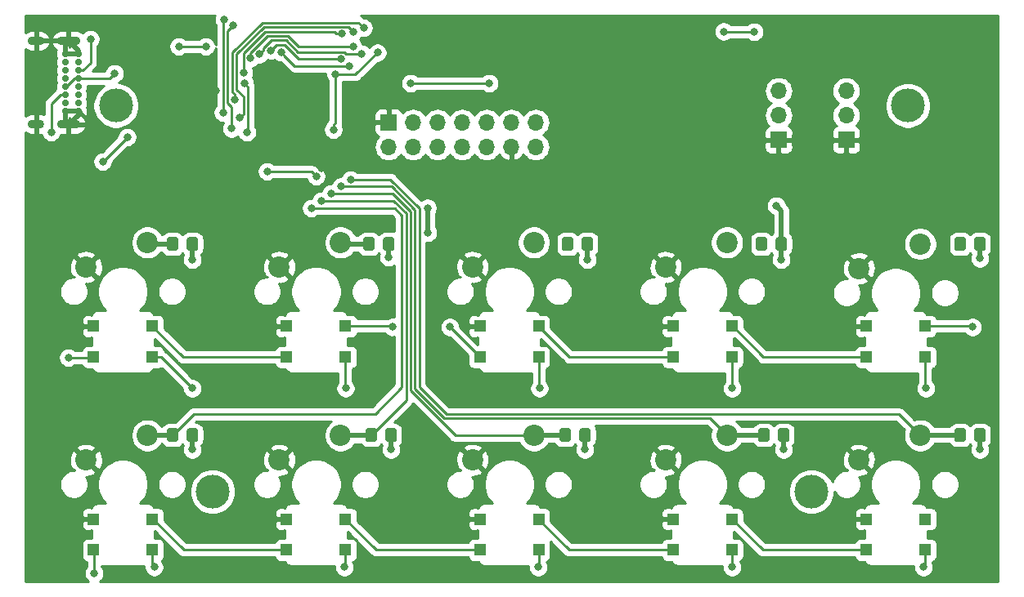
<source format=gbr>
G04 #@! TF.GenerationSoftware,KiCad,Pcbnew,(5.1.2)-2*
G04 #@! TF.CreationDate,2020-11-02T14:54:11+01:00*
G04 #@! TF.ProjectId,MacroBoard,4d616372-6f42-46f6-9172-642e6b696361,rev?*
G04 #@! TF.SameCoordinates,Original*
G04 #@! TF.FileFunction,Copper,L2,Bot*
G04 #@! TF.FilePolarity,Positive*
%FSLAX46Y46*%
G04 Gerber Fmt 4.6, Leading zero omitted, Abs format (unit mm)*
G04 Created by KiCad (PCBNEW (5.1.2)-2) date 2020-11-02 14:54:11*
%MOMM*%
%LPD*%
G04 APERTURE LIST*
%ADD10O,1.700000X1.700000*%
%ADD11R,1.700000X1.700000*%
%ADD12O,1.700000X0.900000*%
%ADD13O,2.400000X0.900000*%
%ADD14C,0.700000*%
%ADD15R,1.200000X1.200000*%
%ADD16C,2.200000*%
%ADD17C,0.100000*%
%ADD18C,1.150000*%
%ADD19C,0.800000*%
%ADD20C,3.500000*%
%ADD21C,0.500000*%
%ADD22C,0.250000*%
%ADD23C,0.254000*%
G04 APERTURE END LIST*
D10*
X125467000Y-90280000D03*
X125467000Y-87740000D03*
X122927000Y-90280000D03*
X122927000Y-87740000D03*
X120387000Y-90280000D03*
X120387000Y-87740000D03*
X117847000Y-90280000D03*
X117847000Y-87740000D03*
X115307000Y-90280000D03*
X115307000Y-87740000D03*
X112767000Y-90280000D03*
X112767000Y-87740000D03*
X110227000Y-90280000D03*
D11*
X110227000Y-87740000D03*
D12*
X73736000Y-87928000D03*
X73736000Y-79278000D03*
D13*
X77116000Y-87928000D03*
X77116000Y-79278000D03*
D14*
X76746000Y-84028000D03*
X76746000Y-86578000D03*
X76746000Y-85728000D03*
X76746000Y-84878000D03*
X76746000Y-80628000D03*
X76746000Y-82328000D03*
X76746000Y-83178000D03*
X76746000Y-81478000D03*
X78096000Y-86578000D03*
X78096000Y-85728000D03*
X78096000Y-84878000D03*
X78096000Y-84028000D03*
X78096000Y-83178000D03*
X78096000Y-82328000D03*
X78096000Y-81478000D03*
X78096000Y-80628000D03*
D15*
X159682000Y-128870000D03*
X159682000Y-132070000D03*
X165778000Y-128870000D03*
X165778000Y-132070000D03*
X139682000Y-128870000D03*
X139682000Y-132070000D03*
X145778000Y-128870000D03*
X145778000Y-132070000D03*
X119682000Y-128870000D03*
X119682000Y-132070000D03*
X125778000Y-128870000D03*
X125778000Y-132070000D03*
X99682000Y-128870000D03*
X99682000Y-132070000D03*
X105778000Y-128870000D03*
X105778000Y-132070000D03*
X79682000Y-128870000D03*
X79682000Y-132070000D03*
X85778000Y-128870000D03*
X85778000Y-132070000D03*
X159682000Y-108870000D03*
X159682000Y-112070000D03*
X165778000Y-108870000D03*
X165778000Y-112070000D03*
X139682000Y-108870000D03*
X139682000Y-112070000D03*
X145778000Y-108870000D03*
X145778000Y-112070000D03*
X119682000Y-108870000D03*
X119682000Y-112070000D03*
X125778000Y-108870000D03*
X125778000Y-112070000D03*
X99682000Y-108870000D03*
X99682000Y-112070000D03*
X105778000Y-108870000D03*
X105778000Y-112070000D03*
X79682000Y-108870000D03*
X79682000Y-112070000D03*
X85778000Y-108870000D03*
X85778000Y-112070000D03*
D16*
X98920000Y-122730000D03*
X105270000Y-120190000D03*
X78920000Y-102730000D03*
X85270000Y-100190000D03*
X98920000Y-102730000D03*
X105270000Y-100190000D03*
D10*
X150608000Y-84460000D03*
X150608000Y-87000000D03*
D11*
X150608000Y-89540000D03*
D10*
X157608000Y-84460000D03*
X157608000Y-87000000D03*
D11*
X157608000Y-89540000D03*
D17*
G36*
X108544505Y-99631204D02*
G01*
X108568773Y-99634804D01*
X108592572Y-99640765D01*
X108615671Y-99649030D01*
X108637850Y-99659520D01*
X108658893Y-99672132D01*
X108678599Y-99686747D01*
X108696777Y-99703223D01*
X108713253Y-99721401D01*
X108727868Y-99741107D01*
X108740480Y-99762150D01*
X108750970Y-99784329D01*
X108759235Y-99807428D01*
X108765196Y-99831227D01*
X108768796Y-99855495D01*
X108770000Y-99879999D01*
X108770000Y-100780001D01*
X108768796Y-100804505D01*
X108765196Y-100828773D01*
X108759235Y-100852572D01*
X108750970Y-100875671D01*
X108740480Y-100897850D01*
X108727868Y-100918893D01*
X108713253Y-100938599D01*
X108696777Y-100956777D01*
X108678599Y-100973253D01*
X108658893Y-100987868D01*
X108637850Y-101000480D01*
X108615671Y-101010970D01*
X108592572Y-101019235D01*
X108568773Y-101025196D01*
X108544505Y-101028796D01*
X108520001Y-101030000D01*
X107869999Y-101030000D01*
X107845495Y-101028796D01*
X107821227Y-101025196D01*
X107797428Y-101019235D01*
X107774329Y-101010970D01*
X107752150Y-101000480D01*
X107731107Y-100987868D01*
X107711401Y-100973253D01*
X107693223Y-100956777D01*
X107676747Y-100938599D01*
X107662132Y-100918893D01*
X107649520Y-100897850D01*
X107639030Y-100875671D01*
X107630765Y-100852572D01*
X107624804Y-100828773D01*
X107621204Y-100804505D01*
X107620000Y-100780001D01*
X107620000Y-99879999D01*
X107621204Y-99855495D01*
X107624804Y-99831227D01*
X107630765Y-99807428D01*
X107639030Y-99784329D01*
X107649520Y-99762150D01*
X107662132Y-99741107D01*
X107676747Y-99721401D01*
X107693223Y-99703223D01*
X107711401Y-99686747D01*
X107731107Y-99672132D01*
X107752150Y-99659520D01*
X107774329Y-99649030D01*
X107797428Y-99640765D01*
X107821227Y-99634804D01*
X107845495Y-99631204D01*
X107869999Y-99630000D01*
X108520001Y-99630000D01*
X108544505Y-99631204D01*
X108544505Y-99631204D01*
G37*
D18*
X108195000Y-100330000D03*
D17*
G36*
X110594505Y-99631204D02*
G01*
X110618773Y-99634804D01*
X110642572Y-99640765D01*
X110665671Y-99649030D01*
X110687850Y-99659520D01*
X110708893Y-99672132D01*
X110728599Y-99686747D01*
X110746777Y-99703223D01*
X110763253Y-99721401D01*
X110777868Y-99741107D01*
X110790480Y-99762150D01*
X110800970Y-99784329D01*
X110809235Y-99807428D01*
X110815196Y-99831227D01*
X110818796Y-99855495D01*
X110820000Y-99879999D01*
X110820000Y-100780001D01*
X110818796Y-100804505D01*
X110815196Y-100828773D01*
X110809235Y-100852572D01*
X110800970Y-100875671D01*
X110790480Y-100897850D01*
X110777868Y-100918893D01*
X110763253Y-100938599D01*
X110746777Y-100956777D01*
X110728599Y-100973253D01*
X110708893Y-100987868D01*
X110687850Y-101000480D01*
X110665671Y-101010970D01*
X110642572Y-101019235D01*
X110618773Y-101025196D01*
X110594505Y-101028796D01*
X110570001Y-101030000D01*
X109919999Y-101030000D01*
X109895495Y-101028796D01*
X109871227Y-101025196D01*
X109847428Y-101019235D01*
X109824329Y-101010970D01*
X109802150Y-101000480D01*
X109781107Y-100987868D01*
X109761401Y-100973253D01*
X109743223Y-100956777D01*
X109726747Y-100938599D01*
X109712132Y-100918893D01*
X109699520Y-100897850D01*
X109689030Y-100875671D01*
X109680765Y-100852572D01*
X109674804Y-100828773D01*
X109671204Y-100804505D01*
X109670000Y-100780001D01*
X109670000Y-99879999D01*
X109671204Y-99855495D01*
X109674804Y-99831227D01*
X109680765Y-99807428D01*
X109689030Y-99784329D01*
X109699520Y-99762150D01*
X109712132Y-99741107D01*
X109726747Y-99721401D01*
X109743223Y-99703223D01*
X109761401Y-99686747D01*
X109781107Y-99672132D01*
X109802150Y-99659520D01*
X109824329Y-99649030D01*
X109847428Y-99640765D01*
X109871227Y-99634804D01*
X109895495Y-99631204D01*
X109919999Y-99630000D01*
X110570001Y-99630000D01*
X110594505Y-99631204D01*
X110594505Y-99631204D01*
G37*
D18*
X110245000Y-100330000D03*
D17*
G36*
X169749505Y-119443204D02*
G01*
X169773773Y-119446804D01*
X169797572Y-119452765D01*
X169820671Y-119461030D01*
X169842850Y-119471520D01*
X169863893Y-119484132D01*
X169883599Y-119498747D01*
X169901777Y-119515223D01*
X169918253Y-119533401D01*
X169932868Y-119553107D01*
X169945480Y-119574150D01*
X169955970Y-119596329D01*
X169964235Y-119619428D01*
X169970196Y-119643227D01*
X169973796Y-119667495D01*
X169975000Y-119691999D01*
X169975000Y-120592001D01*
X169973796Y-120616505D01*
X169970196Y-120640773D01*
X169964235Y-120664572D01*
X169955970Y-120687671D01*
X169945480Y-120709850D01*
X169932868Y-120730893D01*
X169918253Y-120750599D01*
X169901777Y-120768777D01*
X169883599Y-120785253D01*
X169863893Y-120799868D01*
X169842850Y-120812480D01*
X169820671Y-120822970D01*
X169797572Y-120831235D01*
X169773773Y-120837196D01*
X169749505Y-120840796D01*
X169725001Y-120842000D01*
X169074999Y-120842000D01*
X169050495Y-120840796D01*
X169026227Y-120837196D01*
X169002428Y-120831235D01*
X168979329Y-120822970D01*
X168957150Y-120812480D01*
X168936107Y-120799868D01*
X168916401Y-120785253D01*
X168898223Y-120768777D01*
X168881747Y-120750599D01*
X168867132Y-120730893D01*
X168854520Y-120709850D01*
X168844030Y-120687671D01*
X168835765Y-120664572D01*
X168829804Y-120640773D01*
X168826204Y-120616505D01*
X168825000Y-120592001D01*
X168825000Y-119691999D01*
X168826204Y-119667495D01*
X168829804Y-119643227D01*
X168835765Y-119619428D01*
X168844030Y-119596329D01*
X168854520Y-119574150D01*
X168867132Y-119553107D01*
X168881747Y-119533401D01*
X168898223Y-119515223D01*
X168916401Y-119498747D01*
X168936107Y-119484132D01*
X168957150Y-119471520D01*
X168979329Y-119461030D01*
X169002428Y-119452765D01*
X169026227Y-119446804D01*
X169050495Y-119443204D01*
X169074999Y-119442000D01*
X169725001Y-119442000D01*
X169749505Y-119443204D01*
X169749505Y-119443204D01*
G37*
D18*
X169400000Y-120142000D03*
D17*
G36*
X171799505Y-119443204D02*
G01*
X171823773Y-119446804D01*
X171847572Y-119452765D01*
X171870671Y-119461030D01*
X171892850Y-119471520D01*
X171913893Y-119484132D01*
X171933599Y-119498747D01*
X171951777Y-119515223D01*
X171968253Y-119533401D01*
X171982868Y-119553107D01*
X171995480Y-119574150D01*
X172005970Y-119596329D01*
X172014235Y-119619428D01*
X172020196Y-119643227D01*
X172023796Y-119667495D01*
X172025000Y-119691999D01*
X172025000Y-120592001D01*
X172023796Y-120616505D01*
X172020196Y-120640773D01*
X172014235Y-120664572D01*
X172005970Y-120687671D01*
X171995480Y-120709850D01*
X171982868Y-120730893D01*
X171968253Y-120750599D01*
X171951777Y-120768777D01*
X171933599Y-120785253D01*
X171913893Y-120799868D01*
X171892850Y-120812480D01*
X171870671Y-120822970D01*
X171847572Y-120831235D01*
X171823773Y-120837196D01*
X171799505Y-120840796D01*
X171775001Y-120842000D01*
X171124999Y-120842000D01*
X171100495Y-120840796D01*
X171076227Y-120837196D01*
X171052428Y-120831235D01*
X171029329Y-120822970D01*
X171007150Y-120812480D01*
X170986107Y-120799868D01*
X170966401Y-120785253D01*
X170948223Y-120768777D01*
X170931747Y-120750599D01*
X170917132Y-120730893D01*
X170904520Y-120709850D01*
X170894030Y-120687671D01*
X170885765Y-120664572D01*
X170879804Y-120640773D01*
X170876204Y-120616505D01*
X170875000Y-120592001D01*
X170875000Y-119691999D01*
X170876204Y-119667495D01*
X170879804Y-119643227D01*
X170885765Y-119619428D01*
X170894030Y-119596329D01*
X170904520Y-119574150D01*
X170917132Y-119553107D01*
X170931747Y-119533401D01*
X170948223Y-119515223D01*
X170966401Y-119498747D01*
X170986107Y-119484132D01*
X171007150Y-119471520D01*
X171029329Y-119461030D01*
X171052428Y-119452765D01*
X171076227Y-119446804D01*
X171100495Y-119443204D01*
X171124999Y-119442000D01*
X171775001Y-119442000D01*
X171799505Y-119443204D01*
X171799505Y-119443204D01*
G37*
D18*
X171450000Y-120142000D03*
D17*
G36*
X149429505Y-119443204D02*
G01*
X149453773Y-119446804D01*
X149477572Y-119452765D01*
X149500671Y-119461030D01*
X149522850Y-119471520D01*
X149543893Y-119484132D01*
X149563599Y-119498747D01*
X149581777Y-119515223D01*
X149598253Y-119533401D01*
X149612868Y-119553107D01*
X149625480Y-119574150D01*
X149635970Y-119596329D01*
X149644235Y-119619428D01*
X149650196Y-119643227D01*
X149653796Y-119667495D01*
X149655000Y-119691999D01*
X149655000Y-120592001D01*
X149653796Y-120616505D01*
X149650196Y-120640773D01*
X149644235Y-120664572D01*
X149635970Y-120687671D01*
X149625480Y-120709850D01*
X149612868Y-120730893D01*
X149598253Y-120750599D01*
X149581777Y-120768777D01*
X149563599Y-120785253D01*
X149543893Y-120799868D01*
X149522850Y-120812480D01*
X149500671Y-120822970D01*
X149477572Y-120831235D01*
X149453773Y-120837196D01*
X149429505Y-120840796D01*
X149405001Y-120842000D01*
X148754999Y-120842000D01*
X148730495Y-120840796D01*
X148706227Y-120837196D01*
X148682428Y-120831235D01*
X148659329Y-120822970D01*
X148637150Y-120812480D01*
X148616107Y-120799868D01*
X148596401Y-120785253D01*
X148578223Y-120768777D01*
X148561747Y-120750599D01*
X148547132Y-120730893D01*
X148534520Y-120709850D01*
X148524030Y-120687671D01*
X148515765Y-120664572D01*
X148509804Y-120640773D01*
X148506204Y-120616505D01*
X148505000Y-120592001D01*
X148505000Y-119691999D01*
X148506204Y-119667495D01*
X148509804Y-119643227D01*
X148515765Y-119619428D01*
X148524030Y-119596329D01*
X148534520Y-119574150D01*
X148547132Y-119553107D01*
X148561747Y-119533401D01*
X148578223Y-119515223D01*
X148596401Y-119498747D01*
X148616107Y-119484132D01*
X148637150Y-119471520D01*
X148659329Y-119461030D01*
X148682428Y-119452765D01*
X148706227Y-119446804D01*
X148730495Y-119443204D01*
X148754999Y-119442000D01*
X149405001Y-119442000D01*
X149429505Y-119443204D01*
X149429505Y-119443204D01*
G37*
D18*
X149080000Y-120142000D03*
D17*
G36*
X151479505Y-119443204D02*
G01*
X151503773Y-119446804D01*
X151527572Y-119452765D01*
X151550671Y-119461030D01*
X151572850Y-119471520D01*
X151593893Y-119484132D01*
X151613599Y-119498747D01*
X151631777Y-119515223D01*
X151648253Y-119533401D01*
X151662868Y-119553107D01*
X151675480Y-119574150D01*
X151685970Y-119596329D01*
X151694235Y-119619428D01*
X151700196Y-119643227D01*
X151703796Y-119667495D01*
X151705000Y-119691999D01*
X151705000Y-120592001D01*
X151703796Y-120616505D01*
X151700196Y-120640773D01*
X151694235Y-120664572D01*
X151685970Y-120687671D01*
X151675480Y-120709850D01*
X151662868Y-120730893D01*
X151648253Y-120750599D01*
X151631777Y-120768777D01*
X151613599Y-120785253D01*
X151593893Y-120799868D01*
X151572850Y-120812480D01*
X151550671Y-120822970D01*
X151527572Y-120831235D01*
X151503773Y-120837196D01*
X151479505Y-120840796D01*
X151455001Y-120842000D01*
X150804999Y-120842000D01*
X150780495Y-120840796D01*
X150756227Y-120837196D01*
X150732428Y-120831235D01*
X150709329Y-120822970D01*
X150687150Y-120812480D01*
X150666107Y-120799868D01*
X150646401Y-120785253D01*
X150628223Y-120768777D01*
X150611747Y-120750599D01*
X150597132Y-120730893D01*
X150584520Y-120709850D01*
X150574030Y-120687671D01*
X150565765Y-120664572D01*
X150559804Y-120640773D01*
X150556204Y-120616505D01*
X150555000Y-120592001D01*
X150555000Y-119691999D01*
X150556204Y-119667495D01*
X150559804Y-119643227D01*
X150565765Y-119619428D01*
X150574030Y-119596329D01*
X150584520Y-119574150D01*
X150597132Y-119553107D01*
X150611747Y-119533401D01*
X150628223Y-119515223D01*
X150646401Y-119498747D01*
X150666107Y-119484132D01*
X150687150Y-119471520D01*
X150709329Y-119461030D01*
X150732428Y-119452765D01*
X150756227Y-119446804D01*
X150780495Y-119443204D01*
X150804999Y-119442000D01*
X151455001Y-119442000D01*
X151479505Y-119443204D01*
X151479505Y-119443204D01*
G37*
D18*
X151130000Y-120142000D03*
D17*
G36*
X128864505Y-119443204D02*
G01*
X128888773Y-119446804D01*
X128912572Y-119452765D01*
X128935671Y-119461030D01*
X128957850Y-119471520D01*
X128978893Y-119484132D01*
X128998599Y-119498747D01*
X129016777Y-119515223D01*
X129033253Y-119533401D01*
X129047868Y-119553107D01*
X129060480Y-119574150D01*
X129070970Y-119596329D01*
X129079235Y-119619428D01*
X129085196Y-119643227D01*
X129088796Y-119667495D01*
X129090000Y-119691999D01*
X129090000Y-120592001D01*
X129088796Y-120616505D01*
X129085196Y-120640773D01*
X129079235Y-120664572D01*
X129070970Y-120687671D01*
X129060480Y-120709850D01*
X129047868Y-120730893D01*
X129033253Y-120750599D01*
X129016777Y-120768777D01*
X128998599Y-120785253D01*
X128978893Y-120799868D01*
X128957850Y-120812480D01*
X128935671Y-120822970D01*
X128912572Y-120831235D01*
X128888773Y-120837196D01*
X128864505Y-120840796D01*
X128840001Y-120842000D01*
X128189999Y-120842000D01*
X128165495Y-120840796D01*
X128141227Y-120837196D01*
X128117428Y-120831235D01*
X128094329Y-120822970D01*
X128072150Y-120812480D01*
X128051107Y-120799868D01*
X128031401Y-120785253D01*
X128013223Y-120768777D01*
X127996747Y-120750599D01*
X127982132Y-120730893D01*
X127969520Y-120709850D01*
X127959030Y-120687671D01*
X127950765Y-120664572D01*
X127944804Y-120640773D01*
X127941204Y-120616505D01*
X127940000Y-120592001D01*
X127940000Y-119691999D01*
X127941204Y-119667495D01*
X127944804Y-119643227D01*
X127950765Y-119619428D01*
X127959030Y-119596329D01*
X127969520Y-119574150D01*
X127982132Y-119553107D01*
X127996747Y-119533401D01*
X128013223Y-119515223D01*
X128031401Y-119498747D01*
X128051107Y-119484132D01*
X128072150Y-119471520D01*
X128094329Y-119461030D01*
X128117428Y-119452765D01*
X128141227Y-119446804D01*
X128165495Y-119443204D01*
X128189999Y-119442000D01*
X128840001Y-119442000D01*
X128864505Y-119443204D01*
X128864505Y-119443204D01*
G37*
D18*
X128515000Y-120142000D03*
D17*
G36*
X130914505Y-119443204D02*
G01*
X130938773Y-119446804D01*
X130962572Y-119452765D01*
X130985671Y-119461030D01*
X131007850Y-119471520D01*
X131028893Y-119484132D01*
X131048599Y-119498747D01*
X131066777Y-119515223D01*
X131083253Y-119533401D01*
X131097868Y-119553107D01*
X131110480Y-119574150D01*
X131120970Y-119596329D01*
X131129235Y-119619428D01*
X131135196Y-119643227D01*
X131138796Y-119667495D01*
X131140000Y-119691999D01*
X131140000Y-120592001D01*
X131138796Y-120616505D01*
X131135196Y-120640773D01*
X131129235Y-120664572D01*
X131120970Y-120687671D01*
X131110480Y-120709850D01*
X131097868Y-120730893D01*
X131083253Y-120750599D01*
X131066777Y-120768777D01*
X131048599Y-120785253D01*
X131028893Y-120799868D01*
X131007850Y-120812480D01*
X130985671Y-120822970D01*
X130962572Y-120831235D01*
X130938773Y-120837196D01*
X130914505Y-120840796D01*
X130890001Y-120842000D01*
X130239999Y-120842000D01*
X130215495Y-120840796D01*
X130191227Y-120837196D01*
X130167428Y-120831235D01*
X130144329Y-120822970D01*
X130122150Y-120812480D01*
X130101107Y-120799868D01*
X130081401Y-120785253D01*
X130063223Y-120768777D01*
X130046747Y-120750599D01*
X130032132Y-120730893D01*
X130019520Y-120709850D01*
X130009030Y-120687671D01*
X130000765Y-120664572D01*
X129994804Y-120640773D01*
X129991204Y-120616505D01*
X129990000Y-120592001D01*
X129990000Y-119691999D01*
X129991204Y-119667495D01*
X129994804Y-119643227D01*
X130000765Y-119619428D01*
X130009030Y-119596329D01*
X130019520Y-119574150D01*
X130032132Y-119553107D01*
X130046747Y-119533401D01*
X130063223Y-119515223D01*
X130081401Y-119498747D01*
X130101107Y-119484132D01*
X130122150Y-119471520D01*
X130144329Y-119461030D01*
X130167428Y-119452765D01*
X130191227Y-119446804D01*
X130215495Y-119443204D01*
X130239999Y-119442000D01*
X130890001Y-119442000D01*
X130914505Y-119443204D01*
X130914505Y-119443204D01*
G37*
D18*
X130565000Y-120142000D03*
D17*
G36*
X108789505Y-119443204D02*
G01*
X108813773Y-119446804D01*
X108837572Y-119452765D01*
X108860671Y-119461030D01*
X108882850Y-119471520D01*
X108903893Y-119484132D01*
X108923599Y-119498747D01*
X108941777Y-119515223D01*
X108958253Y-119533401D01*
X108972868Y-119553107D01*
X108985480Y-119574150D01*
X108995970Y-119596329D01*
X109004235Y-119619428D01*
X109010196Y-119643227D01*
X109013796Y-119667495D01*
X109015000Y-119691999D01*
X109015000Y-120592001D01*
X109013796Y-120616505D01*
X109010196Y-120640773D01*
X109004235Y-120664572D01*
X108995970Y-120687671D01*
X108985480Y-120709850D01*
X108972868Y-120730893D01*
X108958253Y-120750599D01*
X108941777Y-120768777D01*
X108923599Y-120785253D01*
X108903893Y-120799868D01*
X108882850Y-120812480D01*
X108860671Y-120822970D01*
X108837572Y-120831235D01*
X108813773Y-120837196D01*
X108789505Y-120840796D01*
X108765001Y-120842000D01*
X108114999Y-120842000D01*
X108090495Y-120840796D01*
X108066227Y-120837196D01*
X108042428Y-120831235D01*
X108019329Y-120822970D01*
X107997150Y-120812480D01*
X107976107Y-120799868D01*
X107956401Y-120785253D01*
X107938223Y-120768777D01*
X107921747Y-120750599D01*
X107907132Y-120730893D01*
X107894520Y-120709850D01*
X107884030Y-120687671D01*
X107875765Y-120664572D01*
X107869804Y-120640773D01*
X107866204Y-120616505D01*
X107865000Y-120592001D01*
X107865000Y-119691999D01*
X107866204Y-119667495D01*
X107869804Y-119643227D01*
X107875765Y-119619428D01*
X107884030Y-119596329D01*
X107894520Y-119574150D01*
X107907132Y-119553107D01*
X107921747Y-119533401D01*
X107938223Y-119515223D01*
X107956401Y-119498747D01*
X107976107Y-119484132D01*
X107997150Y-119471520D01*
X108019329Y-119461030D01*
X108042428Y-119452765D01*
X108066227Y-119446804D01*
X108090495Y-119443204D01*
X108114999Y-119442000D01*
X108765001Y-119442000D01*
X108789505Y-119443204D01*
X108789505Y-119443204D01*
G37*
D18*
X108440000Y-120142000D03*
D17*
G36*
X110839505Y-119443204D02*
G01*
X110863773Y-119446804D01*
X110887572Y-119452765D01*
X110910671Y-119461030D01*
X110932850Y-119471520D01*
X110953893Y-119484132D01*
X110973599Y-119498747D01*
X110991777Y-119515223D01*
X111008253Y-119533401D01*
X111022868Y-119553107D01*
X111035480Y-119574150D01*
X111045970Y-119596329D01*
X111054235Y-119619428D01*
X111060196Y-119643227D01*
X111063796Y-119667495D01*
X111065000Y-119691999D01*
X111065000Y-120592001D01*
X111063796Y-120616505D01*
X111060196Y-120640773D01*
X111054235Y-120664572D01*
X111045970Y-120687671D01*
X111035480Y-120709850D01*
X111022868Y-120730893D01*
X111008253Y-120750599D01*
X110991777Y-120768777D01*
X110973599Y-120785253D01*
X110953893Y-120799868D01*
X110932850Y-120812480D01*
X110910671Y-120822970D01*
X110887572Y-120831235D01*
X110863773Y-120837196D01*
X110839505Y-120840796D01*
X110815001Y-120842000D01*
X110164999Y-120842000D01*
X110140495Y-120840796D01*
X110116227Y-120837196D01*
X110092428Y-120831235D01*
X110069329Y-120822970D01*
X110047150Y-120812480D01*
X110026107Y-120799868D01*
X110006401Y-120785253D01*
X109988223Y-120768777D01*
X109971747Y-120750599D01*
X109957132Y-120730893D01*
X109944520Y-120709850D01*
X109934030Y-120687671D01*
X109925765Y-120664572D01*
X109919804Y-120640773D01*
X109916204Y-120616505D01*
X109915000Y-120592001D01*
X109915000Y-119691999D01*
X109916204Y-119667495D01*
X109919804Y-119643227D01*
X109925765Y-119619428D01*
X109934030Y-119596329D01*
X109944520Y-119574150D01*
X109957132Y-119553107D01*
X109971747Y-119533401D01*
X109988223Y-119515223D01*
X110006401Y-119498747D01*
X110026107Y-119484132D01*
X110047150Y-119471520D01*
X110069329Y-119461030D01*
X110092428Y-119452765D01*
X110116227Y-119446804D01*
X110140495Y-119443204D01*
X110164999Y-119442000D01*
X110815001Y-119442000D01*
X110839505Y-119443204D01*
X110839505Y-119443204D01*
G37*
D18*
X110490000Y-120142000D03*
D17*
G36*
X88224505Y-119443204D02*
G01*
X88248773Y-119446804D01*
X88272572Y-119452765D01*
X88295671Y-119461030D01*
X88317850Y-119471520D01*
X88338893Y-119484132D01*
X88358599Y-119498747D01*
X88376777Y-119515223D01*
X88393253Y-119533401D01*
X88407868Y-119553107D01*
X88420480Y-119574150D01*
X88430970Y-119596329D01*
X88439235Y-119619428D01*
X88445196Y-119643227D01*
X88448796Y-119667495D01*
X88450000Y-119691999D01*
X88450000Y-120592001D01*
X88448796Y-120616505D01*
X88445196Y-120640773D01*
X88439235Y-120664572D01*
X88430970Y-120687671D01*
X88420480Y-120709850D01*
X88407868Y-120730893D01*
X88393253Y-120750599D01*
X88376777Y-120768777D01*
X88358599Y-120785253D01*
X88338893Y-120799868D01*
X88317850Y-120812480D01*
X88295671Y-120822970D01*
X88272572Y-120831235D01*
X88248773Y-120837196D01*
X88224505Y-120840796D01*
X88200001Y-120842000D01*
X87549999Y-120842000D01*
X87525495Y-120840796D01*
X87501227Y-120837196D01*
X87477428Y-120831235D01*
X87454329Y-120822970D01*
X87432150Y-120812480D01*
X87411107Y-120799868D01*
X87391401Y-120785253D01*
X87373223Y-120768777D01*
X87356747Y-120750599D01*
X87342132Y-120730893D01*
X87329520Y-120709850D01*
X87319030Y-120687671D01*
X87310765Y-120664572D01*
X87304804Y-120640773D01*
X87301204Y-120616505D01*
X87300000Y-120592001D01*
X87300000Y-119691999D01*
X87301204Y-119667495D01*
X87304804Y-119643227D01*
X87310765Y-119619428D01*
X87319030Y-119596329D01*
X87329520Y-119574150D01*
X87342132Y-119553107D01*
X87356747Y-119533401D01*
X87373223Y-119515223D01*
X87391401Y-119498747D01*
X87411107Y-119484132D01*
X87432150Y-119471520D01*
X87454329Y-119461030D01*
X87477428Y-119452765D01*
X87501227Y-119446804D01*
X87525495Y-119443204D01*
X87549999Y-119442000D01*
X88200001Y-119442000D01*
X88224505Y-119443204D01*
X88224505Y-119443204D01*
G37*
D18*
X87875000Y-120142000D03*
D17*
G36*
X90274505Y-119443204D02*
G01*
X90298773Y-119446804D01*
X90322572Y-119452765D01*
X90345671Y-119461030D01*
X90367850Y-119471520D01*
X90388893Y-119484132D01*
X90408599Y-119498747D01*
X90426777Y-119515223D01*
X90443253Y-119533401D01*
X90457868Y-119553107D01*
X90470480Y-119574150D01*
X90480970Y-119596329D01*
X90489235Y-119619428D01*
X90495196Y-119643227D01*
X90498796Y-119667495D01*
X90500000Y-119691999D01*
X90500000Y-120592001D01*
X90498796Y-120616505D01*
X90495196Y-120640773D01*
X90489235Y-120664572D01*
X90480970Y-120687671D01*
X90470480Y-120709850D01*
X90457868Y-120730893D01*
X90443253Y-120750599D01*
X90426777Y-120768777D01*
X90408599Y-120785253D01*
X90388893Y-120799868D01*
X90367850Y-120812480D01*
X90345671Y-120822970D01*
X90322572Y-120831235D01*
X90298773Y-120837196D01*
X90274505Y-120840796D01*
X90250001Y-120842000D01*
X89599999Y-120842000D01*
X89575495Y-120840796D01*
X89551227Y-120837196D01*
X89527428Y-120831235D01*
X89504329Y-120822970D01*
X89482150Y-120812480D01*
X89461107Y-120799868D01*
X89441401Y-120785253D01*
X89423223Y-120768777D01*
X89406747Y-120750599D01*
X89392132Y-120730893D01*
X89379520Y-120709850D01*
X89369030Y-120687671D01*
X89360765Y-120664572D01*
X89354804Y-120640773D01*
X89351204Y-120616505D01*
X89350000Y-120592001D01*
X89350000Y-119691999D01*
X89351204Y-119667495D01*
X89354804Y-119643227D01*
X89360765Y-119619428D01*
X89369030Y-119596329D01*
X89379520Y-119574150D01*
X89392132Y-119553107D01*
X89406747Y-119533401D01*
X89423223Y-119515223D01*
X89441401Y-119498747D01*
X89461107Y-119484132D01*
X89482150Y-119471520D01*
X89504329Y-119461030D01*
X89527428Y-119452765D01*
X89551227Y-119446804D01*
X89575495Y-119443204D01*
X89599999Y-119442000D01*
X90250001Y-119442000D01*
X90274505Y-119443204D01*
X90274505Y-119443204D01*
G37*
D18*
X89925000Y-120142000D03*
D17*
G36*
X169749505Y-99631204D02*
G01*
X169773773Y-99634804D01*
X169797572Y-99640765D01*
X169820671Y-99649030D01*
X169842850Y-99659520D01*
X169863893Y-99672132D01*
X169883599Y-99686747D01*
X169901777Y-99703223D01*
X169918253Y-99721401D01*
X169932868Y-99741107D01*
X169945480Y-99762150D01*
X169955970Y-99784329D01*
X169964235Y-99807428D01*
X169970196Y-99831227D01*
X169973796Y-99855495D01*
X169975000Y-99879999D01*
X169975000Y-100780001D01*
X169973796Y-100804505D01*
X169970196Y-100828773D01*
X169964235Y-100852572D01*
X169955970Y-100875671D01*
X169945480Y-100897850D01*
X169932868Y-100918893D01*
X169918253Y-100938599D01*
X169901777Y-100956777D01*
X169883599Y-100973253D01*
X169863893Y-100987868D01*
X169842850Y-101000480D01*
X169820671Y-101010970D01*
X169797572Y-101019235D01*
X169773773Y-101025196D01*
X169749505Y-101028796D01*
X169725001Y-101030000D01*
X169074999Y-101030000D01*
X169050495Y-101028796D01*
X169026227Y-101025196D01*
X169002428Y-101019235D01*
X168979329Y-101010970D01*
X168957150Y-101000480D01*
X168936107Y-100987868D01*
X168916401Y-100973253D01*
X168898223Y-100956777D01*
X168881747Y-100938599D01*
X168867132Y-100918893D01*
X168854520Y-100897850D01*
X168844030Y-100875671D01*
X168835765Y-100852572D01*
X168829804Y-100828773D01*
X168826204Y-100804505D01*
X168825000Y-100780001D01*
X168825000Y-99879999D01*
X168826204Y-99855495D01*
X168829804Y-99831227D01*
X168835765Y-99807428D01*
X168844030Y-99784329D01*
X168854520Y-99762150D01*
X168867132Y-99741107D01*
X168881747Y-99721401D01*
X168898223Y-99703223D01*
X168916401Y-99686747D01*
X168936107Y-99672132D01*
X168957150Y-99659520D01*
X168979329Y-99649030D01*
X169002428Y-99640765D01*
X169026227Y-99634804D01*
X169050495Y-99631204D01*
X169074999Y-99630000D01*
X169725001Y-99630000D01*
X169749505Y-99631204D01*
X169749505Y-99631204D01*
G37*
D18*
X169400000Y-100330000D03*
D17*
G36*
X171799505Y-99631204D02*
G01*
X171823773Y-99634804D01*
X171847572Y-99640765D01*
X171870671Y-99649030D01*
X171892850Y-99659520D01*
X171913893Y-99672132D01*
X171933599Y-99686747D01*
X171951777Y-99703223D01*
X171968253Y-99721401D01*
X171982868Y-99741107D01*
X171995480Y-99762150D01*
X172005970Y-99784329D01*
X172014235Y-99807428D01*
X172020196Y-99831227D01*
X172023796Y-99855495D01*
X172025000Y-99879999D01*
X172025000Y-100780001D01*
X172023796Y-100804505D01*
X172020196Y-100828773D01*
X172014235Y-100852572D01*
X172005970Y-100875671D01*
X171995480Y-100897850D01*
X171982868Y-100918893D01*
X171968253Y-100938599D01*
X171951777Y-100956777D01*
X171933599Y-100973253D01*
X171913893Y-100987868D01*
X171892850Y-101000480D01*
X171870671Y-101010970D01*
X171847572Y-101019235D01*
X171823773Y-101025196D01*
X171799505Y-101028796D01*
X171775001Y-101030000D01*
X171124999Y-101030000D01*
X171100495Y-101028796D01*
X171076227Y-101025196D01*
X171052428Y-101019235D01*
X171029329Y-101010970D01*
X171007150Y-101000480D01*
X170986107Y-100987868D01*
X170966401Y-100973253D01*
X170948223Y-100956777D01*
X170931747Y-100938599D01*
X170917132Y-100918893D01*
X170904520Y-100897850D01*
X170894030Y-100875671D01*
X170885765Y-100852572D01*
X170879804Y-100828773D01*
X170876204Y-100804505D01*
X170875000Y-100780001D01*
X170875000Y-99879999D01*
X170876204Y-99855495D01*
X170879804Y-99831227D01*
X170885765Y-99807428D01*
X170894030Y-99784329D01*
X170904520Y-99762150D01*
X170917132Y-99741107D01*
X170931747Y-99721401D01*
X170948223Y-99703223D01*
X170966401Y-99686747D01*
X170986107Y-99672132D01*
X171007150Y-99659520D01*
X171029329Y-99649030D01*
X171052428Y-99640765D01*
X171076227Y-99634804D01*
X171100495Y-99631204D01*
X171124999Y-99630000D01*
X171775001Y-99630000D01*
X171799505Y-99631204D01*
X171799505Y-99631204D01*
G37*
D18*
X171450000Y-100330000D03*
D17*
G36*
X149184505Y-99631204D02*
G01*
X149208773Y-99634804D01*
X149232572Y-99640765D01*
X149255671Y-99649030D01*
X149277850Y-99659520D01*
X149298893Y-99672132D01*
X149318599Y-99686747D01*
X149336777Y-99703223D01*
X149353253Y-99721401D01*
X149367868Y-99741107D01*
X149380480Y-99762150D01*
X149390970Y-99784329D01*
X149399235Y-99807428D01*
X149405196Y-99831227D01*
X149408796Y-99855495D01*
X149410000Y-99879999D01*
X149410000Y-100780001D01*
X149408796Y-100804505D01*
X149405196Y-100828773D01*
X149399235Y-100852572D01*
X149390970Y-100875671D01*
X149380480Y-100897850D01*
X149367868Y-100918893D01*
X149353253Y-100938599D01*
X149336777Y-100956777D01*
X149318599Y-100973253D01*
X149298893Y-100987868D01*
X149277850Y-101000480D01*
X149255671Y-101010970D01*
X149232572Y-101019235D01*
X149208773Y-101025196D01*
X149184505Y-101028796D01*
X149160001Y-101030000D01*
X148509999Y-101030000D01*
X148485495Y-101028796D01*
X148461227Y-101025196D01*
X148437428Y-101019235D01*
X148414329Y-101010970D01*
X148392150Y-101000480D01*
X148371107Y-100987868D01*
X148351401Y-100973253D01*
X148333223Y-100956777D01*
X148316747Y-100938599D01*
X148302132Y-100918893D01*
X148289520Y-100897850D01*
X148279030Y-100875671D01*
X148270765Y-100852572D01*
X148264804Y-100828773D01*
X148261204Y-100804505D01*
X148260000Y-100780001D01*
X148260000Y-99879999D01*
X148261204Y-99855495D01*
X148264804Y-99831227D01*
X148270765Y-99807428D01*
X148279030Y-99784329D01*
X148289520Y-99762150D01*
X148302132Y-99741107D01*
X148316747Y-99721401D01*
X148333223Y-99703223D01*
X148351401Y-99686747D01*
X148371107Y-99672132D01*
X148392150Y-99659520D01*
X148414329Y-99649030D01*
X148437428Y-99640765D01*
X148461227Y-99634804D01*
X148485495Y-99631204D01*
X148509999Y-99630000D01*
X149160001Y-99630000D01*
X149184505Y-99631204D01*
X149184505Y-99631204D01*
G37*
D18*
X148835000Y-100330000D03*
D17*
G36*
X151234505Y-99631204D02*
G01*
X151258773Y-99634804D01*
X151282572Y-99640765D01*
X151305671Y-99649030D01*
X151327850Y-99659520D01*
X151348893Y-99672132D01*
X151368599Y-99686747D01*
X151386777Y-99703223D01*
X151403253Y-99721401D01*
X151417868Y-99741107D01*
X151430480Y-99762150D01*
X151440970Y-99784329D01*
X151449235Y-99807428D01*
X151455196Y-99831227D01*
X151458796Y-99855495D01*
X151460000Y-99879999D01*
X151460000Y-100780001D01*
X151458796Y-100804505D01*
X151455196Y-100828773D01*
X151449235Y-100852572D01*
X151440970Y-100875671D01*
X151430480Y-100897850D01*
X151417868Y-100918893D01*
X151403253Y-100938599D01*
X151386777Y-100956777D01*
X151368599Y-100973253D01*
X151348893Y-100987868D01*
X151327850Y-101000480D01*
X151305671Y-101010970D01*
X151282572Y-101019235D01*
X151258773Y-101025196D01*
X151234505Y-101028796D01*
X151210001Y-101030000D01*
X150559999Y-101030000D01*
X150535495Y-101028796D01*
X150511227Y-101025196D01*
X150487428Y-101019235D01*
X150464329Y-101010970D01*
X150442150Y-101000480D01*
X150421107Y-100987868D01*
X150401401Y-100973253D01*
X150383223Y-100956777D01*
X150366747Y-100938599D01*
X150352132Y-100918893D01*
X150339520Y-100897850D01*
X150329030Y-100875671D01*
X150320765Y-100852572D01*
X150314804Y-100828773D01*
X150311204Y-100804505D01*
X150310000Y-100780001D01*
X150310000Y-99879999D01*
X150311204Y-99855495D01*
X150314804Y-99831227D01*
X150320765Y-99807428D01*
X150329030Y-99784329D01*
X150339520Y-99762150D01*
X150352132Y-99741107D01*
X150366747Y-99721401D01*
X150383223Y-99703223D01*
X150401401Y-99686747D01*
X150421107Y-99672132D01*
X150442150Y-99659520D01*
X150464329Y-99649030D01*
X150487428Y-99640765D01*
X150511227Y-99634804D01*
X150535495Y-99631204D01*
X150559999Y-99630000D01*
X151210001Y-99630000D01*
X151234505Y-99631204D01*
X151234505Y-99631204D01*
G37*
D18*
X150885000Y-100330000D03*
D17*
G36*
X129109505Y-99631204D02*
G01*
X129133773Y-99634804D01*
X129157572Y-99640765D01*
X129180671Y-99649030D01*
X129202850Y-99659520D01*
X129223893Y-99672132D01*
X129243599Y-99686747D01*
X129261777Y-99703223D01*
X129278253Y-99721401D01*
X129292868Y-99741107D01*
X129305480Y-99762150D01*
X129315970Y-99784329D01*
X129324235Y-99807428D01*
X129330196Y-99831227D01*
X129333796Y-99855495D01*
X129335000Y-99879999D01*
X129335000Y-100780001D01*
X129333796Y-100804505D01*
X129330196Y-100828773D01*
X129324235Y-100852572D01*
X129315970Y-100875671D01*
X129305480Y-100897850D01*
X129292868Y-100918893D01*
X129278253Y-100938599D01*
X129261777Y-100956777D01*
X129243599Y-100973253D01*
X129223893Y-100987868D01*
X129202850Y-101000480D01*
X129180671Y-101010970D01*
X129157572Y-101019235D01*
X129133773Y-101025196D01*
X129109505Y-101028796D01*
X129085001Y-101030000D01*
X128434999Y-101030000D01*
X128410495Y-101028796D01*
X128386227Y-101025196D01*
X128362428Y-101019235D01*
X128339329Y-101010970D01*
X128317150Y-101000480D01*
X128296107Y-100987868D01*
X128276401Y-100973253D01*
X128258223Y-100956777D01*
X128241747Y-100938599D01*
X128227132Y-100918893D01*
X128214520Y-100897850D01*
X128204030Y-100875671D01*
X128195765Y-100852572D01*
X128189804Y-100828773D01*
X128186204Y-100804505D01*
X128185000Y-100780001D01*
X128185000Y-99879999D01*
X128186204Y-99855495D01*
X128189804Y-99831227D01*
X128195765Y-99807428D01*
X128204030Y-99784329D01*
X128214520Y-99762150D01*
X128227132Y-99741107D01*
X128241747Y-99721401D01*
X128258223Y-99703223D01*
X128276401Y-99686747D01*
X128296107Y-99672132D01*
X128317150Y-99659520D01*
X128339329Y-99649030D01*
X128362428Y-99640765D01*
X128386227Y-99634804D01*
X128410495Y-99631204D01*
X128434999Y-99630000D01*
X129085001Y-99630000D01*
X129109505Y-99631204D01*
X129109505Y-99631204D01*
G37*
D18*
X128760000Y-100330000D03*
D17*
G36*
X131159505Y-99631204D02*
G01*
X131183773Y-99634804D01*
X131207572Y-99640765D01*
X131230671Y-99649030D01*
X131252850Y-99659520D01*
X131273893Y-99672132D01*
X131293599Y-99686747D01*
X131311777Y-99703223D01*
X131328253Y-99721401D01*
X131342868Y-99741107D01*
X131355480Y-99762150D01*
X131365970Y-99784329D01*
X131374235Y-99807428D01*
X131380196Y-99831227D01*
X131383796Y-99855495D01*
X131385000Y-99879999D01*
X131385000Y-100780001D01*
X131383796Y-100804505D01*
X131380196Y-100828773D01*
X131374235Y-100852572D01*
X131365970Y-100875671D01*
X131355480Y-100897850D01*
X131342868Y-100918893D01*
X131328253Y-100938599D01*
X131311777Y-100956777D01*
X131293599Y-100973253D01*
X131273893Y-100987868D01*
X131252850Y-101000480D01*
X131230671Y-101010970D01*
X131207572Y-101019235D01*
X131183773Y-101025196D01*
X131159505Y-101028796D01*
X131135001Y-101030000D01*
X130484999Y-101030000D01*
X130460495Y-101028796D01*
X130436227Y-101025196D01*
X130412428Y-101019235D01*
X130389329Y-101010970D01*
X130367150Y-101000480D01*
X130346107Y-100987868D01*
X130326401Y-100973253D01*
X130308223Y-100956777D01*
X130291747Y-100938599D01*
X130277132Y-100918893D01*
X130264520Y-100897850D01*
X130254030Y-100875671D01*
X130245765Y-100852572D01*
X130239804Y-100828773D01*
X130236204Y-100804505D01*
X130235000Y-100780001D01*
X130235000Y-99879999D01*
X130236204Y-99855495D01*
X130239804Y-99831227D01*
X130245765Y-99807428D01*
X130254030Y-99784329D01*
X130264520Y-99762150D01*
X130277132Y-99741107D01*
X130291747Y-99721401D01*
X130308223Y-99703223D01*
X130326401Y-99686747D01*
X130346107Y-99672132D01*
X130367150Y-99659520D01*
X130389329Y-99649030D01*
X130412428Y-99640765D01*
X130436227Y-99634804D01*
X130460495Y-99631204D01*
X130484999Y-99630000D01*
X131135001Y-99630000D01*
X131159505Y-99631204D01*
X131159505Y-99631204D01*
G37*
D18*
X130810000Y-100330000D03*
D16*
X158920000Y-122730000D03*
X165270000Y-120190000D03*
X138920000Y-122730000D03*
X145270000Y-120190000D03*
X118920000Y-122730000D03*
X125270000Y-120190000D03*
X78920000Y-122730000D03*
X85270000Y-120190000D03*
X158920000Y-102870000D03*
X165270000Y-100330000D03*
X138920000Y-102730000D03*
X145270000Y-100190000D03*
X118920000Y-102730000D03*
X125270000Y-100190000D03*
D17*
G36*
X88224505Y-99631204D02*
G01*
X88248773Y-99634804D01*
X88272572Y-99640765D01*
X88295671Y-99649030D01*
X88317850Y-99659520D01*
X88338893Y-99672132D01*
X88358599Y-99686747D01*
X88376777Y-99703223D01*
X88393253Y-99721401D01*
X88407868Y-99741107D01*
X88420480Y-99762150D01*
X88430970Y-99784329D01*
X88439235Y-99807428D01*
X88445196Y-99831227D01*
X88448796Y-99855495D01*
X88450000Y-99879999D01*
X88450000Y-100780001D01*
X88448796Y-100804505D01*
X88445196Y-100828773D01*
X88439235Y-100852572D01*
X88430970Y-100875671D01*
X88420480Y-100897850D01*
X88407868Y-100918893D01*
X88393253Y-100938599D01*
X88376777Y-100956777D01*
X88358599Y-100973253D01*
X88338893Y-100987868D01*
X88317850Y-101000480D01*
X88295671Y-101010970D01*
X88272572Y-101019235D01*
X88248773Y-101025196D01*
X88224505Y-101028796D01*
X88200001Y-101030000D01*
X87549999Y-101030000D01*
X87525495Y-101028796D01*
X87501227Y-101025196D01*
X87477428Y-101019235D01*
X87454329Y-101010970D01*
X87432150Y-101000480D01*
X87411107Y-100987868D01*
X87391401Y-100973253D01*
X87373223Y-100956777D01*
X87356747Y-100938599D01*
X87342132Y-100918893D01*
X87329520Y-100897850D01*
X87319030Y-100875671D01*
X87310765Y-100852572D01*
X87304804Y-100828773D01*
X87301204Y-100804505D01*
X87300000Y-100780001D01*
X87300000Y-99879999D01*
X87301204Y-99855495D01*
X87304804Y-99831227D01*
X87310765Y-99807428D01*
X87319030Y-99784329D01*
X87329520Y-99762150D01*
X87342132Y-99741107D01*
X87356747Y-99721401D01*
X87373223Y-99703223D01*
X87391401Y-99686747D01*
X87411107Y-99672132D01*
X87432150Y-99659520D01*
X87454329Y-99649030D01*
X87477428Y-99640765D01*
X87501227Y-99634804D01*
X87525495Y-99631204D01*
X87549999Y-99630000D01*
X88200001Y-99630000D01*
X88224505Y-99631204D01*
X88224505Y-99631204D01*
G37*
D18*
X87875000Y-100330000D03*
D17*
G36*
X90274505Y-99631204D02*
G01*
X90298773Y-99634804D01*
X90322572Y-99640765D01*
X90345671Y-99649030D01*
X90367850Y-99659520D01*
X90388893Y-99672132D01*
X90408599Y-99686747D01*
X90426777Y-99703223D01*
X90443253Y-99721401D01*
X90457868Y-99741107D01*
X90470480Y-99762150D01*
X90480970Y-99784329D01*
X90489235Y-99807428D01*
X90495196Y-99831227D01*
X90498796Y-99855495D01*
X90500000Y-99879999D01*
X90500000Y-100780001D01*
X90498796Y-100804505D01*
X90495196Y-100828773D01*
X90489235Y-100852572D01*
X90480970Y-100875671D01*
X90470480Y-100897850D01*
X90457868Y-100918893D01*
X90443253Y-100938599D01*
X90426777Y-100956777D01*
X90408599Y-100973253D01*
X90388893Y-100987868D01*
X90367850Y-101000480D01*
X90345671Y-101010970D01*
X90322572Y-101019235D01*
X90298773Y-101025196D01*
X90274505Y-101028796D01*
X90250001Y-101030000D01*
X89599999Y-101030000D01*
X89575495Y-101028796D01*
X89551227Y-101025196D01*
X89527428Y-101019235D01*
X89504329Y-101010970D01*
X89482150Y-101000480D01*
X89461107Y-100987868D01*
X89441401Y-100973253D01*
X89423223Y-100956777D01*
X89406747Y-100938599D01*
X89392132Y-100918893D01*
X89379520Y-100897850D01*
X89369030Y-100875671D01*
X89360765Y-100852572D01*
X89354804Y-100828773D01*
X89351204Y-100804505D01*
X89350000Y-100780001D01*
X89350000Y-99879999D01*
X89351204Y-99855495D01*
X89354804Y-99831227D01*
X89360765Y-99807428D01*
X89369030Y-99784329D01*
X89379520Y-99762150D01*
X89392132Y-99741107D01*
X89406747Y-99721401D01*
X89423223Y-99703223D01*
X89441401Y-99686747D01*
X89461107Y-99672132D01*
X89482150Y-99659520D01*
X89504329Y-99649030D01*
X89527428Y-99640765D01*
X89551227Y-99634804D01*
X89575495Y-99631204D01*
X89599999Y-99630000D01*
X90250001Y-99630000D01*
X90274505Y-99631204D01*
X90274505Y-99631204D01*
G37*
D18*
X89925000Y-100330000D03*
D19*
X101972000Y-85200000D03*
X97908000Y-85200000D03*
X99940000Y-87232000D03*
X99940000Y-83168000D03*
X97908000Y-87232000D03*
X101972000Y-83168000D03*
X97908000Y-83168000D03*
X99940000Y-85073000D03*
X89350000Y-88932000D03*
X88080500Y-87661500D03*
X92320000Y-84438000D03*
X76064000Y-77326000D03*
X80128000Y-90026000D03*
D20*
X164000000Y-86000000D03*
X82000000Y-86000000D03*
X92000000Y-126000000D03*
X154000000Y-126000000D03*
D19*
X134611000Y-116696000D03*
X134611000Y-119617000D03*
X135500000Y-116696000D03*
X135500000Y-119617000D03*
X137024000Y-84057000D03*
X127245000Y-84057000D03*
X143501000Y-94217000D03*
X142279500Y-93122500D03*
X140961000Y-87994000D03*
X101972000Y-87232000D03*
X103288706Y-92495940D03*
X140834000Y-85962000D03*
X89907000Y-101964000D03*
X89907000Y-121649000D03*
X110481000Y-121649000D03*
X130547000Y-121649000D03*
X151121000Y-121649000D03*
X171441000Y-121649000D03*
X110227000Y-101710000D03*
X130801000Y-101964000D03*
X150867000Y-101964000D03*
X171441000Y-101837000D03*
X165853000Y-115299000D03*
X145787000Y-115299000D03*
X125848000Y-115299000D03*
X105782000Y-115299000D03*
X89907000Y-115299000D03*
X165599000Y-133841000D03*
X145787000Y-133841000D03*
X125721000Y-133841000D03*
X105655000Y-133841000D03*
X85970000Y-133840976D03*
X114265600Y-96604600D03*
X114291000Y-99170000D03*
X150359000Y-96376000D03*
X102226000Y-96630000D03*
X103242000Y-95868000D03*
X104258000Y-95106000D03*
X105274000Y-94381000D03*
X106290000Y-93656000D03*
X81880000Y-82660000D03*
X91304000Y-79866000D03*
X88510000Y-79866000D03*
X105274000Y-81172990D03*
X98068106Y-80286708D03*
X95943205Y-81086437D03*
X106544000Y-79866000D03*
X107433000Y-80628000D03*
X96856668Y-80664990D03*
X106163000Y-81898000D03*
X99096237Y-80470790D03*
X112513000Y-83676000D03*
X120641000Y-83676000D03*
X144921347Y-78318653D03*
X148072997Y-78341997D03*
X107657165Y-77941146D03*
X93082002Y-86724178D03*
X93209000Y-77072000D03*
X93971000Y-88375000D03*
X94098000Y-77707004D03*
X94816833Y-87262825D03*
X106550069Y-78342000D03*
X110608000Y-108949000D03*
X116577006Y-108949000D03*
X170679000Y-108949000D03*
X79747000Y-134476000D03*
X75302000Y-88756000D03*
X79366000Y-79104000D03*
X109084009Y-80500991D03*
X105401000Y-78559000D03*
X94274855Y-85387585D03*
X77080000Y-112124000D03*
X104761340Y-82791660D03*
X102734000Y-93328000D03*
X104512000Y-88502000D03*
X97654000Y-92820016D03*
X95304500Y-83676000D03*
X95558500Y-88756000D03*
X95241000Y-82596500D03*
X80636000Y-91804000D03*
X83176000Y-89264000D03*
D21*
X76746000Y-80628000D02*
X78096000Y-80628000D01*
X76746000Y-79648000D02*
X77116000Y-79278000D01*
X76746000Y-80628000D02*
X76746000Y-79648000D01*
X78096000Y-80258000D02*
X77116000Y-79278000D01*
X78096000Y-80628000D02*
X78096000Y-80258000D01*
X76746000Y-87558000D02*
X77116000Y-87928000D01*
X76746000Y-86578000D02*
X76746000Y-87558000D01*
X78096000Y-86948000D02*
X77116000Y-87928000D01*
X78096000Y-86578000D02*
X78096000Y-86948000D01*
X76746000Y-86578000D02*
X78096000Y-86578000D01*
X89925000Y-100330000D02*
X89925000Y-101946000D01*
X89925000Y-101946000D02*
X89907000Y-101964000D01*
X89925000Y-120142000D02*
X89925000Y-121631000D01*
X89925000Y-121631000D02*
X89907000Y-121649000D01*
X110490000Y-120142000D02*
X110490000Y-121640000D01*
X110490000Y-121640000D02*
X110481000Y-121649000D01*
X130565000Y-120142000D02*
X130565000Y-121631000D01*
X130565000Y-121631000D02*
X130547000Y-121649000D01*
X151130000Y-120142000D02*
X151130000Y-121640000D01*
X151130000Y-121640000D02*
X151121000Y-121649000D01*
X171450000Y-120142000D02*
X171450000Y-121640000D01*
X171450000Y-121640000D02*
X171441000Y-121649000D01*
X110245000Y-100330000D02*
X110245000Y-101692000D01*
X110245000Y-101692000D02*
X110227000Y-101710000D01*
X130810000Y-100330000D02*
X130810000Y-101955000D01*
X130810000Y-101955000D02*
X130801000Y-101964000D01*
X150885000Y-100330000D02*
X150885000Y-101946000D01*
X150885000Y-101946000D02*
X150867000Y-101964000D01*
X171450000Y-100330000D02*
X171450000Y-101828000D01*
X171450000Y-101828000D02*
X171441000Y-101837000D01*
D22*
X165778000Y-115224000D02*
X165853000Y-115299000D01*
X165778000Y-112070000D02*
X165778000Y-115224000D01*
X145778000Y-115290000D02*
X145787000Y-115299000D01*
X145778000Y-112070000D02*
X145778000Y-115290000D01*
X125778000Y-115229000D02*
X125848000Y-115299000D01*
X125778000Y-112070000D02*
X125778000Y-115229000D01*
X105778000Y-115295000D02*
X105782000Y-115299000D01*
X105778000Y-112070000D02*
X105778000Y-115295000D01*
X85778000Y-112070000D02*
X86678000Y-112070000D01*
X86678000Y-112070000D02*
X89907000Y-115299000D01*
X165778000Y-133662000D02*
X165599000Y-133841000D01*
X165778000Y-132070000D02*
X165778000Y-133662000D01*
X145778000Y-133832000D02*
X145787000Y-133841000D01*
X145778000Y-132070000D02*
X145778000Y-133832000D01*
X125778000Y-133784000D02*
X125721000Y-133841000D01*
X125778000Y-132070000D02*
X125778000Y-133784000D01*
X105778000Y-133718000D02*
X105655000Y-133841000D01*
X105778000Y-132070000D02*
X105778000Y-133718000D01*
X85778000Y-132070000D02*
X85778000Y-133648976D01*
X85778000Y-133648976D02*
X85970000Y-133840976D01*
D21*
X114265600Y-96604600D02*
X114265600Y-99144600D01*
X114265600Y-99144600D02*
X114291000Y-99170000D01*
X150885000Y-100330000D02*
X150885000Y-96902000D01*
X150885000Y-96902000D02*
X150359000Y-96376000D01*
X85410000Y-100330000D02*
X85270000Y-100190000D01*
X87875000Y-100330000D02*
X85410000Y-100330000D01*
X105410000Y-100330000D02*
X105270000Y-100190000D01*
X108195000Y-100330000D02*
X105410000Y-100330000D01*
X85318000Y-120142000D02*
X85270000Y-120190000D01*
X87875000Y-120142000D02*
X85318000Y-120142000D01*
D22*
X110862000Y-96630000D02*
X102988000Y-96630000D01*
X111601956Y-97369956D02*
X110862000Y-96630000D01*
X111601956Y-115194044D02*
X111601956Y-97369956D01*
X87875000Y-120142000D02*
X90051000Y-117966000D01*
X108830000Y-117966000D02*
X111601956Y-115194044D01*
X90051000Y-117966000D02*
X108830000Y-117966000D01*
X102988000Y-96630000D02*
X102226000Y-96630000D01*
D21*
X108392000Y-120190000D02*
X108440000Y-120142000D01*
X105270000Y-120190000D02*
X108392000Y-120190000D01*
D22*
X110736411Y-95868000D02*
X103807685Y-95868000D01*
X108440000Y-120142000D02*
X112051967Y-116530033D01*
X112051967Y-116530033D02*
X112051967Y-97183556D01*
X112051967Y-97183556D02*
X110736411Y-95868000D01*
X103807685Y-95868000D02*
X103242000Y-95868000D01*
D21*
X125318000Y-120142000D02*
X125270000Y-120190000D01*
X128515000Y-120142000D02*
X125318000Y-120142000D01*
D22*
X125270000Y-120190000D02*
X117147178Y-120190000D01*
X117147178Y-120190000D02*
X112501978Y-115544800D01*
X112501978Y-98546022D02*
X112501978Y-98408000D01*
X112501978Y-115544800D02*
X112501978Y-98546022D01*
X104823685Y-95106000D02*
X104258000Y-95106000D01*
X112501978Y-96997156D02*
X110610822Y-95106000D01*
X110610822Y-95106000D02*
X104823685Y-95106000D01*
X112501978Y-98546022D02*
X112501978Y-96997156D01*
D21*
X145318000Y-120142000D02*
X145270000Y-120190000D01*
X149080000Y-120142000D02*
X145318000Y-120142000D01*
D22*
X105839685Y-94381000D02*
X105274000Y-94381000D01*
X110522233Y-94381000D02*
X105839685Y-94381000D01*
X112951989Y-96810756D02*
X110522233Y-94381000D01*
X112951989Y-115358400D02*
X112951989Y-96810756D01*
X116009600Y-118416011D02*
X112951989Y-115358400D01*
X143496011Y-118416011D02*
X116009600Y-118416011D01*
X145270000Y-120190000D02*
X143496011Y-118416011D01*
D21*
X165318000Y-120142000D02*
X165270000Y-120190000D01*
X169400000Y-120142000D02*
X165318000Y-120142000D01*
D22*
X113402000Y-115172000D02*
X113402000Y-96624356D01*
X163046000Y-117966000D02*
X116196000Y-117966000D01*
X116196000Y-117966000D02*
X113402000Y-115172000D01*
X110433644Y-93656000D02*
X106855685Y-93656000D01*
X106855685Y-93656000D02*
X106290000Y-93656000D01*
X165270000Y-120190000D02*
X163046000Y-117966000D01*
X113402000Y-96624356D02*
X110433644Y-93656000D01*
X77745002Y-83178000D02*
X78096000Y-83178000D01*
X76895002Y-84028000D02*
X77745002Y-83178000D01*
X76746000Y-84028000D02*
X76895002Y-84028000D01*
X81362000Y-83178000D02*
X81480001Y-83059999D01*
X81480001Y-83059999D02*
X81880000Y-82660000D01*
X78096000Y-83178000D02*
X81362000Y-83178000D01*
X91304000Y-79866000D02*
X88510000Y-79866000D01*
X105274000Y-81172990D02*
X100871441Y-81172990D01*
X100871441Y-81172990D02*
X99444239Y-79745788D01*
X99444239Y-79745788D02*
X98609026Y-79745788D01*
X98468105Y-79886709D02*
X98068106Y-80286708D01*
X98609026Y-79745788D02*
X98468105Y-79886709D01*
X105978315Y-79866000D02*
X106544000Y-79866000D01*
X95943205Y-81086437D02*
X95943205Y-80520752D01*
X100893911Y-79866000D02*
X105978315Y-79866000D01*
X99808900Y-78780989D02*
X100893911Y-79866000D01*
X97682968Y-78780989D02*
X99808900Y-78780989D01*
X95943205Y-80520752D02*
X97682968Y-78780989D01*
X97256667Y-80264991D02*
X96856668Y-80664990D01*
X107433000Y-80628000D02*
X105802014Y-80628000D01*
X100837318Y-80447988D02*
X99620330Y-79231000D01*
X105622002Y-80447988D02*
X100837318Y-80447988D01*
X98098500Y-79231000D02*
X97256667Y-80072833D01*
X97256667Y-80072833D02*
X97256667Y-80264991D01*
X99620330Y-79231000D02*
X98098500Y-79231000D01*
X105802014Y-80628000D02*
X105622002Y-80447988D01*
X106163000Y-81898000D02*
X100523447Y-81898000D01*
X99496236Y-80870789D02*
X99096237Y-80470790D01*
X100523447Y-81898000D02*
X99496236Y-80870789D01*
X112513000Y-83676000D02*
X120641000Y-83676000D01*
X144921347Y-78318653D02*
X148049653Y-78318653D01*
X148049653Y-78318653D02*
X148072997Y-78341997D01*
X98832000Y-112070000D02*
X99682000Y-112070000D01*
X88964000Y-112070000D02*
X98832000Y-112070000D01*
X85778000Y-108870000D02*
X85778000Y-108884000D01*
X85778000Y-108884000D02*
X88964000Y-112070000D01*
X105778000Y-108870000D02*
X110529000Y-108870000D01*
X110529000Y-108870000D02*
X110608000Y-108949000D01*
X116577006Y-108949006D02*
X116577006Y-108949000D01*
X119682000Y-112070000D02*
X119682000Y-112054000D01*
X119682000Y-112054000D02*
X116577006Y-108949006D01*
X138832000Y-112070000D02*
X139682000Y-112070000D01*
X128969000Y-112070000D02*
X138832000Y-112070000D01*
X125778000Y-108870000D02*
X125778000Y-108879000D01*
X125778000Y-108879000D02*
X128969000Y-112070000D01*
X158832000Y-112070000D02*
X159682000Y-112070000D01*
X149035000Y-112070000D02*
X158832000Y-112070000D01*
X145778000Y-108870000D02*
X145835000Y-108870000D01*
X145835000Y-108870000D02*
X149035000Y-112070000D01*
X165778000Y-108870000D02*
X170600000Y-108870000D01*
X170600000Y-108870000D02*
X170679000Y-108949000D01*
X79747000Y-132135000D02*
X79682000Y-132070000D01*
X79747000Y-134476000D02*
X79747000Y-132135000D01*
X98832000Y-132070000D02*
X99682000Y-132070000D01*
X89025000Y-132070000D02*
X98832000Y-132070000D01*
X85778000Y-128870000D02*
X85825000Y-128870000D01*
X85825000Y-128870000D02*
X89025000Y-132070000D01*
X118832000Y-132070000D02*
X119682000Y-132070000D01*
X108964000Y-132070000D02*
X118832000Y-132070000D01*
X105778000Y-128870000D02*
X105778000Y-128884000D01*
X105778000Y-128884000D02*
X108964000Y-132070000D01*
X158832000Y-132070000D02*
X159682000Y-132070000D01*
X148969000Y-132070000D02*
X158832000Y-132070000D01*
X145778000Y-128870000D02*
X145778000Y-128879000D01*
X145778000Y-128879000D02*
X148969000Y-132070000D01*
X138832000Y-132070000D02*
X139682000Y-132070000D01*
X128903000Y-132070000D02*
X138832000Y-132070000D01*
X125778000Y-128870000D02*
X125778000Y-128945000D01*
X125778000Y-128945000D02*
X128903000Y-132070000D01*
X76251026Y-84878000D02*
X75302000Y-85827026D01*
X76746000Y-84878000D02*
X76251026Y-84878000D01*
X75302000Y-85827026D02*
X75302000Y-88756000D01*
X78590974Y-82328000D02*
X79366000Y-81552974D01*
X78096000Y-82328000D02*
X78590974Y-82328000D01*
X79366000Y-81552974D02*
X79366000Y-79104000D01*
X97155434Y-77383989D02*
X94065988Y-80473435D01*
X94274855Y-84821900D02*
X94274855Y-85387585D01*
X107100008Y-77383989D02*
X97155434Y-77383989D01*
X94065988Y-80473435D02*
X94065988Y-84613033D01*
X107657165Y-77941146D02*
X107100008Y-77383989D01*
X94065988Y-84613033D02*
X94274855Y-84821900D01*
X93082002Y-77198998D02*
X93209000Y-77072000D01*
X93082002Y-86724178D02*
X93082002Y-77198998D01*
X93971000Y-86156734D02*
X93549853Y-85735587D01*
X93971000Y-88375000D02*
X93971000Y-86156734D01*
X93549853Y-85735587D02*
X93549853Y-78255147D01*
X93549853Y-78255147D02*
X93653500Y-78151500D01*
X93653500Y-78151500D02*
X93653504Y-78151500D01*
X93698001Y-78107003D02*
X94098000Y-77707004D01*
X93653504Y-78151500D02*
X93698001Y-78107003D01*
X106150070Y-77942001D02*
X106550069Y-78342000D01*
X106042069Y-77834000D02*
X106150070Y-77942001D01*
X95216832Y-86862826D02*
X95216832Y-85048832D01*
X94816833Y-87262825D02*
X95216832Y-86862826D01*
X94515999Y-84347999D02*
X94515999Y-80659835D01*
X95216832Y-85048832D02*
X94515999Y-84347999D01*
X94515999Y-80659835D02*
X97341834Y-77834000D01*
X97341834Y-77834000D02*
X106042069Y-77834000D01*
X79628000Y-112124000D02*
X79682000Y-112070000D01*
X77080000Y-112124000D02*
X79628000Y-112124000D01*
X109084009Y-80500991D02*
X106793340Y-82791660D01*
X105327025Y-82791660D02*
X104761340Y-82791660D01*
X106793340Y-82791660D02*
X105327025Y-82791660D01*
X104761340Y-87744660D02*
X104761340Y-82791660D01*
X104512000Y-88502000D02*
X104512000Y-87994000D01*
X104512000Y-87994000D02*
X104761340Y-87744660D01*
X102734000Y-93328000D02*
X102226016Y-92820016D01*
X102226016Y-92820016D02*
X98219685Y-92820016D01*
X98219685Y-92820016D02*
X97654000Y-92820016D01*
X95704499Y-88610001D02*
X95558500Y-88756000D01*
X95304500Y-83676000D02*
X95704499Y-84075999D01*
X95704499Y-84075999D02*
X95704499Y-88610001D01*
X104835315Y-78559000D02*
X104607293Y-78330978D01*
X95218204Y-82008019D02*
X95241000Y-82030815D01*
X97481267Y-78330978D02*
X95218204Y-80594041D01*
X95241000Y-82030815D02*
X95241000Y-82596500D01*
X95218204Y-80594041D02*
X95218204Y-82008019D01*
X105401000Y-78559000D02*
X104835315Y-78559000D01*
X104607293Y-78330978D02*
X97481267Y-78330978D01*
X80636000Y-91804000D02*
X83176000Y-89264000D01*
D23*
G36*
X92213774Y-76770102D02*
G01*
X92174000Y-76970061D01*
X92174000Y-77173939D01*
X92213774Y-77373898D01*
X92291795Y-77562256D01*
X92322003Y-77607466D01*
X92322003Y-79678609D01*
X92299226Y-79564102D01*
X92221205Y-79375744D01*
X92107937Y-79206226D01*
X91963774Y-79062063D01*
X91794256Y-78948795D01*
X91605898Y-78870774D01*
X91405939Y-78831000D01*
X91202061Y-78831000D01*
X91002102Y-78870774D01*
X90813744Y-78948795D01*
X90644226Y-79062063D01*
X90600289Y-79106000D01*
X89213711Y-79106000D01*
X89169774Y-79062063D01*
X89000256Y-78948795D01*
X88811898Y-78870774D01*
X88611939Y-78831000D01*
X88408061Y-78831000D01*
X88208102Y-78870774D01*
X88019744Y-78948795D01*
X87850226Y-79062063D01*
X87706063Y-79206226D01*
X87592795Y-79375744D01*
X87514774Y-79564102D01*
X87475000Y-79764061D01*
X87475000Y-79967939D01*
X87514774Y-80167898D01*
X87592795Y-80356256D01*
X87706063Y-80525774D01*
X87850226Y-80669937D01*
X88019744Y-80783205D01*
X88208102Y-80861226D01*
X88408061Y-80901000D01*
X88611939Y-80901000D01*
X88811898Y-80861226D01*
X89000256Y-80783205D01*
X89169774Y-80669937D01*
X89213711Y-80626000D01*
X90600289Y-80626000D01*
X90644226Y-80669937D01*
X90813744Y-80783205D01*
X91002102Y-80861226D01*
X91202061Y-80901000D01*
X91405939Y-80901000D01*
X91605898Y-80861226D01*
X91794256Y-80783205D01*
X91963774Y-80669937D01*
X92107937Y-80525774D01*
X92221205Y-80356256D01*
X92299226Y-80167898D01*
X92322003Y-80053391D01*
X92322002Y-86020467D01*
X92278065Y-86064404D01*
X92164797Y-86233922D01*
X92086776Y-86422280D01*
X92047002Y-86622239D01*
X92047002Y-86826117D01*
X92086776Y-87026076D01*
X92164797Y-87214434D01*
X92278065Y-87383952D01*
X92422228Y-87528115D01*
X92591746Y-87641383D01*
X92780104Y-87719404D01*
X92980063Y-87759178D01*
X93137695Y-87759178D01*
X93053795Y-87884744D01*
X92975774Y-88073102D01*
X92936000Y-88273061D01*
X92936000Y-88476939D01*
X92975774Y-88676898D01*
X93053795Y-88865256D01*
X93167063Y-89034774D01*
X93311226Y-89178937D01*
X93480744Y-89292205D01*
X93669102Y-89370226D01*
X93869061Y-89410000D01*
X94072939Y-89410000D01*
X94272898Y-89370226D01*
X94461256Y-89292205D01*
X94617174Y-89188024D01*
X94641295Y-89246256D01*
X94754563Y-89415774D01*
X94898726Y-89559937D01*
X95068244Y-89673205D01*
X95256602Y-89751226D01*
X95456561Y-89791000D01*
X95660439Y-89791000D01*
X95860398Y-89751226D01*
X96048756Y-89673205D01*
X96218274Y-89559937D01*
X96362437Y-89415774D01*
X96475705Y-89246256D01*
X96553726Y-89057898D01*
X96593500Y-88857939D01*
X96593500Y-88654061D01*
X96553726Y-88454102D01*
X96475705Y-88265744D01*
X96464499Y-88248973D01*
X96464499Y-84113321D01*
X96468175Y-84075998D01*
X96464499Y-84038676D01*
X96464499Y-84038666D01*
X96453502Y-83927013D01*
X96410045Y-83783752D01*
X96339500Y-83651774D01*
X96339500Y-83574061D01*
X96299726Y-83374102D01*
X96221705Y-83185744D01*
X96156884Y-83088733D01*
X96158205Y-83086756D01*
X96236226Y-82898398D01*
X96276000Y-82698439D01*
X96276000Y-82494561D01*
X96236226Y-82294602D01*
X96158205Y-82106244D01*
X96153902Y-82099804D01*
X96245103Y-82081663D01*
X96433461Y-82003642D01*
X96602979Y-81890374D01*
X96747142Y-81746211D01*
X96778026Y-81699990D01*
X96958607Y-81699990D01*
X97158566Y-81660216D01*
X97346924Y-81582195D01*
X97516442Y-81468927D01*
X97660605Y-81324764D01*
X97705911Y-81256958D01*
X97766208Y-81281934D01*
X97966167Y-81321708D01*
X98170045Y-81321708D01*
X98370004Y-81281934D01*
X98422094Y-81260358D01*
X98436463Y-81274727D01*
X98605981Y-81387995D01*
X98794339Y-81466016D01*
X98994298Y-81505790D01*
X99056436Y-81505790D01*
X99959648Y-82409003D01*
X99983446Y-82438001D01*
X100099171Y-82532974D01*
X100231200Y-82603546D01*
X100374461Y-82647003D01*
X100486114Y-82658000D01*
X100486122Y-82658000D01*
X100523447Y-82661676D01*
X100560772Y-82658000D01*
X103732650Y-82658000D01*
X103726340Y-82689721D01*
X103726340Y-82893599D01*
X103766114Y-83093558D01*
X103844135Y-83281916D01*
X103957403Y-83451434D01*
X104001341Y-83495372D01*
X104001340Y-87429859D01*
X104000998Y-87430201D01*
X103972000Y-87453999D01*
X103877026Y-87569724D01*
X103806454Y-87701753D01*
X103788131Y-87762158D01*
X103708063Y-87842226D01*
X103594795Y-88011744D01*
X103516774Y-88200102D01*
X103477000Y-88400061D01*
X103477000Y-88603939D01*
X103516774Y-88803898D01*
X103594795Y-88992256D01*
X103708063Y-89161774D01*
X103852226Y-89305937D01*
X104021744Y-89419205D01*
X104210102Y-89497226D01*
X104410061Y-89537000D01*
X104613939Y-89537000D01*
X104813898Y-89497226D01*
X105002256Y-89419205D01*
X105171774Y-89305937D01*
X105315937Y-89161774D01*
X105429205Y-88992256D01*
X105507226Y-88803898D01*
X105547000Y-88603939D01*
X105547000Y-88400061D01*
X105507226Y-88200102D01*
X105451529Y-88065638D01*
X105466886Y-88036907D01*
X105510343Y-87893646D01*
X105521340Y-87781993D01*
X105521340Y-87781983D01*
X105525016Y-87744661D01*
X105521340Y-87707338D01*
X105521340Y-86890000D01*
X108738928Y-86890000D01*
X108742000Y-87454250D01*
X108900750Y-87613000D01*
X110100000Y-87613000D01*
X110100000Y-86413750D01*
X109941250Y-86255000D01*
X109377000Y-86251928D01*
X109252518Y-86264188D01*
X109132820Y-86300498D01*
X109022506Y-86359463D01*
X108925815Y-86438815D01*
X108846463Y-86535506D01*
X108787498Y-86645820D01*
X108751188Y-86765518D01*
X108738928Y-86890000D01*
X105521340Y-86890000D01*
X105521340Y-83574061D01*
X111478000Y-83574061D01*
X111478000Y-83777939D01*
X111517774Y-83977898D01*
X111595795Y-84166256D01*
X111709063Y-84335774D01*
X111853226Y-84479937D01*
X112022744Y-84593205D01*
X112211102Y-84671226D01*
X112411061Y-84711000D01*
X112614939Y-84711000D01*
X112814898Y-84671226D01*
X113003256Y-84593205D01*
X113172774Y-84479937D01*
X113216711Y-84436000D01*
X119937289Y-84436000D01*
X119981226Y-84479937D01*
X120150744Y-84593205D01*
X120339102Y-84671226D01*
X120539061Y-84711000D01*
X120742939Y-84711000D01*
X120942898Y-84671226D01*
X121131256Y-84593205D01*
X121300774Y-84479937D01*
X121320711Y-84460000D01*
X149115815Y-84460000D01*
X149144487Y-84751111D01*
X149229401Y-85031034D01*
X149367294Y-85289014D01*
X149552866Y-85515134D01*
X149778986Y-85700706D01*
X149833791Y-85730000D01*
X149778986Y-85759294D01*
X149552866Y-85944866D01*
X149367294Y-86170986D01*
X149229401Y-86428966D01*
X149144487Y-86708889D01*
X149115815Y-87000000D01*
X149144487Y-87291111D01*
X149229401Y-87571034D01*
X149367294Y-87829014D01*
X149552866Y-88055134D01*
X149582687Y-88079607D01*
X149513820Y-88100498D01*
X149403506Y-88159463D01*
X149306815Y-88238815D01*
X149227463Y-88335506D01*
X149168498Y-88445820D01*
X149132188Y-88565518D01*
X149119928Y-88690000D01*
X149123000Y-89254250D01*
X149281750Y-89413000D01*
X150481000Y-89413000D01*
X150481000Y-89393000D01*
X150735000Y-89393000D01*
X150735000Y-89413000D01*
X151934250Y-89413000D01*
X152093000Y-89254250D01*
X152096072Y-88690000D01*
X152083812Y-88565518D01*
X152047502Y-88445820D01*
X151988537Y-88335506D01*
X151909185Y-88238815D01*
X151812494Y-88159463D01*
X151702180Y-88100498D01*
X151633313Y-88079607D01*
X151663134Y-88055134D01*
X151848706Y-87829014D01*
X151986599Y-87571034D01*
X152071513Y-87291111D01*
X152100185Y-87000000D01*
X152071513Y-86708889D01*
X151986599Y-86428966D01*
X151848706Y-86170986D01*
X151663134Y-85944866D01*
X151437014Y-85759294D01*
X151382209Y-85730000D01*
X151437014Y-85700706D01*
X151663134Y-85515134D01*
X151848706Y-85289014D01*
X151986599Y-85031034D01*
X152071513Y-84751111D01*
X152100185Y-84460000D01*
X156115815Y-84460000D01*
X156144487Y-84751111D01*
X156229401Y-85031034D01*
X156367294Y-85289014D01*
X156552866Y-85515134D01*
X156778986Y-85700706D01*
X156833791Y-85730000D01*
X156778986Y-85759294D01*
X156552866Y-85944866D01*
X156367294Y-86170986D01*
X156229401Y-86428966D01*
X156144487Y-86708889D01*
X156115815Y-87000000D01*
X156144487Y-87291111D01*
X156229401Y-87571034D01*
X156367294Y-87829014D01*
X156552866Y-88055134D01*
X156582687Y-88079607D01*
X156513820Y-88100498D01*
X156403506Y-88159463D01*
X156306815Y-88238815D01*
X156227463Y-88335506D01*
X156168498Y-88445820D01*
X156132188Y-88565518D01*
X156119928Y-88690000D01*
X156123000Y-89254250D01*
X156281750Y-89413000D01*
X157481000Y-89413000D01*
X157481000Y-89393000D01*
X157735000Y-89393000D01*
X157735000Y-89413000D01*
X158934250Y-89413000D01*
X159093000Y-89254250D01*
X159096072Y-88690000D01*
X159083812Y-88565518D01*
X159047502Y-88445820D01*
X158988537Y-88335506D01*
X158909185Y-88238815D01*
X158812494Y-88159463D01*
X158702180Y-88100498D01*
X158633313Y-88079607D01*
X158663134Y-88055134D01*
X158848706Y-87829014D01*
X158986599Y-87571034D01*
X159071513Y-87291111D01*
X159100185Y-87000000D01*
X159071513Y-86708889D01*
X158986599Y-86428966D01*
X158848706Y-86170986D01*
X158663134Y-85944866D01*
X158444087Y-85765098D01*
X161615000Y-85765098D01*
X161615000Y-86234902D01*
X161706654Y-86695679D01*
X161886440Y-87129721D01*
X162147450Y-87520349D01*
X162479651Y-87852550D01*
X162870279Y-88113560D01*
X163304321Y-88293346D01*
X163765098Y-88385000D01*
X164234902Y-88385000D01*
X164695679Y-88293346D01*
X165129721Y-88113560D01*
X165520349Y-87852550D01*
X165852550Y-87520349D01*
X166113560Y-87129721D01*
X166293346Y-86695679D01*
X166385000Y-86234902D01*
X166385000Y-85765098D01*
X166293346Y-85304321D01*
X166113560Y-84870279D01*
X165852550Y-84479651D01*
X165520349Y-84147450D01*
X165129721Y-83886440D01*
X164695679Y-83706654D01*
X164234902Y-83615000D01*
X163765098Y-83615000D01*
X163304321Y-83706654D01*
X162870279Y-83886440D01*
X162479651Y-84147450D01*
X162147450Y-84479651D01*
X161886440Y-84870279D01*
X161706654Y-85304321D01*
X161615000Y-85765098D01*
X158444087Y-85765098D01*
X158437014Y-85759294D01*
X158382209Y-85730000D01*
X158437014Y-85700706D01*
X158663134Y-85515134D01*
X158848706Y-85289014D01*
X158986599Y-85031034D01*
X159071513Y-84751111D01*
X159100185Y-84460000D01*
X159071513Y-84168889D01*
X158986599Y-83888966D01*
X158848706Y-83630986D01*
X158663134Y-83404866D01*
X158437014Y-83219294D01*
X158179034Y-83081401D01*
X157899111Y-82996487D01*
X157680950Y-82975000D01*
X157535050Y-82975000D01*
X157316889Y-82996487D01*
X157036966Y-83081401D01*
X156778986Y-83219294D01*
X156552866Y-83404866D01*
X156367294Y-83630986D01*
X156229401Y-83888966D01*
X156144487Y-84168889D01*
X156115815Y-84460000D01*
X152100185Y-84460000D01*
X152071513Y-84168889D01*
X151986599Y-83888966D01*
X151848706Y-83630986D01*
X151663134Y-83404866D01*
X151437014Y-83219294D01*
X151179034Y-83081401D01*
X150899111Y-82996487D01*
X150680950Y-82975000D01*
X150535050Y-82975000D01*
X150316889Y-82996487D01*
X150036966Y-83081401D01*
X149778986Y-83219294D01*
X149552866Y-83404866D01*
X149367294Y-83630986D01*
X149229401Y-83888966D01*
X149144487Y-84168889D01*
X149115815Y-84460000D01*
X121320711Y-84460000D01*
X121444937Y-84335774D01*
X121558205Y-84166256D01*
X121636226Y-83977898D01*
X121676000Y-83777939D01*
X121676000Y-83574061D01*
X121636226Y-83374102D01*
X121558205Y-83185744D01*
X121444937Y-83016226D01*
X121300774Y-82872063D01*
X121131256Y-82758795D01*
X120942898Y-82680774D01*
X120742939Y-82641000D01*
X120539061Y-82641000D01*
X120339102Y-82680774D01*
X120150744Y-82758795D01*
X119981226Y-82872063D01*
X119937289Y-82916000D01*
X113216711Y-82916000D01*
X113172774Y-82872063D01*
X113003256Y-82758795D01*
X112814898Y-82680774D01*
X112614939Y-82641000D01*
X112411061Y-82641000D01*
X112211102Y-82680774D01*
X112022744Y-82758795D01*
X111853226Y-82872063D01*
X111709063Y-83016226D01*
X111595795Y-83185744D01*
X111517774Y-83374102D01*
X111478000Y-83574061D01*
X105521340Y-83574061D01*
X105521340Y-83551660D01*
X106756018Y-83551660D01*
X106793340Y-83555336D01*
X106830662Y-83551660D01*
X106830673Y-83551660D01*
X106942326Y-83540663D01*
X107085587Y-83497206D01*
X107217616Y-83426634D01*
X107333341Y-83331661D01*
X107357144Y-83302657D01*
X109123811Y-81535991D01*
X109185948Y-81535991D01*
X109385907Y-81496217D01*
X109574265Y-81418196D01*
X109743783Y-81304928D01*
X109887946Y-81160765D01*
X110001214Y-80991247D01*
X110079235Y-80802889D01*
X110119009Y-80602930D01*
X110119009Y-80399052D01*
X110079235Y-80199093D01*
X110001214Y-80010735D01*
X109887946Y-79841217D01*
X109743783Y-79697054D01*
X109574265Y-79583786D01*
X109385907Y-79505765D01*
X109185948Y-79465991D01*
X108982070Y-79465991D01*
X108782111Y-79505765D01*
X108593753Y-79583786D01*
X108424235Y-79697054D01*
X108280072Y-79841217D01*
X108211922Y-79943211D01*
X108092774Y-79824063D01*
X107923256Y-79710795D01*
X107734898Y-79632774D01*
X107545388Y-79595078D01*
X107539226Y-79564102D01*
X107461205Y-79375744D01*
X107347937Y-79206226D01*
X107248746Y-79107035D01*
X107354006Y-79001774D01*
X107392727Y-78943823D01*
X107555226Y-78976146D01*
X107759104Y-78976146D01*
X107959063Y-78936372D01*
X108147421Y-78858351D01*
X108316939Y-78745083D01*
X108461102Y-78600920D01*
X108574370Y-78431402D01*
X108652391Y-78243044D01*
X108657628Y-78216714D01*
X143886347Y-78216714D01*
X143886347Y-78420592D01*
X143926121Y-78620551D01*
X144004142Y-78808909D01*
X144117410Y-78978427D01*
X144261573Y-79122590D01*
X144431091Y-79235858D01*
X144619449Y-79313879D01*
X144819408Y-79353653D01*
X145023286Y-79353653D01*
X145223245Y-79313879D01*
X145411603Y-79235858D01*
X145581121Y-79122590D01*
X145625058Y-79078653D01*
X147345942Y-79078653D01*
X147413223Y-79145934D01*
X147582741Y-79259202D01*
X147771099Y-79337223D01*
X147971058Y-79376997D01*
X148174936Y-79376997D01*
X148374895Y-79337223D01*
X148563253Y-79259202D01*
X148732771Y-79145934D01*
X148876934Y-79001771D01*
X148990202Y-78832253D01*
X149068223Y-78643895D01*
X149107997Y-78443936D01*
X149107997Y-78240058D01*
X149068223Y-78040099D01*
X148990202Y-77851741D01*
X148876934Y-77682223D01*
X148732771Y-77538060D01*
X148563253Y-77424792D01*
X148374895Y-77346771D01*
X148174936Y-77306997D01*
X147971058Y-77306997D01*
X147771099Y-77346771D01*
X147582741Y-77424792D01*
X147413223Y-77538060D01*
X147392630Y-77558653D01*
X145625058Y-77558653D01*
X145581121Y-77514716D01*
X145411603Y-77401448D01*
X145223245Y-77323427D01*
X145023286Y-77283653D01*
X144819408Y-77283653D01*
X144619449Y-77323427D01*
X144431091Y-77401448D01*
X144261573Y-77514716D01*
X144117410Y-77658879D01*
X144004142Y-77828397D01*
X143926121Y-78016755D01*
X143886347Y-78216714D01*
X108657628Y-78216714D01*
X108692165Y-78043085D01*
X108692165Y-77839207D01*
X108652391Y-77639248D01*
X108574370Y-77450890D01*
X108461102Y-77281372D01*
X108316939Y-77137209D01*
X108147421Y-77023941D01*
X107959063Y-76945920D01*
X107759104Y-76906146D01*
X107696966Y-76906146D01*
X107663811Y-76872991D01*
X107640009Y-76843988D01*
X107524284Y-76749015D01*
X107392255Y-76678443D01*
X107331456Y-76660000D01*
X173340000Y-76660000D01*
X173340001Y-85967581D01*
X173340000Y-135340000D01*
X80316883Y-135340000D01*
X80406774Y-135279937D01*
X80550937Y-135135774D01*
X80664205Y-134966256D01*
X80742226Y-134777898D01*
X80782000Y-134577939D01*
X80782000Y-134374061D01*
X80742226Y-134174102D01*
X80664205Y-133985744D01*
X80550937Y-133816226D01*
X80507000Y-133772289D01*
X80507000Y-133730000D01*
X84936798Y-133730000D01*
X84935000Y-133739037D01*
X84935000Y-133942915D01*
X84974774Y-134142874D01*
X85052795Y-134331232D01*
X85166063Y-134500750D01*
X85310226Y-134644913D01*
X85479744Y-134758181D01*
X85668102Y-134836202D01*
X85868061Y-134875976D01*
X86071939Y-134875976D01*
X86271898Y-134836202D01*
X86460256Y-134758181D01*
X86629774Y-134644913D01*
X86773937Y-134500750D01*
X86887205Y-134331232D01*
X86965226Y-134142874D01*
X87005000Y-133942915D01*
X87005000Y-133739037D01*
X86965226Y-133539078D01*
X86887205Y-133350720D01*
X86773937Y-133181202D01*
X86765876Y-133173141D01*
X86829185Y-133121185D01*
X86908537Y-133024494D01*
X86967502Y-132914180D01*
X87003812Y-132794482D01*
X87016072Y-132670000D01*
X87016072Y-131470000D01*
X87003812Y-131345518D01*
X86967502Y-131225820D01*
X86908537Y-131115506D01*
X86829185Y-131018815D01*
X86732494Y-130939463D01*
X86622180Y-130880498D01*
X86502482Y-130844188D01*
X86378000Y-130831928D01*
X85990000Y-130831928D01*
X85990000Y-130109801D01*
X88461205Y-132581008D01*
X88484999Y-132610001D01*
X88513992Y-132633795D01*
X88513996Y-132633799D01*
X88584685Y-132691811D01*
X88600724Y-132704974D01*
X88732753Y-132775546D01*
X88876014Y-132819003D01*
X88987667Y-132830000D01*
X88987676Y-132830000D01*
X89024999Y-132833676D01*
X89062322Y-132830000D01*
X98466962Y-132830000D01*
X98492498Y-132914180D01*
X98551463Y-133024494D01*
X98630815Y-133121185D01*
X98727506Y-133200537D01*
X98837820Y-133259502D01*
X98957518Y-133295812D01*
X99082000Y-133308072D01*
X99528917Y-133308072D01*
X99586800Y-133416363D01*
X99675525Y-133524475D01*
X99783637Y-133613200D01*
X99906980Y-133679128D01*
X100040816Y-133719727D01*
X100145123Y-133730000D01*
X100180000Y-133733435D01*
X100214877Y-133730000D01*
X104621802Y-133730000D01*
X104620000Y-133739061D01*
X104620000Y-133942939D01*
X104659774Y-134142898D01*
X104737795Y-134331256D01*
X104851063Y-134500774D01*
X104995226Y-134644937D01*
X105164744Y-134758205D01*
X105353102Y-134836226D01*
X105553061Y-134876000D01*
X105756939Y-134876000D01*
X105956898Y-134836226D01*
X106145256Y-134758205D01*
X106314774Y-134644937D01*
X106458937Y-134500774D01*
X106572205Y-134331256D01*
X106650226Y-134142898D01*
X106690000Y-133942939D01*
X106690000Y-133739061D01*
X106650226Y-133539102D01*
X106572205Y-133350744D01*
X106538000Y-133299552D01*
X106538000Y-133285038D01*
X106622180Y-133259502D01*
X106732494Y-133200537D01*
X106829185Y-133121185D01*
X106908537Y-133024494D01*
X106967502Y-132914180D01*
X107003812Y-132794482D01*
X107016072Y-132670000D01*
X107016072Y-131470000D01*
X107003812Y-131345518D01*
X106967502Y-131225820D01*
X106908537Y-131115506D01*
X106829185Y-131018815D01*
X106732494Y-130939463D01*
X106622180Y-130880498D01*
X106502482Y-130844188D01*
X106378000Y-130831928D01*
X105990000Y-130831928D01*
X105990000Y-130170801D01*
X108400205Y-132581008D01*
X108423999Y-132610001D01*
X108452992Y-132633795D01*
X108452996Y-132633799D01*
X108523685Y-132691811D01*
X108539724Y-132704974D01*
X108671753Y-132775546D01*
X108815014Y-132819003D01*
X108926667Y-132830000D01*
X108926676Y-132830000D01*
X108963999Y-132833676D01*
X109001322Y-132830000D01*
X118466962Y-132830000D01*
X118492498Y-132914180D01*
X118551463Y-133024494D01*
X118630815Y-133121185D01*
X118727506Y-133200537D01*
X118837820Y-133259502D01*
X118957518Y-133295812D01*
X119082000Y-133308072D01*
X119528917Y-133308072D01*
X119586800Y-133416363D01*
X119675525Y-133524475D01*
X119783637Y-133613200D01*
X119906980Y-133679128D01*
X120040816Y-133719727D01*
X120145123Y-133730000D01*
X120180000Y-133733435D01*
X120214877Y-133730000D01*
X124687802Y-133730000D01*
X124686000Y-133739061D01*
X124686000Y-133942939D01*
X124725774Y-134142898D01*
X124803795Y-134331256D01*
X124917063Y-134500774D01*
X125061226Y-134644937D01*
X125230744Y-134758205D01*
X125419102Y-134836226D01*
X125619061Y-134876000D01*
X125822939Y-134876000D01*
X126022898Y-134836226D01*
X126211256Y-134758205D01*
X126380774Y-134644937D01*
X126524937Y-134500774D01*
X126638205Y-134331256D01*
X126716226Y-134142898D01*
X126756000Y-133942939D01*
X126756000Y-133739061D01*
X126716226Y-133539102D01*
X126638205Y-133350744D01*
X126584813Y-133270837D01*
X126622180Y-133259502D01*
X126732494Y-133200537D01*
X126829185Y-133121185D01*
X126908537Y-133024494D01*
X126967502Y-132914180D01*
X127003812Y-132794482D01*
X127016072Y-132670000D01*
X127016072Y-131470000D01*
X127003812Y-131345518D01*
X126967502Y-131225820D01*
X126948536Y-131190339D01*
X128339205Y-132581008D01*
X128362999Y-132610001D01*
X128391992Y-132633795D01*
X128391996Y-132633799D01*
X128462685Y-132691811D01*
X128478724Y-132704974D01*
X128610753Y-132775546D01*
X128754014Y-132819003D01*
X128865667Y-132830000D01*
X128865676Y-132830000D01*
X128902999Y-132833676D01*
X128940322Y-132830000D01*
X138466962Y-132830000D01*
X138492498Y-132914180D01*
X138551463Y-133024494D01*
X138630815Y-133121185D01*
X138727506Y-133200537D01*
X138837820Y-133259502D01*
X138957518Y-133295812D01*
X139082000Y-133308072D01*
X139528917Y-133308072D01*
X139586800Y-133416363D01*
X139675525Y-133524475D01*
X139783637Y-133613200D01*
X139906980Y-133679128D01*
X140040816Y-133719727D01*
X140145123Y-133730000D01*
X140180000Y-133733435D01*
X140214877Y-133730000D01*
X144753802Y-133730000D01*
X144752000Y-133739061D01*
X144752000Y-133942939D01*
X144791774Y-134142898D01*
X144869795Y-134331256D01*
X144983063Y-134500774D01*
X145127226Y-134644937D01*
X145296744Y-134758205D01*
X145485102Y-134836226D01*
X145685061Y-134876000D01*
X145888939Y-134876000D01*
X146088898Y-134836226D01*
X146277256Y-134758205D01*
X146446774Y-134644937D01*
X146590937Y-134500774D01*
X146704205Y-134331256D01*
X146782226Y-134142898D01*
X146822000Y-133942939D01*
X146822000Y-133739061D01*
X146782226Y-133539102D01*
X146704205Y-133350744D01*
X146637697Y-133251208D01*
X146732494Y-133200537D01*
X146829185Y-133121185D01*
X146908537Y-133024494D01*
X146967502Y-132914180D01*
X147003812Y-132794482D01*
X147016072Y-132670000D01*
X147016072Y-131470000D01*
X147003812Y-131345518D01*
X146967502Y-131225820D01*
X146908537Y-131115506D01*
X146829185Y-131018815D01*
X146732494Y-130939463D01*
X146622180Y-130880498D01*
X146502482Y-130844188D01*
X146378000Y-130831928D01*
X145990000Y-130831928D01*
X145990000Y-130165801D01*
X148405205Y-132581008D01*
X148428999Y-132610001D01*
X148457992Y-132633795D01*
X148457996Y-132633799D01*
X148528685Y-132691811D01*
X148544724Y-132704974D01*
X148676753Y-132775546D01*
X148820014Y-132819003D01*
X148931667Y-132830000D01*
X148931676Y-132830000D01*
X148968999Y-132833676D01*
X149006322Y-132830000D01*
X158466962Y-132830000D01*
X158492498Y-132914180D01*
X158551463Y-133024494D01*
X158630815Y-133121185D01*
X158727506Y-133200537D01*
X158837820Y-133259502D01*
X158957518Y-133295812D01*
X159082000Y-133308072D01*
X159528917Y-133308072D01*
X159586800Y-133416363D01*
X159675525Y-133524475D01*
X159783637Y-133613200D01*
X159906980Y-133679128D01*
X160040816Y-133719727D01*
X160145123Y-133730000D01*
X160180000Y-133733435D01*
X160214877Y-133730000D01*
X164565802Y-133730000D01*
X164564000Y-133739061D01*
X164564000Y-133942939D01*
X164603774Y-134142898D01*
X164681795Y-134331256D01*
X164795063Y-134500774D01*
X164939226Y-134644937D01*
X165108744Y-134758205D01*
X165297102Y-134836226D01*
X165497061Y-134876000D01*
X165700939Y-134876000D01*
X165900898Y-134836226D01*
X166089256Y-134758205D01*
X166258774Y-134644937D01*
X166402937Y-134500774D01*
X166516205Y-134331256D01*
X166594226Y-134142898D01*
X166634000Y-133942939D01*
X166634000Y-133739061D01*
X166594226Y-133539102D01*
X166538000Y-133403361D01*
X166538000Y-133285038D01*
X166622180Y-133259502D01*
X166732494Y-133200537D01*
X166829185Y-133121185D01*
X166908537Y-133024494D01*
X166967502Y-132914180D01*
X167003812Y-132794482D01*
X167016072Y-132670000D01*
X167016072Y-131470000D01*
X167003812Y-131345518D01*
X166967502Y-131225820D01*
X166908537Y-131115506D01*
X166829185Y-131018815D01*
X166732494Y-130939463D01*
X166622180Y-130880498D01*
X166502482Y-130844188D01*
X166378000Y-130831928D01*
X165990000Y-130831928D01*
X165990000Y-130108072D01*
X166378000Y-130108072D01*
X166502482Y-130095812D01*
X166622180Y-130059502D01*
X166732494Y-130000537D01*
X166829185Y-129921185D01*
X166908537Y-129824494D01*
X166967502Y-129714180D01*
X167003812Y-129594482D01*
X167016072Y-129470000D01*
X167016072Y-128270000D01*
X167003812Y-128145518D01*
X166967502Y-128025820D01*
X166908537Y-127915506D01*
X166829185Y-127818815D01*
X166732494Y-127739463D01*
X166622180Y-127680498D01*
X166502482Y-127644188D01*
X166378000Y-127631928D01*
X165931083Y-127631928D01*
X165873200Y-127523637D01*
X165784475Y-127415525D01*
X165676363Y-127326800D01*
X165553020Y-127260872D01*
X165419184Y-127220273D01*
X165314877Y-127210000D01*
X165280000Y-127206565D01*
X165245123Y-127210000D01*
X164516453Y-127210000D01*
X164776738Y-126949715D01*
X165065107Y-126518141D01*
X165263739Y-126038601D01*
X165365000Y-125529525D01*
X165365000Y-125123740D01*
X166325000Y-125123740D01*
X166325000Y-125416260D01*
X166382068Y-125703158D01*
X166494010Y-125973411D01*
X166656525Y-126216632D01*
X166863368Y-126423475D01*
X167106589Y-126585990D01*
X167376842Y-126697932D01*
X167663740Y-126755000D01*
X167956260Y-126755000D01*
X168243158Y-126697932D01*
X168513411Y-126585990D01*
X168756632Y-126423475D01*
X168963475Y-126216632D01*
X169125990Y-125973411D01*
X169237932Y-125703158D01*
X169295000Y-125416260D01*
X169295000Y-125123740D01*
X169237932Y-124836842D01*
X169125990Y-124566589D01*
X168963475Y-124323368D01*
X168756632Y-124116525D01*
X168513411Y-123954010D01*
X168243158Y-123842068D01*
X167956260Y-123785000D01*
X167663740Y-123785000D01*
X167376842Y-123842068D01*
X167106589Y-123954010D01*
X166863368Y-124116525D01*
X166656525Y-124323368D01*
X166494010Y-124566589D01*
X166382068Y-124836842D01*
X166325000Y-125123740D01*
X165365000Y-125123740D01*
X165365000Y-125010475D01*
X165263739Y-124501399D01*
X165065107Y-124021859D01*
X164776738Y-123590285D01*
X164409715Y-123223262D01*
X163978141Y-122934893D01*
X163498601Y-122736261D01*
X162989525Y-122635000D01*
X162470475Y-122635000D01*
X161961399Y-122736261D01*
X161481859Y-122934893D01*
X161050285Y-123223262D01*
X160683262Y-123590285D01*
X160394893Y-124021859D01*
X160196261Y-124501399D01*
X160095000Y-125010475D01*
X160095000Y-125529525D01*
X160196261Y-126038601D01*
X160394893Y-126518141D01*
X160683262Y-126949715D01*
X160943547Y-127210000D01*
X160214877Y-127210000D01*
X160180000Y-127206565D01*
X160145123Y-127210000D01*
X160040816Y-127220273D01*
X159906980Y-127260872D01*
X159783637Y-127326800D01*
X159675525Y-127415525D01*
X159586800Y-127523637D01*
X159520872Y-127646980D01*
X159494655Y-127733405D01*
X159396250Y-127635000D01*
X159082000Y-127631928D01*
X158957518Y-127644188D01*
X158837820Y-127680498D01*
X158727506Y-127739463D01*
X158630815Y-127818815D01*
X158551463Y-127915506D01*
X158492498Y-128025820D01*
X158456188Y-128145518D01*
X158443928Y-128270000D01*
X158447000Y-128584250D01*
X158605750Y-128743000D01*
X159470000Y-128743000D01*
X159470000Y-128997000D01*
X158605750Y-128997000D01*
X158447000Y-129155750D01*
X158443928Y-129470000D01*
X158456188Y-129594482D01*
X158492498Y-129714180D01*
X158551463Y-129824494D01*
X158630815Y-129921185D01*
X158727506Y-130000537D01*
X158837820Y-130059502D01*
X158957518Y-130095812D01*
X159082000Y-130108072D01*
X159396250Y-130105000D01*
X159470000Y-130031250D01*
X159470001Y-130831928D01*
X159082000Y-130831928D01*
X158957518Y-130844188D01*
X158837820Y-130880498D01*
X158727506Y-130939463D01*
X158630815Y-131018815D01*
X158551463Y-131115506D01*
X158492498Y-131225820D01*
X158466962Y-131310000D01*
X149283803Y-131310000D01*
X147016072Y-129042271D01*
X147016072Y-128270000D01*
X147003812Y-128145518D01*
X146967502Y-128025820D01*
X146908537Y-127915506D01*
X146829185Y-127818815D01*
X146732494Y-127739463D01*
X146622180Y-127680498D01*
X146502482Y-127644188D01*
X146378000Y-127631928D01*
X145931083Y-127631928D01*
X145873200Y-127523637D01*
X145784475Y-127415525D01*
X145676363Y-127326800D01*
X145553020Y-127260872D01*
X145419184Y-127220273D01*
X145314877Y-127210000D01*
X145280000Y-127206565D01*
X145245123Y-127210000D01*
X144516453Y-127210000D01*
X144776738Y-126949715D01*
X145065107Y-126518141D01*
X145263739Y-126038601D01*
X145365000Y-125529525D01*
X145365000Y-125123740D01*
X146325000Y-125123740D01*
X146325000Y-125416260D01*
X146382068Y-125703158D01*
X146494010Y-125973411D01*
X146656525Y-126216632D01*
X146863368Y-126423475D01*
X147106589Y-126585990D01*
X147376842Y-126697932D01*
X147663740Y-126755000D01*
X147956260Y-126755000D01*
X148243158Y-126697932D01*
X148513411Y-126585990D01*
X148756632Y-126423475D01*
X148963475Y-126216632D01*
X149125990Y-125973411D01*
X149212275Y-125765098D01*
X151615000Y-125765098D01*
X151615000Y-126234902D01*
X151706654Y-126695679D01*
X151886440Y-127129721D01*
X152147450Y-127520349D01*
X152479651Y-127852550D01*
X152870279Y-128113560D01*
X153304321Y-128293346D01*
X153765098Y-128385000D01*
X154234902Y-128385000D01*
X154695679Y-128293346D01*
X155129721Y-128113560D01*
X155520349Y-127852550D01*
X155852550Y-127520349D01*
X156113560Y-127129721D01*
X156293346Y-126695679D01*
X156385000Y-126234902D01*
X156385000Y-126049723D01*
X156496525Y-126216632D01*
X156703368Y-126423475D01*
X156946589Y-126585990D01*
X157216842Y-126697932D01*
X157503740Y-126755000D01*
X157796260Y-126755000D01*
X158083158Y-126697932D01*
X158353411Y-126585990D01*
X158596632Y-126423475D01*
X158803475Y-126216632D01*
X158965990Y-125973411D01*
X159077932Y-125703158D01*
X159135000Y-125416260D01*
X159135000Y-125123740D01*
X159077932Y-124836842D01*
X158965990Y-124566589D01*
X158899650Y-124467304D01*
X158978639Y-124472409D01*
X159317439Y-124427489D01*
X159640966Y-124317336D01*
X159839274Y-124211338D01*
X159947107Y-123936712D01*
X158920000Y-122909605D01*
X158905858Y-122923748D01*
X158726253Y-122744143D01*
X158740395Y-122730000D01*
X159099605Y-122730000D01*
X160126712Y-123757107D01*
X160401338Y-123649274D01*
X160552216Y-123342616D01*
X160640369Y-123012415D01*
X160662409Y-122671361D01*
X160617489Y-122332561D01*
X160507336Y-122009034D01*
X160401338Y-121810726D01*
X160126712Y-121702893D01*
X159099605Y-122730000D01*
X158740395Y-122730000D01*
X157713288Y-121702893D01*
X157438662Y-121810726D01*
X157287784Y-122117384D01*
X157199631Y-122447585D01*
X157177591Y-122788639D01*
X157222511Y-123127439D01*
X157332664Y-123450966D01*
X157438662Y-123649274D01*
X157713286Y-123757106D01*
X157685392Y-123785000D01*
X157503740Y-123785000D01*
X157216842Y-123842068D01*
X156946589Y-123954010D01*
X156703368Y-124116525D01*
X156496525Y-124323368D01*
X156334010Y-124566589D01*
X156222068Y-124836842D01*
X156182372Y-125036406D01*
X156113560Y-124870279D01*
X155852550Y-124479651D01*
X155520349Y-124147450D01*
X155129721Y-123886440D01*
X154695679Y-123706654D01*
X154234902Y-123615000D01*
X153765098Y-123615000D01*
X153304321Y-123706654D01*
X152870279Y-123886440D01*
X152479651Y-124147450D01*
X152147450Y-124479651D01*
X151886440Y-124870279D01*
X151706654Y-125304321D01*
X151615000Y-125765098D01*
X149212275Y-125765098D01*
X149237932Y-125703158D01*
X149295000Y-125416260D01*
X149295000Y-125123740D01*
X149237932Y-124836842D01*
X149125990Y-124566589D01*
X148963475Y-124323368D01*
X148756632Y-124116525D01*
X148513411Y-123954010D01*
X148243158Y-123842068D01*
X147956260Y-123785000D01*
X147663740Y-123785000D01*
X147376842Y-123842068D01*
X147106589Y-123954010D01*
X146863368Y-124116525D01*
X146656525Y-124323368D01*
X146494010Y-124566589D01*
X146382068Y-124836842D01*
X146325000Y-125123740D01*
X145365000Y-125123740D01*
X145365000Y-125010475D01*
X145263739Y-124501399D01*
X145065107Y-124021859D01*
X144776738Y-123590285D01*
X144409715Y-123223262D01*
X143978141Y-122934893D01*
X143498601Y-122736261D01*
X142989525Y-122635000D01*
X142470475Y-122635000D01*
X141961399Y-122736261D01*
X141481859Y-122934893D01*
X141050285Y-123223262D01*
X140683262Y-123590285D01*
X140394893Y-124021859D01*
X140196261Y-124501399D01*
X140095000Y-125010475D01*
X140095000Y-125529525D01*
X140196261Y-126038601D01*
X140394893Y-126518141D01*
X140683262Y-126949715D01*
X140943547Y-127210000D01*
X140214877Y-127210000D01*
X140180000Y-127206565D01*
X140145123Y-127210000D01*
X140040816Y-127220273D01*
X139906980Y-127260872D01*
X139783637Y-127326800D01*
X139675525Y-127415525D01*
X139586800Y-127523637D01*
X139520872Y-127646980D01*
X139494655Y-127733405D01*
X139396250Y-127635000D01*
X139082000Y-127631928D01*
X138957518Y-127644188D01*
X138837820Y-127680498D01*
X138727506Y-127739463D01*
X138630815Y-127818815D01*
X138551463Y-127915506D01*
X138492498Y-128025820D01*
X138456188Y-128145518D01*
X138443928Y-128270000D01*
X138447000Y-128584250D01*
X138605750Y-128743000D01*
X139470000Y-128743000D01*
X139470000Y-128997000D01*
X138605750Y-128997000D01*
X138447000Y-129155750D01*
X138443928Y-129470000D01*
X138456188Y-129594482D01*
X138492498Y-129714180D01*
X138551463Y-129824494D01*
X138630815Y-129921185D01*
X138727506Y-130000537D01*
X138837820Y-130059502D01*
X138957518Y-130095812D01*
X139082000Y-130108072D01*
X139396250Y-130105000D01*
X139470000Y-130031250D01*
X139470001Y-130831928D01*
X139082000Y-130831928D01*
X138957518Y-130844188D01*
X138837820Y-130880498D01*
X138727506Y-130939463D01*
X138630815Y-131018815D01*
X138551463Y-131115506D01*
X138492498Y-131225820D01*
X138466962Y-131310000D01*
X129217803Y-131310000D01*
X127016072Y-129108271D01*
X127016072Y-128270000D01*
X127003812Y-128145518D01*
X126967502Y-128025820D01*
X126908537Y-127915506D01*
X126829185Y-127818815D01*
X126732494Y-127739463D01*
X126622180Y-127680498D01*
X126502482Y-127644188D01*
X126378000Y-127631928D01*
X125931083Y-127631928D01*
X125873200Y-127523637D01*
X125784475Y-127415525D01*
X125676363Y-127326800D01*
X125553020Y-127260872D01*
X125419184Y-127220273D01*
X125314877Y-127210000D01*
X125280000Y-127206565D01*
X125245123Y-127210000D01*
X124516453Y-127210000D01*
X124776738Y-126949715D01*
X125065107Y-126518141D01*
X125263739Y-126038601D01*
X125365000Y-125529525D01*
X125365000Y-125123740D01*
X126325000Y-125123740D01*
X126325000Y-125416260D01*
X126382068Y-125703158D01*
X126494010Y-125973411D01*
X126656525Y-126216632D01*
X126863368Y-126423475D01*
X127106589Y-126585990D01*
X127376842Y-126697932D01*
X127663740Y-126755000D01*
X127956260Y-126755000D01*
X128243158Y-126697932D01*
X128513411Y-126585990D01*
X128756632Y-126423475D01*
X128963475Y-126216632D01*
X129125990Y-125973411D01*
X129237932Y-125703158D01*
X129295000Y-125416260D01*
X129295000Y-125123740D01*
X136165000Y-125123740D01*
X136165000Y-125416260D01*
X136222068Y-125703158D01*
X136334010Y-125973411D01*
X136496525Y-126216632D01*
X136703368Y-126423475D01*
X136946589Y-126585990D01*
X137216842Y-126697932D01*
X137503740Y-126755000D01*
X137796260Y-126755000D01*
X138083158Y-126697932D01*
X138353411Y-126585990D01*
X138596632Y-126423475D01*
X138803475Y-126216632D01*
X138965990Y-125973411D01*
X139077932Y-125703158D01*
X139135000Y-125416260D01*
X139135000Y-125123740D01*
X139077932Y-124836842D01*
X138965990Y-124566589D01*
X138899650Y-124467304D01*
X138978639Y-124472409D01*
X139317439Y-124427489D01*
X139640966Y-124317336D01*
X139839274Y-124211338D01*
X139947107Y-123936712D01*
X138920000Y-122909605D01*
X138905858Y-122923748D01*
X138726253Y-122744143D01*
X138740395Y-122730000D01*
X139099605Y-122730000D01*
X140126712Y-123757107D01*
X140401338Y-123649274D01*
X140552216Y-123342616D01*
X140640369Y-123012415D01*
X140662409Y-122671361D01*
X140617489Y-122332561D01*
X140507336Y-122009034D01*
X140401338Y-121810726D01*
X140126712Y-121702893D01*
X139099605Y-122730000D01*
X138740395Y-122730000D01*
X137713288Y-121702893D01*
X137438662Y-121810726D01*
X137287784Y-122117384D01*
X137199631Y-122447585D01*
X137177591Y-122788639D01*
X137222511Y-123127439D01*
X137332664Y-123450966D01*
X137438662Y-123649274D01*
X137713286Y-123757106D01*
X137685392Y-123785000D01*
X137503740Y-123785000D01*
X137216842Y-123842068D01*
X136946589Y-123954010D01*
X136703368Y-124116525D01*
X136496525Y-124323368D01*
X136334010Y-124566589D01*
X136222068Y-124836842D01*
X136165000Y-125123740D01*
X129295000Y-125123740D01*
X129237932Y-124836842D01*
X129125990Y-124566589D01*
X128963475Y-124323368D01*
X128756632Y-124116525D01*
X128513411Y-123954010D01*
X128243158Y-123842068D01*
X127956260Y-123785000D01*
X127663740Y-123785000D01*
X127376842Y-123842068D01*
X127106589Y-123954010D01*
X126863368Y-124116525D01*
X126656525Y-124323368D01*
X126494010Y-124566589D01*
X126382068Y-124836842D01*
X126325000Y-125123740D01*
X125365000Y-125123740D01*
X125365000Y-125010475D01*
X125263739Y-124501399D01*
X125065107Y-124021859D01*
X124776738Y-123590285D01*
X124409715Y-123223262D01*
X123978141Y-122934893D01*
X123498601Y-122736261D01*
X122989525Y-122635000D01*
X122470475Y-122635000D01*
X121961399Y-122736261D01*
X121481859Y-122934893D01*
X121050285Y-123223262D01*
X120683262Y-123590285D01*
X120394893Y-124021859D01*
X120196261Y-124501399D01*
X120095000Y-125010475D01*
X120095000Y-125529525D01*
X120196261Y-126038601D01*
X120394893Y-126518141D01*
X120683262Y-126949715D01*
X120943547Y-127210000D01*
X120214877Y-127210000D01*
X120180000Y-127206565D01*
X120145123Y-127210000D01*
X120040816Y-127220273D01*
X119906980Y-127260872D01*
X119783637Y-127326800D01*
X119675525Y-127415525D01*
X119586800Y-127523637D01*
X119520872Y-127646980D01*
X119494655Y-127733405D01*
X119396250Y-127635000D01*
X119082000Y-127631928D01*
X118957518Y-127644188D01*
X118837820Y-127680498D01*
X118727506Y-127739463D01*
X118630815Y-127818815D01*
X118551463Y-127915506D01*
X118492498Y-128025820D01*
X118456188Y-128145518D01*
X118443928Y-128270000D01*
X118447000Y-128584250D01*
X118605750Y-128743000D01*
X119470000Y-128743000D01*
X119470000Y-128997000D01*
X118605750Y-128997000D01*
X118447000Y-129155750D01*
X118443928Y-129470000D01*
X118456188Y-129594482D01*
X118492498Y-129714180D01*
X118551463Y-129824494D01*
X118630815Y-129921185D01*
X118727506Y-130000537D01*
X118837820Y-130059502D01*
X118957518Y-130095812D01*
X119082000Y-130108072D01*
X119396250Y-130105000D01*
X119470000Y-130031250D01*
X119470001Y-130831928D01*
X119082000Y-130831928D01*
X118957518Y-130844188D01*
X118837820Y-130880498D01*
X118727506Y-130939463D01*
X118630815Y-131018815D01*
X118551463Y-131115506D01*
X118492498Y-131225820D01*
X118466962Y-131310000D01*
X109278803Y-131310000D01*
X107016072Y-129047271D01*
X107016072Y-128270000D01*
X107003812Y-128145518D01*
X106967502Y-128025820D01*
X106908537Y-127915506D01*
X106829185Y-127818815D01*
X106732494Y-127739463D01*
X106622180Y-127680498D01*
X106502482Y-127644188D01*
X106378000Y-127631928D01*
X105931083Y-127631928D01*
X105873200Y-127523637D01*
X105784475Y-127415525D01*
X105676363Y-127326800D01*
X105553020Y-127260872D01*
X105419184Y-127220273D01*
X105314877Y-127210000D01*
X105280000Y-127206565D01*
X105245123Y-127210000D01*
X104516453Y-127210000D01*
X104776738Y-126949715D01*
X105065107Y-126518141D01*
X105263739Y-126038601D01*
X105365000Y-125529525D01*
X105365000Y-125123740D01*
X106325000Y-125123740D01*
X106325000Y-125416260D01*
X106382068Y-125703158D01*
X106494010Y-125973411D01*
X106656525Y-126216632D01*
X106863368Y-126423475D01*
X107106589Y-126585990D01*
X107376842Y-126697932D01*
X107663740Y-126755000D01*
X107956260Y-126755000D01*
X108243158Y-126697932D01*
X108513411Y-126585990D01*
X108756632Y-126423475D01*
X108963475Y-126216632D01*
X109125990Y-125973411D01*
X109237932Y-125703158D01*
X109295000Y-125416260D01*
X109295000Y-125123740D01*
X116165000Y-125123740D01*
X116165000Y-125416260D01*
X116222068Y-125703158D01*
X116334010Y-125973411D01*
X116496525Y-126216632D01*
X116703368Y-126423475D01*
X116946589Y-126585990D01*
X117216842Y-126697932D01*
X117503740Y-126755000D01*
X117796260Y-126755000D01*
X118083158Y-126697932D01*
X118353411Y-126585990D01*
X118596632Y-126423475D01*
X118803475Y-126216632D01*
X118965990Y-125973411D01*
X119077932Y-125703158D01*
X119135000Y-125416260D01*
X119135000Y-125123740D01*
X119077932Y-124836842D01*
X118965990Y-124566589D01*
X118899650Y-124467304D01*
X118978639Y-124472409D01*
X119317439Y-124427489D01*
X119640966Y-124317336D01*
X119839274Y-124211338D01*
X119947107Y-123936712D01*
X118920000Y-122909605D01*
X118905858Y-122923748D01*
X118726253Y-122744143D01*
X118740395Y-122730000D01*
X119099605Y-122730000D01*
X120126712Y-123757107D01*
X120401338Y-123649274D01*
X120552216Y-123342616D01*
X120640369Y-123012415D01*
X120662409Y-122671361D01*
X120617489Y-122332561D01*
X120507336Y-122009034D01*
X120401338Y-121810726D01*
X120126712Y-121702893D01*
X119099605Y-122730000D01*
X118740395Y-122730000D01*
X117713288Y-121702893D01*
X117438662Y-121810726D01*
X117287784Y-122117384D01*
X117199631Y-122447585D01*
X117177591Y-122788639D01*
X117222511Y-123127439D01*
X117332664Y-123450966D01*
X117438662Y-123649274D01*
X117713286Y-123757106D01*
X117685392Y-123785000D01*
X117503740Y-123785000D01*
X117216842Y-123842068D01*
X116946589Y-123954010D01*
X116703368Y-124116525D01*
X116496525Y-124323368D01*
X116334010Y-124566589D01*
X116222068Y-124836842D01*
X116165000Y-125123740D01*
X109295000Y-125123740D01*
X109237932Y-124836842D01*
X109125990Y-124566589D01*
X108963475Y-124323368D01*
X108756632Y-124116525D01*
X108513411Y-123954010D01*
X108243158Y-123842068D01*
X107956260Y-123785000D01*
X107663740Y-123785000D01*
X107376842Y-123842068D01*
X107106589Y-123954010D01*
X106863368Y-124116525D01*
X106656525Y-124323368D01*
X106494010Y-124566589D01*
X106382068Y-124836842D01*
X106325000Y-125123740D01*
X105365000Y-125123740D01*
X105365000Y-125010475D01*
X105263739Y-124501399D01*
X105065107Y-124021859D01*
X104776738Y-123590285D01*
X104409715Y-123223262D01*
X103978141Y-122934893D01*
X103498601Y-122736261D01*
X102989525Y-122635000D01*
X102470475Y-122635000D01*
X101961399Y-122736261D01*
X101481859Y-122934893D01*
X101050285Y-123223262D01*
X100683262Y-123590285D01*
X100394893Y-124021859D01*
X100196261Y-124501399D01*
X100095000Y-125010475D01*
X100095000Y-125529525D01*
X100196261Y-126038601D01*
X100394893Y-126518141D01*
X100683262Y-126949715D01*
X100943547Y-127210000D01*
X100214877Y-127210000D01*
X100180000Y-127206565D01*
X100145123Y-127210000D01*
X100040816Y-127220273D01*
X99906980Y-127260872D01*
X99783637Y-127326800D01*
X99675525Y-127415525D01*
X99586800Y-127523637D01*
X99520872Y-127646980D01*
X99494655Y-127733405D01*
X99396250Y-127635000D01*
X99082000Y-127631928D01*
X98957518Y-127644188D01*
X98837820Y-127680498D01*
X98727506Y-127739463D01*
X98630815Y-127818815D01*
X98551463Y-127915506D01*
X98492498Y-128025820D01*
X98456188Y-128145518D01*
X98443928Y-128270000D01*
X98447000Y-128584250D01*
X98605750Y-128743000D01*
X99470000Y-128743000D01*
X99470000Y-128997000D01*
X98605750Y-128997000D01*
X98447000Y-129155750D01*
X98443928Y-129470000D01*
X98456188Y-129594482D01*
X98492498Y-129714180D01*
X98551463Y-129824494D01*
X98630815Y-129921185D01*
X98727506Y-130000537D01*
X98837820Y-130059502D01*
X98957518Y-130095812D01*
X99082000Y-130108072D01*
X99396250Y-130105000D01*
X99470000Y-130031250D01*
X99470001Y-130831928D01*
X99082000Y-130831928D01*
X98957518Y-130844188D01*
X98837820Y-130880498D01*
X98727506Y-130939463D01*
X98630815Y-131018815D01*
X98551463Y-131115506D01*
X98492498Y-131225820D01*
X98466962Y-131310000D01*
X89339803Y-131310000D01*
X87016072Y-128986271D01*
X87016072Y-128270000D01*
X87003812Y-128145518D01*
X86967502Y-128025820D01*
X86908537Y-127915506D01*
X86829185Y-127818815D01*
X86732494Y-127739463D01*
X86622180Y-127680498D01*
X86502482Y-127644188D01*
X86378000Y-127631928D01*
X85931083Y-127631928D01*
X85873200Y-127523637D01*
X85784475Y-127415525D01*
X85676363Y-127326800D01*
X85553020Y-127260872D01*
X85419184Y-127220273D01*
X85314877Y-127210000D01*
X85280000Y-127206565D01*
X85245123Y-127210000D01*
X84516453Y-127210000D01*
X84776738Y-126949715D01*
X85065107Y-126518141D01*
X85263739Y-126038601D01*
X85365000Y-125529525D01*
X85365000Y-125123740D01*
X86325000Y-125123740D01*
X86325000Y-125416260D01*
X86382068Y-125703158D01*
X86494010Y-125973411D01*
X86656525Y-126216632D01*
X86863368Y-126423475D01*
X87106589Y-126585990D01*
X87376842Y-126697932D01*
X87663740Y-126755000D01*
X87956260Y-126755000D01*
X88243158Y-126697932D01*
X88513411Y-126585990D01*
X88756632Y-126423475D01*
X88963475Y-126216632D01*
X89125990Y-125973411D01*
X89212275Y-125765098D01*
X89615000Y-125765098D01*
X89615000Y-126234902D01*
X89706654Y-126695679D01*
X89886440Y-127129721D01*
X90147450Y-127520349D01*
X90479651Y-127852550D01*
X90870279Y-128113560D01*
X91304321Y-128293346D01*
X91765098Y-128385000D01*
X92234902Y-128385000D01*
X92695679Y-128293346D01*
X93129721Y-128113560D01*
X93520349Y-127852550D01*
X93852550Y-127520349D01*
X94113560Y-127129721D01*
X94293346Y-126695679D01*
X94385000Y-126234902D01*
X94385000Y-125765098D01*
X94293346Y-125304321D01*
X94218547Y-125123740D01*
X96165000Y-125123740D01*
X96165000Y-125416260D01*
X96222068Y-125703158D01*
X96334010Y-125973411D01*
X96496525Y-126216632D01*
X96703368Y-126423475D01*
X96946589Y-126585990D01*
X97216842Y-126697932D01*
X97503740Y-126755000D01*
X97796260Y-126755000D01*
X98083158Y-126697932D01*
X98353411Y-126585990D01*
X98596632Y-126423475D01*
X98803475Y-126216632D01*
X98965990Y-125973411D01*
X99077932Y-125703158D01*
X99135000Y-125416260D01*
X99135000Y-125123740D01*
X99077932Y-124836842D01*
X98965990Y-124566589D01*
X98899650Y-124467304D01*
X98978639Y-124472409D01*
X99317439Y-124427489D01*
X99640966Y-124317336D01*
X99839274Y-124211338D01*
X99947107Y-123936712D01*
X98920000Y-122909605D01*
X98905858Y-122923748D01*
X98726253Y-122744143D01*
X98740395Y-122730000D01*
X99099605Y-122730000D01*
X100126712Y-123757107D01*
X100401338Y-123649274D01*
X100552216Y-123342616D01*
X100640369Y-123012415D01*
X100662409Y-122671361D01*
X100617489Y-122332561D01*
X100507336Y-122009034D01*
X100401338Y-121810726D01*
X100126712Y-121702893D01*
X99099605Y-122730000D01*
X98740395Y-122730000D01*
X97713288Y-121702893D01*
X97438662Y-121810726D01*
X97287784Y-122117384D01*
X97199631Y-122447585D01*
X97177591Y-122788639D01*
X97222511Y-123127439D01*
X97332664Y-123450966D01*
X97438662Y-123649274D01*
X97713286Y-123757106D01*
X97685392Y-123785000D01*
X97503740Y-123785000D01*
X97216842Y-123842068D01*
X96946589Y-123954010D01*
X96703368Y-124116525D01*
X96496525Y-124323368D01*
X96334010Y-124566589D01*
X96222068Y-124836842D01*
X96165000Y-125123740D01*
X94218547Y-125123740D01*
X94113560Y-124870279D01*
X93852550Y-124479651D01*
X93520349Y-124147450D01*
X93129721Y-123886440D01*
X92695679Y-123706654D01*
X92234902Y-123615000D01*
X91765098Y-123615000D01*
X91304321Y-123706654D01*
X90870279Y-123886440D01*
X90479651Y-124147450D01*
X90147450Y-124479651D01*
X89886440Y-124870279D01*
X89706654Y-125304321D01*
X89615000Y-125765098D01*
X89212275Y-125765098D01*
X89237932Y-125703158D01*
X89295000Y-125416260D01*
X89295000Y-125123740D01*
X89237932Y-124836842D01*
X89125990Y-124566589D01*
X88963475Y-124323368D01*
X88756632Y-124116525D01*
X88513411Y-123954010D01*
X88243158Y-123842068D01*
X87956260Y-123785000D01*
X87663740Y-123785000D01*
X87376842Y-123842068D01*
X87106589Y-123954010D01*
X86863368Y-124116525D01*
X86656525Y-124323368D01*
X86494010Y-124566589D01*
X86382068Y-124836842D01*
X86325000Y-125123740D01*
X85365000Y-125123740D01*
X85365000Y-125010475D01*
X85263739Y-124501399D01*
X85065107Y-124021859D01*
X84776738Y-123590285D01*
X84409715Y-123223262D01*
X83978141Y-122934893D01*
X83498601Y-122736261D01*
X82989525Y-122635000D01*
X82470475Y-122635000D01*
X81961399Y-122736261D01*
X81481859Y-122934893D01*
X81050285Y-123223262D01*
X80683262Y-123590285D01*
X80394893Y-124021859D01*
X80196261Y-124501399D01*
X80095000Y-125010475D01*
X80095000Y-125529525D01*
X80196261Y-126038601D01*
X80394893Y-126518141D01*
X80683262Y-126949715D01*
X80943547Y-127210000D01*
X80214877Y-127210000D01*
X80180000Y-127206565D01*
X80145123Y-127210000D01*
X80040816Y-127220273D01*
X79906980Y-127260872D01*
X79783637Y-127326800D01*
X79675525Y-127415525D01*
X79586800Y-127523637D01*
X79520872Y-127646980D01*
X79494655Y-127733405D01*
X79396250Y-127635000D01*
X79082000Y-127631928D01*
X78957518Y-127644188D01*
X78837820Y-127680498D01*
X78727506Y-127739463D01*
X78630815Y-127818815D01*
X78551463Y-127915506D01*
X78492498Y-128025820D01*
X78456188Y-128145518D01*
X78443928Y-128270000D01*
X78447000Y-128584250D01*
X78605750Y-128743000D01*
X79470000Y-128743000D01*
X79470000Y-128997000D01*
X78605750Y-128997000D01*
X78447000Y-129155750D01*
X78443928Y-129470000D01*
X78456188Y-129594482D01*
X78492498Y-129714180D01*
X78551463Y-129824494D01*
X78630815Y-129921185D01*
X78727506Y-130000537D01*
X78837820Y-130059502D01*
X78957518Y-130095812D01*
X79082000Y-130108072D01*
X79396250Y-130105000D01*
X79470000Y-130031250D01*
X79470001Y-130831928D01*
X79082000Y-130831928D01*
X78957518Y-130844188D01*
X78837820Y-130880498D01*
X78727506Y-130939463D01*
X78630815Y-131018815D01*
X78551463Y-131115506D01*
X78492498Y-131225820D01*
X78456188Y-131345518D01*
X78443928Y-131470000D01*
X78443928Y-132670000D01*
X78456188Y-132794482D01*
X78492498Y-132914180D01*
X78551463Y-133024494D01*
X78630815Y-133121185D01*
X78727506Y-133200537D01*
X78837820Y-133259502D01*
X78957518Y-133295812D01*
X78987001Y-133298716D01*
X78987000Y-133772289D01*
X78943063Y-133816226D01*
X78829795Y-133985744D01*
X78751774Y-134174102D01*
X78712000Y-134374061D01*
X78712000Y-134577939D01*
X78751774Y-134777898D01*
X78829795Y-134966256D01*
X78943063Y-135135774D01*
X79087226Y-135279937D01*
X79177117Y-135340000D01*
X72660000Y-135340000D01*
X72660000Y-125123740D01*
X76165000Y-125123740D01*
X76165000Y-125416260D01*
X76222068Y-125703158D01*
X76334010Y-125973411D01*
X76496525Y-126216632D01*
X76703368Y-126423475D01*
X76946589Y-126585990D01*
X77216842Y-126697932D01*
X77503740Y-126755000D01*
X77796260Y-126755000D01*
X78083158Y-126697932D01*
X78353411Y-126585990D01*
X78596632Y-126423475D01*
X78803475Y-126216632D01*
X78965990Y-125973411D01*
X79077932Y-125703158D01*
X79135000Y-125416260D01*
X79135000Y-125123740D01*
X79077932Y-124836842D01*
X78965990Y-124566589D01*
X78899650Y-124467304D01*
X78978639Y-124472409D01*
X79317439Y-124427489D01*
X79640966Y-124317336D01*
X79839274Y-124211338D01*
X79947107Y-123936712D01*
X78920000Y-122909605D01*
X78905858Y-122923748D01*
X78726253Y-122744143D01*
X78740395Y-122730000D01*
X79099605Y-122730000D01*
X80126712Y-123757107D01*
X80401338Y-123649274D01*
X80552216Y-123342616D01*
X80640369Y-123012415D01*
X80662409Y-122671361D01*
X80617489Y-122332561D01*
X80507336Y-122009034D01*
X80401338Y-121810726D01*
X80126712Y-121702893D01*
X79099605Y-122730000D01*
X78740395Y-122730000D01*
X77713288Y-121702893D01*
X77438662Y-121810726D01*
X77287784Y-122117384D01*
X77199631Y-122447585D01*
X77177591Y-122788639D01*
X77222511Y-123127439D01*
X77332664Y-123450966D01*
X77438662Y-123649274D01*
X77713286Y-123757106D01*
X77685392Y-123785000D01*
X77503740Y-123785000D01*
X77216842Y-123842068D01*
X76946589Y-123954010D01*
X76703368Y-124116525D01*
X76496525Y-124323368D01*
X76334010Y-124566589D01*
X76222068Y-124836842D01*
X76165000Y-125123740D01*
X72660000Y-125123740D01*
X72660000Y-121523288D01*
X77892893Y-121523288D01*
X78920000Y-122550395D01*
X79947107Y-121523288D01*
X79839274Y-121248662D01*
X79532616Y-121097784D01*
X79202415Y-121009631D01*
X78861361Y-120987591D01*
X78522561Y-121032511D01*
X78199034Y-121142664D01*
X78000726Y-121248662D01*
X77892893Y-121523288D01*
X72660000Y-121523288D01*
X72660000Y-112022061D01*
X76045000Y-112022061D01*
X76045000Y-112225939D01*
X76084774Y-112425898D01*
X76162795Y-112614256D01*
X76276063Y-112783774D01*
X76420226Y-112927937D01*
X76589744Y-113041205D01*
X76778102Y-113119226D01*
X76978061Y-113159000D01*
X77181939Y-113159000D01*
X77381898Y-113119226D01*
X77570256Y-113041205D01*
X77739774Y-112927937D01*
X77783711Y-112884000D01*
X78483343Y-112884000D01*
X78492498Y-112914180D01*
X78551463Y-113024494D01*
X78630815Y-113121185D01*
X78727506Y-113200537D01*
X78837820Y-113259502D01*
X78957518Y-113295812D01*
X79082000Y-113308072D01*
X79528917Y-113308072D01*
X79586800Y-113416363D01*
X79675525Y-113524475D01*
X79783637Y-113613200D01*
X79906980Y-113679128D01*
X80040816Y-113719727D01*
X80145123Y-113730000D01*
X80180000Y-113733435D01*
X80214877Y-113730000D01*
X85245123Y-113730000D01*
X85280000Y-113733435D01*
X85314877Y-113730000D01*
X85419184Y-113719727D01*
X85553020Y-113679128D01*
X85676363Y-113613200D01*
X85784475Y-113524475D01*
X85873200Y-113416363D01*
X85931083Y-113308072D01*
X86378000Y-113308072D01*
X86502482Y-113295812D01*
X86622180Y-113259502D01*
X86732494Y-113200537D01*
X86733176Y-113199977D01*
X88872000Y-115338802D01*
X88872000Y-115400939D01*
X88911774Y-115600898D01*
X88989795Y-115789256D01*
X89103063Y-115958774D01*
X89247226Y-116102937D01*
X89416744Y-116216205D01*
X89605102Y-116294226D01*
X89805061Y-116334000D01*
X90008939Y-116334000D01*
X90208898Y-116294226D01*
X90397256Y-116216205D01*
X90566774Y-116102937D01*
X90710937Y-115958774D01*
X90824205Y-115789256D01*
X90902226Y-115600898D01*
X90942000Y-115400939D01*
X90942000Y-115197061D01*
X90902226Y-114997102D01*
X90824205Y-114808744D01*
X90710937Y-114639226D01*
X90566774Y-114495063D01*
X90397256Y-114381795D01*
X90208898Y-114303774D01*
X90008939Y-114264000D01*
X89946802Y-114264000D01*
X87241804Y-111559003D01*
X87218001Y-111529999D01*
X87102276Y-111435026D01*
X87007646Y-111384444D01*
X87003812Y-111345518D01*
X86967502Y-111225820D01*
X86908537Y-111115506D01*
X86829185Y-111018815D01*
X86732494Y-110939463D01*
X86622180Y-110880498D01*
X86502482Y-110844188D01*
X86378000Y-110831928D01*
X85990000Y-110831928D01*
X85990000Y-110170801D01*
X88400205Y-112581008D01*
X88423999Y-112610001D01*
X88452992Y-112633795D01*
X88452996Y-112633799D01*
X88489798Y-112664001D01*
X88539724Y-112704974D01*
X88671753Y-112775546D01*
X88815014Y-112819003D01*
X88926667Y-112830000D01*
X88926676Y-112830000D01*
X88963999Y-112833676D01*
X89001322Y-112830000D01*
X98466962Y-112830000D01*
X98492498Y-112914180D01*
X98551463Y-113024494D01*
X98630815Y-113121185D01*
X98727506Y-113200537D01*
X98837820Y-113259502D01*
X98957518Y-113295812D01*
X99082000Y-113308072D01*
X99528917Y-113308072D01*
X99586800Y-113416363D01*
X99675525Y-113524475D01*
X99783637Y-113613200D01*
X99906980Y-113679128D01*
X100040816Y-113719727D01*
X100145123Y-113730000D01*
X100180000Y-113733435D01*
X100214877Y-113730000D01*
X105018001Y-113730000D01*
X105018001Y-114599288D01*
X104978063Y-114639226D01*
X104864795Y-114808744D01*
X104786774Y-114997102D01*
X104747000Y-115197061D01*
X104747000Y-115400939D01*
X104786774Y-115600898D01*
X104864795Y-115789256D01*
X104978063Y-115958774D01*
X105122226Y-116102937D01*
X105291744Y-116216205D01*
X105480102Y-116294226D01*
X105680061Y-116334000D01*
X105883939Y-116334000D01*
X106083898Y-116294226D01*
X106272256Y-116216205D01*
X106441774Y-116102937D01*
X106585937Y-115958774D01*
X106699205Y-115789256D01*
X106777226Y-115600898D01*
X106817000Y-115400939D01*
X106817000Y-115197061D01*
X106777226Y-114997102D01*
X106699205Y-114808744D01*
X106585937Y-114639226D01*
X106538000Y-114591289D01*
X106538000Y-113285038D01*
X106622180Y-113259502D01*
X106732494Y-113200537D01*
X106829185Y-113121185D01*
X106908537Y-113024494D01*
X106967502Y-112914180D01*
X107003812Y-112794482D01*
X107016072Y-112670000D01*
X107016072Y-111470000D01*
X107003812Y-111345518D01*
X106967502Y-111225820D01*
X106908537Y-111115506D01*
X106829185Y-111018815D01*
X106732494Y-110939463D01*
X106622180Y-110880498D01*
X106502482Y-110844188D01*
X106378000Y-110831928D01*
X105990000Y-110831928D01*
X105990000Y-110108072D01*
X106378000Y-110108072D01*
X106502482Y-110095812D01*
X106622180Y-110059502D01*
X106732494Y-110000537D01*
X106829185Y-109921185D01*
X106908537Y-109824494D01*
X106967502Y-109714180D01*
X106993038Y-109630000D01*
X109825289Y-109630000D01*
X109948226Y-109752937D01*
X110117744Y-109866205D01*
X110306102Y-109944226D01*
X110506061Y-109984000D01*
X110709939Y-109984000D01*
X110841956Y-109957740D01*
X110841956Y-114879242D01*
X108515199Y-117206000D01*
X90088325Y-117206000D01*
X90051000Y-117202324D01*
X90013675Y-117206000D01*
X90013667Y-117206000D01*
X89902014Y-117216997D01*
X89758753Y-117260454D01*
X89626724Y-117331026D01*
X89510999Y-117425999D01*
X89487201Y-117454997D01*
X88138271Y-118803928D01*
X87549999Y-118803928D01*
X87376745Y-118820992D01*
X87210149Y-118871528D01*
X87056613Y-118953595D01*
X86922038Y-119064038D01*
X86811595Y-119198613D01*
X86780386Y-119257000D01*
X86733256Y-119257000D01*
X86617663Y-119084002D01*
X86375998Y-118842337D01*
X86091831Y-118652463D01*
X85776081Y-118521675D01*
X85440883Y-118455000D01*
X85099117Y-118455000D01*
X84763919Y-118521675D01*
X84448169Y-118652463D01*
X84164002Y-118842337D01*
X83922337Y-119084002D01*
X83732463Y-119368169D01*
X83601675Y-119683919D01*
X83535000Y-120019117D01*
X83535000Y-120360883D01*
X83601675Y-120696081D01*
X83732463Y-121011831D01*
X83922337Y-121295998D01*
X84164002Y-121537663D01*
X84448169Y-121727537D01*
X84763919Y-121858325D01*
X85099117Y-121925000D01*
X85440883Y-121925000D01*
X85776081Y-121858325D01*
X86091831Y-121727537D01*
X86375998Y-121537663D01*
X86617663Y-121295998D01*
X86787948Y-121041147D01*
X86811595Y-121085387D01*
X86922038Y-121219962D01*
X87056613Y-121330405D01*
X87210149Y-121412472D01*
X87376745Y-121463008D01*
X87549999Y-121480072D01*
X88200001Y-121480072D01*
X88373255Y-121463008D01*
X88539851Y-121412472D01*
X88693387Y-121330405D01*
X88827962Y-121219962D01*
X88900000Y-121132184D01*
X88966987Y-121213807D01*
X88911774Y-121347102D01*
X88872000Y-121547061D01*
X88872000Y-121750939D01*
X88911774Y-121950898D01*
X88989795Y-122139256D01*
X89103063Y-122308774D01*
X89247226Y-122452937D01*
X89416744Y-122566205D01*
X89605102Y-122644226D01*
X89805061Y-122684000D01*
X90008939Y-122684000D01*
X90208898Y-122644226D01*
X90397256Y-122566205D01*
X90566774Y-122452937D01*
X90710937Y-122308774D01*
X90824205Y-122139256D01*
X90902226Y-121950898D01*
X90942000Y-121750939D01*
X90942000Y-121547061D01*
X90937272Y-121523288D01*
X97892893Y-121523288D01*
X98920000Y-122550395D01*
X99947107Y-121523288D01*
X99839274Y-121248662D01*
X99532616Y-121097784D01*
X99202415Y-121009631D01*
X98861361Y-120987591D01*
X98522561Y-121032511D01*
X98199034Y-121142664D01*
X98000726Y-121248662D01*
X97892893Y-121523288D01*
X90937272Y-121523288D01*
X90902226Y-121347102D01*
X90856767Y-121237356D01*
X90877962Y-121219962D01*
X90988405Y-121085387D01*
X91070472Y-120931851D01*
X91121008Y-120765255D01*
X91138072Y-120592001D01*
X91138072Y-119691999D01*
X91121008Y-119518745D01*
X91070472Y-119352149D01*
X90988405Y-119198613D01*
X90877962Y-119064038D01*
X90743387Y-118953595D01*
X90589851Y-118871528D01*
X90423255Y-118820992D01*
X90284478Y-118807324D01*
X90365802Y-118726000D01*
X104338113Y-118726000D01*
X104164002Y-118842337D01*
X103922337Y-119084002D01*
X103732463Y-119368169D01*
X103601675Y-119683919D01*
X103535000Y-120019117D01*
X103535000Y-120360883D01*
X103601675Y-120696081D01*
X103732463Y-121011831D01*
X103922337Y-121295998D01*
X104164002Y-121537663D01*
X104448169Y-121727537D01*
X104763919Y-121858325D01*
X105099117Y-121925000D01*
X105440883Y-121925000D01*
X105776081Y-121858325D01*
X106091831Y-121727537D01*
X106375998Y-121537663D01*
X106617663Y-121295998D01*
X106765329Y-121075000D01*
X107371043Y-121075000D01*
X107376595Y-121085387D01*
X107487038Y-121219962D01*
X107621613Y-121330405D01*
X107775149Y-121412472D01*
X107941745Y-121463008D01*
X108114999Y-121480072D01*
X108765001Y-121480072D01*
X108938255Y-121463008D01*
X109104851Y-121412472D01*
X109258387Y-121330405D01*
X109392962Y-121219962D01*
X109465000Y-121132184D01*
X109537038Y-121219962D01*
X109538082Y-121220819D01*
X109485774Y-121347102D01*
X109446000Y-121547061D01*
X109446000Y-121750939D01*
X109485774Y-121950898D01*
X109563795Y-122139256D01*
X109677063Y-122308774D01*
X109821226Y-122452937D01*
X109990744Y-122566205D01*
X110179102Y-122644226D01*
X110379061Y-122684000D01*
X110582939Y-122684000D01*
X110782898Y-122644226D01*
X110971256Y-122566205D01*
X111140774Y-122452937D01*
X111284937Y-122308774D01*
X111398205Y-122139256D01*
X111476226Y-121950898D01*
X111516000Y-121750939D01*
X111516000Y-121547061D01*
X111511272Y-121523288D01*
X117892893Y-121523288D01*
X118920000Y-122550395D01*
X119947107Y-121523288D01*
X119839274Y-121248662D01*
X119532616Y-121097784D01*
X119202415Y-121009631D01*
X118861361Y-120987591D01*
X118522561Y-121032511D01*
X118199034Y-121142664D01*
X118000726Y-121248662D01*
X117892893Y-121523288D01*
X111511272Y-121523288D01*
X111476226Y-121347102D01*
X111428484Y-121231844D01*
X111442962Y-121219962D01*
X111553405Y-121085387D01*
X111635472Y-120931851D01*
X111686008Y-120765255D01*
X111703072Y-120592001D01*
X111703072Y-119691999D01*
X111686008Y-119518745D01*
X111635472Y-119352149D01*
X111553405Y-119198613D01*
X111442962Y-119064038D01*
X111308387Y-118953595D01*
X111154851Y-118871528D01*
X110988255Y-118820992D01*
X110849478Y-118807324D01*
X112562971Y-117093831D01*
X112591968Y-117070034D01*
X112686941Y-116954309D01*
X112739102Y-116856725D01*
X116583379Y-120701003D01*
X116607177Y-120730001D01*
X116722902Y-120824974D01*
X116854931Y-120895546D01*
X116998192Y-120939003D01*
X117109845Y-120950000D01*
X117109855Y-120950000D01*
X117147178Y-120953676D01*
X117184501Y-120950000D01*
X123706852Y-120950000D01*
X123732463Y-121011831D01*
X123922337Y-121295998D01*
X124164002Y-121537663D01*
X124448169Y-121727537D01*
X124763919Y-121858325D01*
X125099117Y-121925000D01*
X125440883Y-121925000D01*
X125776081Y-121858325D01*
X126091831Y-121727537D01*
X126375998Y-121537663D01*
X126617663Y-121295998D01*
X126797401Y-121027000D01*
X127420386Y-121027000D01*
X127451595Y-121085387D01*
X127562038Y-121219962D01*
X127696613Y-121330405D01*
X127850149Y-121412472D01*
X128016745Y-121463008D01*
X128189999Y-121480072D01*
X128840001Y-121480072D01*
X129013255Y-121463008D01*
X129179851Y-121412472D01*
X129333387Y-121330405D01*
X129467962Y-121219962D01*
X129540000Y-121132184D01*
X129606987Y-121213807D01*
X129551774Y-121347102D01*
X129512000Y-121547061D01*
X129512000Y-121750939D01*
X129551774Y-121950898D01*
X129629795Y-122139256D01*
X129743063Y-122308774D01*
X129887226Y-122452937D01*
X130056744Y-122566205D01*
X130245102Y-122644226D01*
X130445061Y-122684000D01*
X130648939Y-122684000D01*
X130848898Y-122644226D01*
X131037256Y-122566205D01*
X131206774Y-122452937D01*
X131350937Y-122308774D01*
X131464205Y-122139256D01*
X131542226Y-121950898D01*
X131582000Y-121750939D01*
X131582000Y-121547061D01*
X131577272Y-121523288D01*
X137892893Y-121523288D01*
X138920000Y-122550395D01*
X139947107Y-121523288D01*
X139839274Y-121248662D01*
X139532616Y-121097784D01*
X139202415Y-121009631D01*
X138861361Y-120987591D01*
X138522561Y-121032511D01*
X138199034Y-121142664D01*
X138000726Y-121248662D01*
X137892893Y-121523288D01*
X131577272Y-121523288D01*
X131542226Y-121347102D01*
X131496767Y-121237356D01*
X131517962Y-121219962D01*
X131628405Y-121085387D01*
X131710472Y-120931851D01*
X131761008Y-120765255D01*
X131778072Y-120592001D01*
X131778072Y-119691999D01*
X131761008Y-119518745D01*
X131710472Y-119352149D01*
X131628405Y-119198613D01*
X131609856Y-119176011D01*
X143181210Y-119176011D01*
X143627286Y-119622088D01*
X143601675Y-119683919D01*
X143535000Y-120019117D01*
X143535000Y-120360883D01*
X143601675Y-120696081D01*
X143732463Y-121011831D01*
X143922337Y-121295998D01*
X144164002Y-121537663D01*
X144448169Y-121727537D01*
X144763919Y-121858325D01*
X145099117Y-121925000D01*
X145440883Y-121925000D01*
X145776081Y-121858325D01*
X146091831Y-121727537D01*
X146375998Y-121537663D01*
X146617663Y-121295998D01*
X146797401Y-121027000D01*
X147985386Y-121027000D01*
X148016595Y-121085387D01*
X148127038Y-121219962D01*
X148261613Y-121330405D01*
X148415149Y-121412472D01*
X148581745Y-121463008D01*
X148754999Y-121480072D01*
X149405001Y-121480072D01*
X149578255Y-121463008D01*
X149744851Y-121412472D01*
X149898387Y-121330405D01*
X150032962Y-121219962D01*
X150105000Y-121132184D01*
X150177038Y-121219962D01*
X150178082Y-121220819D01*
X150125774Y-121347102D01*
X150086000Y-121547061D01*
X150086000Y-121750939D01*
X150125774Y-121950898D01*
X150203795Y-122139256D01*
X150317063Y-122308774D01*
X150461226Y-122452937D01*
X150630744Y-122566205D01*
X150819102Y-122644226D01*
X151019061Y-122684000D01*
X151222939Y-122684000D01*
X151422898Y-122644226D01*
X151611256Y-122566205D01*
X151780774Y-122452937D01*
X151924937Y-122308774D01*
X152038205Y-122139256D01*
X152116226Y-121950898D01*
X152156000Y-121750939D01*
X152156000Y-121547061D01*
X152151272Y-121523288D01*
X157892893Y-121523288D01*
X158920000Y-122550395D01*
X159947107Y-121523288D01*
X159839274Y-121248662D01*
X159532616Y-121097784D01*
X159202415Y-121009631D01*
X158861361Y-120987591D01*
X158522561Y-121032511D01*
X158199034Y-121142664D01*
X158000726Y-121248662D01*
X157892893Y-121523288D01*
X152151272Y-121523288D01*
X152116226Y-121347102D01*
X152068484Y-121231844D01*
X152082962Y-121219962D01*
X152193405Y-121085387D01*
X152275472Y-120931851D01*
X152326008Y-120765255D01*
X152343072Y-120592001D01*
X152343072Y-119691999D01*
X152326008Y-119518745D01*
X152275472Y-119352149D01*
X152193405Y-119198613D01*
X152082962Y-119064038D01*
X151948387Y-118953595D01*
X151794851Y-118871528D01*
X151628255Y-118820992D01*
X151455001Y-118803928D01*
X150804999Y-118803928D01*
X150631745Y-118820992D01*
X150465149Y-118871528D01*
X150311613Y-118953595D01*
X150177038Y-119064038D01*
X150105000Y-119151816D01*
X150032962Y-119064038D01*
X149898387Y-118953595D01*
X149744851Y-118871528D01*
X149578255Y-118820992D01*
X149405001Y-118803928D01*
X148754999Y-118803928D01*
X148581745Y-118820992D01*
X148415149Y-118871528D01*
X148261613Y-118953595D01*
X148127038Y-119064038D01*
X148016595Y-119198613D01*
X147985386Y-119257000D01*
X146733256Y-119257000D01*
X146617663Y-119084002D01*
X146375998Y-118842337D01*
X146201887Y-118726000D01*
X162731199Y-118726000D01*
X163627286Y-119622088D01*
X163601675Y-119683919D01*
X163535000Y-120019117D01*
X163535000Y-120360883D01*
X163601675Y-120696081D01*
X163732463Y-121011831D01*
X163922337Y-121295998D01*
X164164002Y-121537663D01*
X164448169Y-121727537D01*
X164763919Y-121858325D01*
X165099117Y-121925000D01*
X165440883Y-121925000D01*
X165776081Y-121858325D01*
X166091831Y-121727537D01*
X166375998Y-121537663D01*
X166617663Y-121295998D01*
X166797401Y-121027000D01*
X168305386Y-121027000D01*
X168336595Y-121085387D01*
X168447038Y-121219962D01*
X168581613Y-121330405D01*
X168735149Y-121412472D01*
X168901745Y-121463008D01*
X169074999Y-121480072D01*
X169725001Y-121480072D01*
X169898255Y-121463008D01*
X170064851Y-121412472D01*
X170218387Y-121330405D01*
X170352962Y-121219962D01*
X170425000Y-121132184D01*
X170497038Y-121219962D01*
X170498082Y-121220819D01*
X170445774Y-121347102D01*
X170406000Y-121547061D01*
X170406000Y-121750939D01*
X170445774Y-121950898D01*
X170523795Y-122139256D01*
X170637063Y-122308774D01*
X170781226Y-122452937D01*
X170950744Y-122566205D01*
X171139102Y-122644226D01*
X171339061Y-122684000D01*
X171542939Y-122684000D01*
X171742898Y-122644226D01*
X171931256Y-122566205D01*
X172100774Y-122452937D01*
X172244937Y-122308774D01*
X172358205Y-122139256D01*
X172436226Y-121950898D01*
X172476000Y-121750939D01*
X172476000Y-121547061D01*
X172436226Y-121347102D01*
X172388484Y-121231844D01*
X172402962Y-121219962D01*
X172513405Y-121085387D01*
X172595472Y-120931851D01*
X172646008Y-120765255D01*
X172663072Y-120592001D01*
X172663072Y-119691999D01*
X172646008Y-119518745D01*
X172595472Y-119352149D01*
X172513405Y-119198613D01*
X172402962Y-119064038D01*
X172268387Y-118953595D01*
X172114851Y-118871528D01*
X171948255Y-118820992D01*
X171775001Y-118803928D01*
X171124999Y-118803928D01*
X170951745Y-118820992D01*
X170785149Y-118871528D01*
X170631613Y-118953595D01*
X170497038Y-119064038D01*
X170425000Y-119151816D01*
X170352962Y-119064038D01*
X170218387Y-118953595D01*
X170064851Y-118871528D01*
X169898255Y-118820992D01*
X169725001Y-118803928D01*
X169074999Y-118803928D01*
X168901745Y-118820992D01*
X168735149Y-118871528D01*
X168581613Y-118953595D01*
X168447038Y-119064038D01*
X168336595Y-119198613D01*
X168305386Y-119257000D01*
X166733256Y-119257000D01*
X166617663Y-119084002D01*
X166375998Y-118842337D01*
X166091831Y-118652463D01*
X165776081Y-118521675D01*
X165440883Y-118455000D01*
X165099117Y-118455000D01*
X164763919Y-118521675D01*
X164702088Y-118547286D01*
X163609804Y-117455003D01*
X163586001Y-117425999D01*
X163470276Y-117331026D01*
X163338247Y-117260454D01*
X163194986Y-117216997D01*
X163083333Y-117206000D01*
X163083322Y-117206000D01*
X163046000Y-117202324D01*
X163008678Y-117206000D01*
X116510802Y-117206000D01*
X114162000Y-114857199D01*
X114162000Y-108847061D01*
X115542006Y-108847061D01*
X115542006Y-109050939D01*
X115581780Y-109250898D01*
X115659801Y-109439256D01*
X115773069Y-109608774D01*
X115917232Y-109752937D01*
X116086750Y-109866205D01*
X116275108Y-109944226D01*
X116475067Y-109984000D01*
X116537199Y-109984000D01*
X118443928Y-111890730D01*
X118443928Y-112670000D01*
X118456188Y-112794482D01*
X118492498Y-112914180D01*
X118551463Y-113024494D01*
X118630815Y-113121185D01*
X118727506Y-113200537D01*
X118837820Y-113259502D01*
X118957518Y-113295812D01*
X119082000Y-113308072D01*
X119528917Y-113308072D01*
X119586800Y-113416363D01*
X119675525Y-113524475D01*
X119783637Y-113613200D01*
X119906980Y-113679128D01*
X120040816Y-113719727D01*
X120145123Y-113730000D01*
X120180000Y-113733435D01*
X120214877Y-113730000D01*
X125018001Y-113730000D01*
X125018001Y-114678231D01*
X124930795Y-114808744D01*
X124852774Y-114997102D01*
X124813000Y-115197061D01*
X124813000Y-115400939D01*
X124852774Y-115600898D01*
X124930795Y-115789256D01*
X125044063Y-115958774D01*
X125188226Y-116102937D01*
X125357744Y-116216205D01*
X125546102Y-116294226D01*
X125746061Y-116334000D01*
X125949939Y-116334000D01*
X126149898Y-116294226D01*
X126338256Y-116216205D01*
X126507774Y-116102937D01*
X126651937Y-115958774D01*
X126765205Y-115789256D01*
X126843226Y-115600898D01*
X126883000Y-115400939D01*
X126883000Y-115197061D01*
X126843226Y-114997102D01*
X126765205Y-114808744D01*
X126651937Y-114639226D01*
X126538000Y-114525289D01*
X126538000Y-113285038D01*
X126622180Y-113259502D01*
X126732494Y-113200537D01*
X126829185Y-113121185D01*
X126908537Y-113024494D01*
X126967502Y-112914180D01*
X127003812Y-112794482D01*
X127016072Y-112670000D01*
X127016072Y-111470000D01*
X127003812Y-111345518D01*
X126967502Y-111225820D01*
X126908537Y-111115506D01*
X126829185Y-111018815D01*
X126732494Y-110939463D01*
X126622180Y-110880498D01*
X126502482Y-110844188D01*
X126378000Y-110831928D01*
X125990000Y-110831928D01*
X125990000Y-110165801D01*
X128405205Y-112581008D01*
X128428999Y-112610001D01*
X128457992Y-112633795D01*
X128457996Y-112633799D01*
X128494798Y-112664001D01*
X128544724Y-112704974D01*
X128676753Y-112775546D01*
X128820014Y-112819003D01*
X128931667Y-112830000D01*
X128931676Y-112830000D01*
X128968999Y-112833676D01*
X129006322Y-112830000D01*
X138466962Y-112830000D01*
X138492498Y-112914180D01*
X138551463Y-113024494D01*
X138630815Y-113121185D01*
X138727506Y-113200537D01*
X138837820Y-113259502D01*
X138957518Y-113295812D01*
X139082000Y-113308072D01*
X139528917Y-113308072D01*
X139586800Y-113416363D01*
X139675525Y-113524475D01*
X139783637Y-113613200D01*
X139906980Y-113679128D01*
X140040816Y-113719727D01*
X140145123Y-113730000D01*
X140180000Y-113733435D01*
X140214877Y-113730000D01*
X145018001Y-113730000D01*
X145018001Y-114604288D01*
X144983063Y-114639226D01*
X144869795Y-114808744D01*
X144791774Y-114997102D01*
X144752000Y-115197061D01*
X144752000Y-115400939D01*
X144791774Y-115600898D01*
X144869795Y-115789256D01*
X144983063Y-115958774D01*
X145127226Y-116102937D01*
X145296744Y-116216205D01*
X145485102Y-116294226D01*
X145685061Y-116334000D01*
X145888939Y-116334000D01*
X146088898Y-116294226D01*
X146277256Y-116216205D01*
X146446774Y-116102937D01*
X146590937Y-115958774D01*
X146704205Y-115789256D01*
X146782226Y-115600898D01*
X146822000Y-115400939D01*
X146822000Y-115197061D01*
X146782226Y-114997102D01*
X146704205Y-114808744D01*
X146590937Y-114639226D01*
X146538000Y-114586289D01*
X146538000Y-113285038D01*
X146622180Y-113259502D01*
X146732494Y-113200537D01*
X146829185Y-113121185D01*
X146908537Y-113024494D01*
X146967502Y-112914180D01*
X147003812Y-112794482D01*
X147016072Y-112670000D01*
X147016072Y-111470000D01*
X147003812Y-111345518D01*
X146967502Y-111225820D01*
X146908537Y-111115506D01*
X146829185Y-111018815D01*
X146732494Y-110939463D01*
X146622180Y-110880498D01*
X146502482Y-110844188D01*
X146378000Y-110831928D01*
X145990000Y-110831928D01*
X145990000Y-110108072D01*
X145998271Y-110108072D01*
X148471205Y-112581008D01*
X148494999Y-112610001D01*
X148523992Y-112633795D01*
X148523996Y-112633799D01*
X148560798Y-112664001D01*
X148610724Y-112704974D01*
X148742753Y-112775546D01*
X148886014Y-112819003D01*
X148997667Y-112830000D01*
X148997676Y-112830000D01*
X149034999Y-112833676D01*
X149072322Y-112830000D01*
X158466962Y-112830000D01*
X158492498Y-112914180D01*
X158551463Y-113024494D01*
X158630815Y-113121185D01*
X158727506Y-113200537D01*
X158837820Y-113259502D01*
X158957518Y-113295812D01*
X159082000Y-113308072D01*
X159528917Y-113308072D01*
X159586800Y-113416363D01*
X159675525Y-113524475D01*
X159783637Y-113613200D01*
X159906980Y-113679128D01*
X160040816Y-113719727D01*
X160145123Y-113730000D01*
X160180000Y-113733435D01*
X160214877Y-113730000D01*
X165018001Y-113730000D01*
X165018001Y-114685714D01*
X164935795Y-114808744D01*
X164857774Y-114997102D01*
X164818000Y-115197061D01*
X164818000Y-115400939D01*
X164857774Y-115600898D01*
X164935795Y-115789256D01*
X165049063Y-115958774D01*
X165193226Y-116102937D01*
X165362744Y-116216205D01*
X165551102Y-116294226D01*
X165751061Y-116334000D01*
X165954939Y-116334000D01*
X166154898Y-116294226D01*
X166343256Y-116216205D01*
X166512774Y-116102937D01*
X166656937Y-115958774D01*
X166770205Y-115789256D01*
X166848226Y-115600898D01*
X166888000Y-115400939D01*
X166888000Y-115197061D01*
X166848226Y-114997102D01*
X166770205Y-114808744D01*
X166656937Y-114639226D01*
X166538000Y-114520289D01*
X166538000Y-113285038D01*
X166622180Y-113259502D01*
X166732494Y-113200537D01*
X166829185Y-113121185D01*
X166908537Y-113024494D01*
X166967502Y-112914180D01*
X167003812Y-112794482D01*
X167016072Y-112670000D01*
X167016072Y-111470000D01*
X167003812Y-111345518D01*
X166967502Y-111225820D01*
X166908537Y-111115506D01*
X166829185Y-111018815D01*
X166732494Y-110939463D01*
X166622180Y-110880498D01*
X166502482Y-110844188D01*
X166378000Y-110831928D01*
X165990000Y-110831928D01*
X165990000Y-110108072D01*
X166378000Y-110108072D01*
X166502482Y-110095812D01*
X166622180Y-110059502D01*
X166732494Y-110000537D01*
X166829185Y-109921185D01*
X166908537Y-109824494D01*
X166967502Y-109714180D01*
X166993038Y-109630000D01*
X169896289Y-109630000D01*
X170019226Y-109752937D01*
X170188744Y-109866205D01*
X170377102Y-109944226D01*
X170577061Y-109984000D01*
X170780939Y-109984000D01*
X170980898Y-109944226D01*
X171169256Y-109866205D01*
X171338774Y-109752937D01*
X171482937Y-109608774D01*
X171596205Y-109439256D01*
X171674226Y-109250898D01*
X171714000Y-109050939D01*
X171714000Y-108847061D01*
X171674226Y-108647102D01*
X171596205Y-108458744D01*
X171482937Y-108289226D01*
X171338774Y-108145063D01*
X171169256Y-108031795D01*
X170980898Y-107953774D01*
X170780939Y-107914000D01*
X170577061Y-107914000D01*
X170377102Y-107953774D01*
X170188744Y-108031795D01*
X170071702Y-108110000D01*
X166993038Y-108110000D01*
X166967502Y-108025820D01*
X166908537Y-107915506D01*
X166829185Y-107818815D01*
X166732494Y-107739463D01*
X166622180Y-107680498D01*
X166502482Y-107644188D01*
X166378000Y-107631928D01*
X165931083Y-107631928D01*
X165873200Y-107523637D01*
X165784475Y-107415525D01*
X165676363Y-107326800D01*
X165553020Y-107260872D01*
X165419184Y-107220273D01*
X165314877Y-107210000D01*
X165280000Y-107206565D01*
X165245123Y-107210000D01*
X164656453Y-107210000D01*
X164776738Y-107089715D01*
X165065107Y-106658141D01*
X165263739Y-106178601D01*
X165365000Y-105669525D01*
X165365000Y-105263740D01*
X166325000Y-105263740D01*
X166325000Y-105556260D01*
X166382068Y-105843158D01*
X166494010Y-106113411D01*
X166656525Y-106356632D01*
X166863368Y-106563475D01*
X167106589Y-106725990D01*
X167376842Y-106837932D01*
X167663740Y-106895000D01*
X167956260Y-106895000D01*
X168243158Y-106837932D01*
X168513411Y-106725990D01*
X168756632Y-106563475D01*
X168963475Y-106356632D01*
X169125990Y-106113411D01*
X169237932Y-105843158D01*
X169295000Y-105556260D01*
X169295000Y-105263740D01*
X169237932Y-104976842D01*
X169125990Y-104706589D01*
X168963475Y-104463368D01*
X168756632Y-104256525D01*
X168513411Y-104094010D01*
X168243158Y-103982068D01*
X167956260Y-103925000D01*
X167663740Y-103925000D01*
X167376842Y-103982068D01*
X167106589Y-104094010D01*
X166863368Y-104256525D01*
X166656525Y-104463368D01*
X166494010Y-104706589D01*
X166382068Y-104976842D01*
X166325000Y-105263740D01*
X165365000Y-105263740D01*
X165365000Y-105150475D01*
X165263739Y-104641399D01*
X165065107Y-104161859D01*
X164776738Y-103730285D01*
X164409715Y-103363262D01*
X163978141Y-103074893D01*
X163498601Y-102876261D01*
X162989525Y-102775000D01*
X162470475Y-102775000D01*
X161961399Y-102876261D01*
X161481859Y-103074893D01*
X161050285Y-103363262D01*
X160683262Y-103730285D01*
X160394893Y-104161859D01*
X160196261Y-104641399D01*
X160095000Y-105150475D01*
X160095000Y-105669525D01*
X160196261Y-106178601D01*
X160394893Y-106658141D01*
X160683262Y-107089715D01*
X160803547Y-107210000D01*
X160214877Y-107210000D01*
X160180000Y-107206565D01*
X160145123Y-107210000D01*
X160040816Y-107220273D01*
X159906980Y-107260872D01*
X159783637Y-107326800D01*
X159675525Y-107415525D01*
X159586800Y-107523637D01*
X159520872Y-107646980D01*
X159494655Y-107733405D01*
X159396250Y-107635000D01*
X159082000Y-107631928D01*
X158957518Y-107644188D01*
X158837820Y-107680498D01*
X158727506Y-107739463D01*
X158630815Y-107818815D01*
X158551463Y-107915506D01*
X158492498Y-108025820D01*
X158456188Y-108145518D01*
X158443928Y-108270000D01*
X158447000Y-108584250D01*
X158605750Y-108743000D01*
X159470000Y-108743000D01*
X159470000Y-108997000D01*
X158605750Y-108997000D01*
X158447000Y-109155750D01*
X158443928Y-109470000D01*
X158456188Y-109594482D01*
X158492498Y-109714180D01*
X158551463Y-109824494D01*
X158630815Y-109921185D01*
X158727506Y-110000537D01*
X158837820Y-110059502D01*
X158957518Y-110095812D01*
X159082000Y-110108072D01*
X159396250Y-110105000D01*
X159470000Y-110031250D01*
X159470001Y-110831928D01*
X159082000Y-110831928D01*
X158957518Y-110844188D01*
X158837820Y-110880498D01*
X158727506Y-110939463D01*
X158630815Y-111018815D01*
X158551463Y-111115506D01*
X158492498Y-111225820D01*
X158466962Y-111310000D01*
X149349803Y-111310000D01*
X147016072Y-108976271D01*
X147016072Y-108270000D01*
X147003812Y-108145518D01*
X146967502Y-108025820D01*
X146908537Y-107915506D01*
X146829185Y-107818815D01*
X146732494Y-107739463D01*
X146622180Y-107680498D01*
X146502482Y-107644188D01*
X146378000Y-107631928D01*
X145931083Y-107631928D01*
X145873200Y-107523637D01*
X145784475Y-107415525D01*
X145676363Y-107326800D01*
X145553020Y-107260872D01*
X145419184Y-107220273D01*
X145314877Y-107210000D01*
X145280000Y-107206565D01*
X145245123Y-107210000D01*
X144516453Y-107210000D01*
X144776738Y-106949715D01*
X145065107Y-106518141D01*
X145263739Y-106038601D01*
X145365000Y-105529525D01*
X145365000Y-105123740D01*
X146325000Y-105123740D01*
X146325000Y-105416260D01*
X146382068Y-105703158D01*
X146494010Y-105973411D01*
X146656525Y-106216632D01*
X146863368Y-106423475D01*
X147106589Y-106585990D01*
X147376842Y-106697932D01*
X147663740Y-106755000D01*
X147956260Y-106755000D01*
X148243158Y-106697932D01*
X148513411Y-106585990D01*
X148756632Y-106423475D01*
X148963475Y-106216632D01*
X149125990Y-105973411D01*
X149237932Y-105703158D01*
X149295000Y-105416260D01*
X149295000Y-105263740D01*
X156165000Y-105263740D01*
X156165000Y-105556260D01*
X156222068Y-105843158D01*
X156334010Y-106113411D01*
X156496525Y-106356632D01*
X156703368Y-106563475D01*
X156946589Y-106725990D01*
X157216842Y-106837932D01*
X157503740Y-106895000D01*
X157796260Y-106895000D01*
X158083158Y-106837932D01*
X158353411Y-106725990D01*
X158596632Y-106563475D01*
X158803475Y-106356632D01*
X158965990Y-106113411D01*
X159077932Y-105843158D01*
X159135000Y-105556260D01*
X159135000Y-105263740D01*
X159077932Y-104976842D01*
X158965990Y-104706589D01*
X158899650Y-104607304D01*
X158978639Y-104612409D01*
X159317439Y-104567489D01*
X159640966Y-104457336D01*
X159839274Y-104351338D01*
X159947107Y-104076712D01*
X158920000Y-103049605D01*
X158905858Y-103063748D01*
X158726253Y-102884143D01*
X158740395Y-102870000D01*
X159099605Y-102870000D01*
X160126712Y-103897107D01*
X160401338Y-103789274D01*
X160552216Y-103482616D01*
X160640369Y-103152415D01*
X160662409Y-102811361D01*
X160617489Y-102472561D01*
X160507336Y-102149034D01*
X160401338Y-101950726D01*
X160126712Y-101842893D01*
X159099605Y-102870000D01*
X158740395Y-102870000D01*
X157713288Y-101842893D01*
X157438662Y-101950726D01*
X157287784Y-102257384D01*
X157199631Y-102587585D01*
X157177591Y-102928639D01*
X157222511Y-103267439D01*
X157332664Y-103590966D01*
X157438662Y-103789274D01*
X157713286Y-103897106D01*
X157685392Y-103925000D01*
X157503740Y-103925000D01*
X157216842Y-103982068D01*
X156946589Y-104094010D01*
X156703368Y-104256525D01*
X156496525Y-104463368D01*
X156334010Y-104706589D01*
X156222068Y-104976842D01*
X156165000Y-105263740D01*
X149295000Y-105263740D01*
X149295000Y-105123740D01*
X149237932Y-104836842D01*
X149125990Y-104566589D01*
X148963475Y-104323368D01*
X148756632Y-104116525D01*
X148513411Y-103954010D01*
X148243158Y-103842068D01*
X147956260Y-103785000D01*
X147663740Y-103785000D01*
X147376842Y-103842068D01*
X147106589Y-103954010D01*
X146863368Y-104116525D01*
X146656525Y-104323368D01*
X146494010Y-104566589D01*
X146382068Y-104836842D01*
X146325000Y-105123740D01*
X145365000Y-105123740D01*
X145365000Y-105010475D01*
X145263739Y-104501399D01*
X145065107Y-104021859D01*
X144776738Y-103590285D01*
X144409715Y-103223262D01*
X143978141Y-102934893D01*
X143498601Y-102736261D01*
X142989525Y-102635000D01*
X142470475Y-102635000D01*
X141961399Y-102736261D01*
X141481859Y-102934893D01*
X141050285Y-103223262D01*
X140683262Y-103590285D01*
X140394893Y-104021859D01*
X140196261Y-104501399D01*
X140095000Y-105010475D01*
X140095000Y-105529525D01*
X140196261Y-106038601D01*
X140394893Y-106518141D01*
X140683262Y-106949715D01*
X140943547Y-107210000D01*
X140214877Y-107210000D01*
X140180000Y-107206565D01*
X140145123Y-107210000D01*
X140040816Y-107220273D01*
X139906980Y-107260872D01*
X139783637Y-107326800D01*
X139675525Y-107415525D01*
X139586800Y-107523637D01*
X139520872Y-107646980D01*
X139494655Y-107733405D01*
X139396250Y-107635000D01*
X139082000Y-107631928D01*
X138957518Y-107644188D01*
X138837820Y-107680498D01*
X138727506Y-107739463D01*
X138630815Y-107818815D01*
X138551463Y-107915506D01*
X138492498Y-108025820D01*
X138456188Y-108145518D01*
X138443928Y-108270000D01*
X138447000Y-108584250D01*
X138605750Y-108743000D01*
X139470000Y-108743000D01*
X139470000Y-108997000D01*
X138605750Y-108997000D01*
X138447000Y-109155750D01*
X138443928Y-109470000D01*
X138456188Y-109594482D01*
X138492498Y-109714180D01*
X138551463Y-109824494D01*
X138630815Y-109921185D01*
X138727506Y-110000537D01*
X138837820Y-110059502D01*
X138957518Y-110095812D01*
X139082000Y-110108072D01*
X139396250Y-110105000D01*
X139470000Y-110031250D01*
X139470001Y-110831928D01*
X139082000Y-110831928D01*
X138957518Y-110844188D01*
X138837820Y-110880498D01*
X138727506Y-110939463D01*
X138630815Y-111018815D01*
X138551463Y-111115506D01*
X138492498Y-111225820D01*
X138466962Y-111310000D01*
X129283803Y-111310000D01*
X127016072Y-109042271D01*
X127016072Y-108270000D01*
X127003812Y-108145518D01*
X126967502Y-108025820D01*
X126908537Y-107915506D01*
X126829185Y-107818815D01*
X126732494Y-107739463D01*
X126622180Y-107680498D01*
X126502482Y-107644188D01*
X126378000Y-107631928D01*
X125931083Y-107631928D01*
X125873200Y-107523637D01*
X125784475Y-107415525D01*
X125676363Y-107326800D01*
X125553020Y-107260872D01*
X125419184Y-107220273D01*
X125314877Y-107210000D01*
X125280000Y-107206565D01*
X125245123Y-107210000D01*
X124516453Y-107210000D01*
X124776738Y-106949715D01*
X125065107Y-106518141D01*
X125263739Y-106038601D01*
X125365000Y-105529525D01*
X125365000Y-105123740D01*
X126325000Y-105123740D01*
X126325000Y-105416260D01*
X126382068Y-105703158D01*
X126494010Y-105973411D01*
X126656525Y-106216632D01*
X126863368Y-106423475D01*
X127106589Y-106585990D01*
X127376842Y-106697932D01*
X127663740Y-106755000D01*
X127956260Y-106755000D01*
X128243158Y-106697932D01*
X128513411Y-106585990D01*
X128756632Y-106423475D01*
X128963475Y-106216632D01*
X129125990Y-105973411D01*
X129237932Y-105703158D01*
X129295000Y-105416260D01*
X129295000Y-105123740D01*
X136165000Y-105123740D01*
X136165000Y-105416260D01*
X136222068Y-105703158D01*
X136334010Y-105973411D01*
X136496525Y-106216632D01*
X136703368Y-106423475D01*
X136946589Y-106585990D01*
X137216842Y-106697932D01*
X137503740Y-106755000D01*
X137796260Y-106755000D01*
X138083158Y-106697932D01*
X138353411Y-106585990D01*
X138596632Y-106423475D01*
X138803475Y-106216632D01*
X138965990Y-105973411D01*
X139077932Y-105703158D01*
X139135000Y-105416260D01*
X139135000Y-105123740D01*
X139077932Y-104836842D01*
X138965990Y-104566589D01*
X138899650Y-104467304D01*
X138978639Y-104472409D01*
X139317439Y-104427489D01*
X139640966Y-104317336D01*
X139839274Y-104211338D01*
X139947107Y-103936712D01*
X138920000Y-102909605D01*
X138905858Y-102923748D01*
X138726253Y-102744143D01*
X138740395Y-102730000D01*
X139099605Y-102730000D01*
X140126712Y-103757107D01*
X140401338Y-103649274D01*
X140552216Y-103342616D01*
X140640369Y-103012415D01*
X140662409Y-102671361D01*
X140617489Y-102332561D01*
X140507336Y-102009034D01*
X140401338Y-101810726D01*
X140126712Y-101702893D01*
X139099605Y-102730000D01*
X138740395Y-102730000D01*
X137713288Y-101702893D01*
X137438662Y-101810726D01*
X137287784Y-102117384D01*
X137199631Y-102447585D01*
X137177591Y-102788639D01*
X137222511Y-103127439D01*
X137332664Y-103450966D01*
X137438662Y-103649274D01*
X137713286Y-103757106D01*
X137685392Y-103785000D01*
X137503740Y-103785000D01*
X137216842Y-103842068D01*
X136946589Y-103954010D01*
X136703368Y-104116525D01*
X136496525Y-104323368D01*
X136334010Y-104566589D01*
X136222068Y-104836842D01*
X136165000Y-105123740D01*
X129295000Y-105123740D01*
X129237932Y-104836842D01*
X129125990Y-104566589D01*
X128963475Y-104323368D01*
X128756632Y-104116525D01*
X128513411Y-103954010D01*
X128243158Y-103842068D01*
X127956260Y-103785000D01*
X127663740Y-103785000D01*
X127376842Y-103842068D01*
X127106589Y-103954010D01*
X126863368Y-104116525D01*
X126656525Y-104323368D01*
X126494010Y-104566589D01*
X126382068Y-104836842D01*
X126325000Y-105123740D01*
X125365000Y-105123740D01*
X125365000Y-105010475D01*
X125263739Y-104501399D01*
X125065107Y-104021859D01*
X124776738Y-103590285D01*
X124409715Y-103223262D01*
X123978141Y-102934893D01*
X123498601Y-102736261D01*
X122989525Y-102635000D01*
X122470475Y-102635000D01*
X121961399Y-102736261D01*
X121481859Y-102934893D01*
X121050285Y-103223262D01*
X120683262Y-103590285D01*
X120394893Y-104021859D01*
X120196261Y-104501399D01*
X120095000Y-105010475D01*
X120095000Y-105529525D01*
X120196261Y-106038601D01*
X120394893Y-106518141D01*
X120683262Y-106949715D01*
X120943547Y-107210000D01*
X120214877Y-107210000D01*
X120180000Y-107206565D01*
X120145123Y-107210000D01*
X120040816Y-107220273D01*
X119906980Y-107260872D01*
X119783637Y-107326800D01*
X119675525Y-107415525D01*
X119586800Y-107523637D01*
X119520872Y-107646980D01*
X119494655Y-107733405D01*
X119396250Y-107635000D01*
X119082000Y-107631928D01*
X118957518Y-107644188D01*
X118837820Y-107680498D01*
X118727506Y-107739463D01*
X118630815Y-107818815D01*
X118551463Y-107915506D01*
X118492498Y-108025820D01*
X118456188Y-108145518D01*
X118443928Y-108270000D01*
X118447000Y-108584250D01*
X118605750Y-108743000D01*
X119470000Y-108743000D01*
X119470000Y-108997000D01*
X118605750Y-108997000D01*
X118447000Y-109155750D01*
X118443928Y-109470000D01*
X118456188Y-109594482D01*
X118492498Y-109714180D01*
X118551463Y-109824494D01*
X118630815Y-109921185D01*
X118727506Y-110000537D01*
X118837820Y-110059502D01*
X118957518Y-110095812D01*
X119082000Y-110108072D01*
X119396250Y-110105000D01*
X119470000Y-110031250D01*
X119470001Y-110767199D01*
X117612006Y-108909205D01*
X117612006Y-108847061D01*
X117572232Y-108647102D01*
X117494211Y-108458744D01*
X117380943Y-108289226D01*
X117236780Y-108145063D01*
X117067262Y-108031795D01*
X116878904Y-107953774D01*
X116678945Y-107914000D01*
X116475067Y-107914000D01*
X116275108Y-107953774D01*
X116086750Y-108031795D01*
X115917232Y-108145063D01*
X115773069Y-108289226D01*
X115659801Y-108458744D01*
X115581780Y-108647102D01*
X115542006Y-108847061D01*
X114162000Y-108847061D01*
X114162000Y-105123740D01*
X116165000Y-105123740D01*
X116165000Y-105416260D01*
X116222068Y-105703158D01*
X116334010Y-105973411D01*
X116496525Y-106216632D01*
X116703368Y-106423475D01*
X116946589Y-106585990D01*
X117216842Y-106697932D01*
X117503740Y-106755000D01*
X117796260Y-106755000D01*
X118083158Y-106697932D01*
X118353411Y-106585990D01*
X118596632Y-106423475D01*
X118803475Y-106216632D01*
X118965990Y-105973411D01*
X119077932Y-105703158D01*
X119135000Y-105416260D01*
X119135000Y-105123740D01*
X119077932Y-104836842D01*
X118965990Y-104566589D01*
X118899650Y-104467304D01*
X118978639Y-104472409D01*
X119317439Y-104427489D01*
X119640966Y-104317336D01*
X119839274Y-104211338D01*
X119947107Y-103936712D01*
X118920000Y-102909605D01*
X118905858Y-102923748D01*
X118726253Y-102744143D01*
X118740395Y-102730000D01*
X119099605Y-102730000D01*
X120126712Y-103757107D01*
X120401338Y-103649274D01*
X120552216Y-103342616D01*
X120640369Y-103012415D01*
X120662409Y-102671361D01*
X120617489Y-102332561D01*
X120507336Y-102009034D01*
X120401338Y-101810726D01*
X120126712Y-101702893D01*
X119099605Y-102730000D01*
X118740395Y-102730000D01*
X117713288Y-101702893D01*
X117438662Y-101810726D01*
X117287784Y-102117384D01*
X117199631Y-102447585D01*
X117177591Y-102788639D01*
X117222511Y-103127439D01*
X117332664Y-103450966D01*
X117438662Y-103649274D01*
X117713286Y-103757106D01*
X117685392Y-103785000D01*
X117503740Y-103785000D01*
X117216842Y-103842068D01*
X116946589Y-103954010D01*
X116703368Y-104116525D01*
X116496525Y-104323368D01*
X116334010Y-104566589D01*
X116222068Y-104836842D01*
X116165000Y-105123740D01*
X114162000Y-105123740D01*
X114162000Y-101523288D01*
X117892893Y-101523288D01*
X118920000Y-102550395D01*
X119947107Y-101523288D01*
X119839274Y-101248662D01*
X119532616Y-101097784D01*
X119202415Y-101009631D01*
X118861361Y-100987591D01*
X118522561Y-101032511D01*
X118199034Y-101142664D01*
X118000726Y-101248662D01*
X117892893Y-101523288D01*
X114162000Y-101523288D01*
X114162000Y-100199617D01*
X114189061Y-100205000D01*
X114392939Y-100205000D01*
X114592898Y-100165226D01*
X114781256Y-100087205D01*
X114883157Y-100019117D01*
X123535000Y-100019117D01*
X123535000Y-100360883D01*
X123601675Y-100696081D01*
X123732463Y-101011831D01*
X123922337Y-101295998D01*
X124164002Y-101537663D01*
X124448169Y-101727537D01*
X124763919Y-101858325D01*
X125099117Y-101925000D01*
X125440883Y-101925000D01*
X125776081Y-101858325D01*
X126091831Y-101727537D01*
X126375998Y-101537663D01*
X126617663Y-101295998D01*
X126807537Y-101011831D01*
X126938325Y-100696081D01*
X127005000Y-100360883D01*
X127005000Y-100019117D01*
X126977328Y-99879999D01*
X127546928Y-99879999D01*
X127546928Y-100780001D01*
X127563992Y-100953255D01*
X127614528Y-101119851D01*
X127696595Y-101273387D01*
X127807038Y-101407962D01*
X127941613Y-101518405D01*
X128095149Y-101600472D01*
X128261745Y-101651008D01*
X128434999Y-101668072D01*
X129085001Y-101668072D01*
X129258255Y-101651008D01*
X129424851Y-101600472D01*
X129578387Y-101518405D01*
X129712962Y-101407962D01*
X129785000Y-101320184D01*
X129857038Y-101407962D01*
X129902706Y-101445441D01*
X129883795Y-101473744D01*
X129805774Y-101662102D01*
X129766000Y-101862061D01*
X129766000Y-102065939D01*
X129805774Y-102265898D01*
X129883795Y-102454256D01*
X129997063Y-102623774D01*
X130141226Y-102767937D01*
X130310744Y-102881205D01*
X130499102Y-102959226D01*
X130699061Y-102999000D01*
X130902939Y-102999000D01*
X131102898Y-102959226D01*
X131291256Y-102881205D01*
X131460774Y-102767937D01*
X131604937Y-102623774D01*
X131718205Y-102454256D01*
X131796226Y-102265898D01*
X131836000Y-102065939D01*
X131836000Y-101862061D01*
X131796226Y-101662102D01*
X131738727Y-101523288D01*
X137892893Y-101523288D01*
X138920000Y-102550395D01*
X139947107Y-101523288D01*
X139839274Y-101248662D01*
X139532616Y-101097784D01*
X139202415Y-101009631D01*
X138861361Y-100987591D01*
X138522561Y-101032511D01*
X138199034Y-101142664D01*
X138000726Y-101248662D01*
X137892893Y-101523288D01*
X131738727Y-101523288D01*
X131718205Y-101473744D01*
X131705668Y-101454982D01*
X131762962Y-101407962D01*
X131873405Y-101273387D01*
X131955472Y-101119851D01*
X132006008Y-100953255D01*
X132023072Y-100780001D01*
X132023072Y-100019117D01*
X143535000Y-100019117D01*
X143535000Y-100360883D01*
X143601675Y-100696081D01*
X143732463Y-101011831D01*
X143922337Y-101295998D01*
X144164002Y-101537663D01*
X144448169Y-101727537D01*
X144763919Y-101858325D01*
X145099117Y-101925000D01*
X145440883Y-101925000D01*
X145776081Y-101858325D01*
X146091831Y-101727537D01*
X146375998Y-101537663D01*
X146617663Y-101295998D01*
X146807537Y-101011831D01*
X146938325Y-100696081D01*
X147005000Y-100360883D01*
X147005000Y-100019117D01*
X146977328Y-99879999D01*
X147621928Y-99879999D01*
X147621928Y-100780001D01*
X147638992Y-100953255D01*
X147689528Y-101119851D01*
X147771595Y-101273387D01*
X147882038Y-101407962D01*
X148016613Y-101518405D01*
X148170149Y-101600472D01*
X148336745Y-101651008D01*
X148509999Y-101668072D01*
X149160001Y-101668072D01*
X149333255Y-101651008D01*
X149499851Y-101600472D01*
X149653387Y-101518405D01*
X149787962Y-101407962D01*
X149860000Y-101320184D01*
X149932038Y-101407962D01*
X149971894Y-101440671D01*
X149949795Y-101473744D01*
X149871774Y-101662102D01*
X149832000Y-101862061D01*
X149832000Y-102065939D01*
X149871774Y-102265898D01*
X149949795Y-102454256D01*
X150063063Y-102623774D01*
X150207226Y-102767937D01*
X150376744Y-102881205D01*
X150565102Y-102959226D01*
X150765061Y-102999000D01*
X150968939Y-102999000D01*
X151168898Y-102959226D01*
X151357256Y-102881205D01*
X151526774Y-102767937D01*
X151670937Y-102623774D01*
X151784205Y-102454256D01*
X151862226Y-102265898D01*
X151902000Y-102065939D01*
X151902000Y-101862061D01*
X151862462Y-101663288D01*
X157892893Y-101663288D01*
X158920000Y-102690395D01*
X159947107Y-101663288D01*
X159839274Y-101388662D01*
X159532616Y-101237784D01*
X159202415Y-101149631D01*
X158861361Y-101127591D01*
X158522561Y-101172511D01*
X158199034Y-101282664D01*
X158000726Y-101388662D01*
X157892893Y-101663288D01*
X151862462Y-101663288D01*
X151862226Y-101662102D01*
X151784205Y-101473744D01*
X151774856Y-101459752D01*
X151837962Y-101407962D01*
X151948405Y-101273387D01*
X152030472Y-101119851D01*
X152081008Y-100953255D01*
X152098072Y-100780001D01*
X152098072Y-100159117D01*
X163535000Y-100159117D01*
X163535000Y-100500883D01*
X163601675Y-100836081D01*
X163732463Y-101151831D01*
X163922337Y-101435998D01*
X164164002Y-101677663D01*
X164448169Y-101867537D01*
X164763919Y-101998325D01*
X165099117Y-102065000D01*
X165440883Y-102065000D01*
X165776081Y-101998325D01*
X166091831Y-101867537D01*
X166375998Y-101677663D01*
X166617663Y-101435998D01*
X166807537Y-101151831D01*
X166938325Y-100836081D01*
X167005000Y-100500883D01*
X167005000Y-100159117D01*
X166949481Y-99879999D01*
X168186928Y-99879999D01*
X168186928Y-100780001D01*
X168203992Y-100953255D01*
X168254528Y-101119851D01*
X168336595Y-101273387D01*
X168447038Y-101407962D01*
X168581613Y-101518405D01*
X168735149Y-101600472D01*
X168901745Y-101651008D01*
X169074999Y-101668072D01*
X169725001Y-101668072D01*
X169898255Y-101651008D01*
X170064851Y-101600472D01*
X170218387Y-101518405D01*
X170352962Y-101407962D01*
X170425000Y-101320184D01*
X170497038Y-101407962D01*
X170498082Y-101408819D01*
X170445774Y-101535102D01*
X170406000Y-101735061D01*
X170406000Y-101938939D01*
X170445774Y-102138898D01*
X170523795Y-102327256D01*
X170637063Y-102496774D01*
X170781226Y-102640937D01*
X170950744Y-102754205D01*
X171139102Y-102832226D01*
X171339061Y-102872000D01*
X171542939Y-102872000D01*
X171742898Y-102832226D01*
X171931256Y-102754205D01*
X172100774Y-102640937D01*
X172244937Y-102496774D01*
X172358205Y-102327256D01*
X172436226Y-102138898D01*
X172476000Y-101938939D01*
X172476000Y-101735061D01*
X172436226Y-101535102D01*
X172388484Y-101419844D01*
X172402962Y-101407962D01*
X172513405Y-101273387D01*
X172595472Y-101119851D01*
X172646008Y-100953255D01*
X172663072Y-100780001D01*
X172663072Y-99879999D01*
X172646008Y-99706745D01*
X172595472Y-99540149D01*
X172513405Y-99386613D01*
X172402962Y-99252038D01*
X172268387Y-99141595D01*
X172114851Y-99059528D01*
X171948255Y-99008992D01*
X171775001Y-98991928D01*
X171124999Y-98991928D01*
X170951745Y-99008992D01*
X170785149Y-99059528D01*
X170631613Y-99141595D01*
X170497038Y-99252038D01*
X170425000Y-99339816D01*
X170352962Y-99252038D01*
X170218387Y-99141595D01*
X170064851Y-99059528D01*
X169898255Y-99008992D01*
X169725001Y-98991928D01*
X169074999Y-98991928D01*
X168901745Y-99008992D01*
X168735149Y-99059528D01*
X168581613Y-99141595D01*
X168447038Y-99252038D01*
X168336595Y-99386613D01*
X168254528Y-99540149D01*
X168203992Y-99706745D01*
X168186928Y-99879999D01*
X166949481Y-99879999D01*
X166938325Y-99823919D01*
X166807537Y-99508169D01*
X166617663Y-99224002D01*
X166375998Y-98982337D01*
X166091831Y-98792463D01*
X165776081Y-98661675D01*
X165440883Y-98595000D01*
X165099117Y-98595000D01*
X164763919Y-98661675D01*
X164448169Y-98792463D01*
X164164002Y-98982337D01*
X163922337Y-99224002D01*
X163732463Y-99508169D01*
X163601675Y-99823919D01*
X163535000Y-100159117D01*
X152098072Y-100159117D01*
X152098072Y-99879999D01*
X152081008Y-99706745D01*
X152030472Y-99540149D01*
X151948405Y-99386613D01*
X151837962Y-99252038D01*
X151770000Y-99196263D01*
X151770000Y-96945465D01*
X151774281Y-96901999D01*
X151770000Y-96858533D01*
X151770000Y-96858523D01*
X151757195Y-96728510D01*
X151706589Y-96561687D01*
X151624411Y-96407941D01*
X151513817Y-96273183D01*
X151480044Y-96245466D01*
X151365535Y-96130957D01*
X151354226Y-96074102D01*
X151276205Y-95885744D01*
X151162937Y-95716226D01*
X151018774Y-95572063D01*
X150849256Y-95458795D01*
X150660898Y-95380774D01*
X150460939Y-95341000D01*
X150257061Y-95341000D01*
X150057102Y-95380774D01*
X149868744Y-95458795D01*
X149699226Y-95572063D01*
X149555063Y-95716226D01*
X149441795Y-95885744D01*
X149363774Y-96074102D01*
X149324000Y-96274061D01*
X149324000Y-96477939D01*
X149363774Y-96677898D01*
X149441795Y-96866256D01*
X149555063Y-97035774D01*
X149699226Y-97179937D01*
X149868744Y-97293205D01*
X150000001Y-97347574D01*
X150000000Y-99196263D01*
X149932038Y-99252038D01*
X149860000Y-99339816D01*
X149787962Y-99252038D01*
X149653387Y-99141595D01*
X149499851Y-99059528D01*
X149333255Y-99008992D01*
X149160001Y-98991928D01*
X148509999Y-98991928D01*
X148336745Y-99008992D01*
X148170149Y-99059528D01*
X148016613Y-99141595D01*
X147882038Y-99252038D01*
X147771595Y-99386613D01*
X147689528Y-99540149D01*
X147638992Y-99706745D01*
X147621928Y-99879999D01*
X146977328Y-99879999D01*
X146938325Y-99683919D01*
X146807537Y-99368169D01*
X146617663Y-99084002D01*
X146375998Y-98842337D01*
X146091831Y-98652463D01*
X145776081Y-98521675D01*
X145440883Y-98455000D01*
X145099117Y-98455000D01*
X144763919Y-98521675D01*
X144448169Y-98652463D01*
X144164002Y-98842337D01*
X143922337Y-99084002D01*
X143732463Y-99368169D01*
X143601675Y-99683919D01*
X143535000Y-100019117D01*
X132023072Y-100019117D01*
X132023072Y-99879999D01*
X132006008Y-99706745D01*
X131955472Y-99540149D01*
X131873405Y-99386613D01*
X131762962Y-99252038D01*
X131628387Y-99141595D01*
X131474851Y-99059528D01*
X131308255Y-99008992D01*
X131135001Y-98991928D01*
X130484999Y-98991928D01*
X130311745Y-99008992D01*
X130145149Y-99059528D01*
X129991613Y-99141595D01*
X129857038Y-99252038D01*
X129785000Y-99339816D01*
X129712962Y-99252038D01*
X129578387Y-99141595D01*
X129424851Y-99059528D01*
X129258255Y-99008992D01*
X129085001Y-98991928D01*
X128434999Y-98991928D01*
X128261745Y-99008992D01*
X128095149Y-99059528D01*
X127941613Y-99141595D01*
X127807038Y-99252038D01*
X127696595Y-99386613D01*
X127614528Y-99540149D01*
X127563992Y-99706745D01*
X127546928Y-99879999D01*
X126977328Y-99879999D01*
X126938325Y-99683919D01*
X126807537Y-99368169D01*
X126617663Y-99084002D01*
X126375998Y-98842337D01*
X126091831Y-98652463D01*
X125776081Y-98521675D01*
X125440883Y-98455000D01*
X125099117Y-98455000D01*
X124763919Y-98521675D01*
X124448169Y-98652463D01*
X124164002Y-98842337D01*
X123922337Y-99084002D01*
X123732463Y-99368169D01*
X123601675Y-99683919D01*
X123535000Y-100019117D01*
X114883157Y-100019117D01*
X114950774Y-99973937D01*
X115094937Y-99829774D01*
X115208205Y-99660256D01*
X115286226Y-99471898D01*
X115326000Y-99271939D01*
X115326000Y-99068061D01*
X115286226Y-98868102D01*
X115208205Y-98679744D01*
X115150600Y-98593532D01*
X115150600Y-97143054D01*
X115182805Y-97094856D01*
X115260826Y-96906498D01*
X115300600Y-96706539D01*
X115300600Y-96502661D01*
X115260826Y-96302702D01*
X115182805Y-96114344D01*
X115069537Y-95944826D01*
X114925374Y-95800663D01*
X114755856Y-95687395D01*
X114567498Y-95609374D01*
X114367539Y-95569600D01*
X114163661Y-95569600D01*
X113963702Y-95609374D01*
X113775344Y-95687395D01*
X113634170Y-95781724D01*
X110997448Y-93145003D01*
X110973645Y-93115999D01*
X110857920Y-93021026D01*
X110725891Y-92950454D01*
X110582630Y-92906997D01*
X110470977Y-92896000D01*
X110470966Y-92896000D01*
X110433644Y-92892324D01*
X110396322Y-92896000D01*
X106993711Y-92896000D01*
X106949774Y-92852063D01*
X106780256Y-92738795D01*
X106591898Y-92660774D01*
X106391939Y-92621000D01*
X106188061Y-92621000D01*
X105988102Y-92660774D01*
X105799744Y-92738795D01*
X105630226Y-92852063D01*
X105486063Y-92996226D01*
X105372795Y-93165744D01*
X105298130Y-93346000D01*
X105172061Y-93346000D01*
X104972102Y-93385774D01*
X104783744Y-93463795D01*
X104614226Y-93577063D01*
X104470063Y-93721226D01*
X104356795Y-93890744D01*
X104282130Y-94071000D01*
X104156061Y-94071000D01*
X103956102Y-94110774D01*
X103767744Y-94188795D01*
X103598226Y-94302063D01*
X103454063Y-94446226D01*
X103340795Y-94615744D01*
X103262774Y-94804102D01*
X103257026Y-94833000D01*
X103140061Y-94833000D01*
X102940102Y-94872774D01*
X102751744Y-94950795D01*
X102582226Y-95064063D01*
X102438063Y-95208226D01*
X102324795Y-95377744D01*
X102246774Y-95566102D01*
X102241026Y-95595000D01*
X102124061Y-95595000D01*
X101924102Y-95634774D01*
X101735744Y-95712795D01*
X101566226Y-95826063D01*
X101422063Y-95970226D01*
X101308795Y-96139744D01*
X101230774Y-96328102D01*
X101191000Y-96528061D01*
X101191000Y-96731939D01*
X101230774Y-96931898D01*
X101308795Y-97120256D01*
X101422063Y-97289774D01*
X101566226Y-97433937D01*
X101735744Y-97547205D01*
X101924102Y-97625226D01*
X102124061Y-97665000D01*
X102327939Y-97665000D01*
X102527898Y-97625226D01*
X102716256Y-97547205D01*
X102885774Y-97433937D01*
X102929711Y-97390000D01*
X110547199Y-97390000D01*
X110841957Y-97684759D01*
X110841957Y-99038933D01*
X110743255Y-99008992D01*
X110570001Y-98991928D01*
X109919999Y-98991928D01*
X109746745Y-99008992D01*
X109580149Y-99059528D01*
X109426613Y-99141595D01*
X109292038Y-99252038D01*
X109220000Y-99339816D01*
X109147962Y-99252038D01*
X109013387Y-99141595D01*
X108859851Y-99059528D01*
X108693255Y-99008992D01*
X108520001Y-98991928D01*
X107869999Y-98991928D01*
X107696745Y-99008992D01*
X107530149Y-99059528D01*
X107376613Y-99141595D01*
X107242038Y-99252038D01*
X107131595Y-99386613D01*
X107100386Y-99445000D01*
X106839361Y-99445000D01*
X106807537Y-99368169D01*
X106617663Y-99084002D01*
X106375998Y-98842337D01*
X106091831Y-98652463D01*
X105776081Y-98521675D01*
X105440883Y-98455000D01*
X105099117Y-98455000D01*
X104763919Y-98521675D01*
X104448169Y-98652463D01*
X104164002Y-98842337D01*
X103922337Y-99084002D01*
X103732463Y-99368169D01*
X103601675Y-99683919D01*
X103535000Y-100019117D01*
X103535000Y-100360883D01*
X103601675Y-100696081D01*
X103732463Y-101011831D01*
X103922337Y-101295998D01*
X104164002Y-101537663D01*
X104448169Y-101727537D01*
X104763919Y-101858325D01*
X105099117Y-101925000D01*
X105440883Y-101925000D01*
X105776081Y-101858325D01*
X106091831Y-101727537D01*
X106375998Y-101537663D01*
X106617663Y-101295998D01*
X106671784Y-101215000D01*
X107100386Y-101215000D01*
X107131595Y-101273387D01*
X107242038Y-101407962D01*
X107376613Y-101518405D01*
X107530149Y-101600472D01*
X107696745Y-101651008D01*
X107869999Y-101668072D01*
X108520001Y-101668072D01*
X108693255Y-101651008D01*
X108859851Y-101600472D01*
X109013387Y-101518405D01*
X109147962Y-101407962D01*
X109220000Y-101320184D01*
X109252027Y-101359208D01*
X109231774Y-101408102D01*
X109192000Y-101608061D01*
X109192000Y-101811939D01*
X109231774Y-102011898D01*
X109309795Y-102200256D01*
X109423063Y-102369774D01*
X109567226Y-102513937D01*
X109736744Y-102627205D01*
X109925102Y-102705226D01*
X110125061Y-102745000D01*
X110328939Y-102745000D01*
X110528898Y-102705226D01*
X110717256Y-102627205D01*
X110841957Y-102543883D01*
X110841956Y-107940260D01*
X110709939Y-107914000D01*
X110506061Y-107914000D01*
X110306102Y-107953774D01*
X110117744Y-108031795D01*
X110000702Y-108110000D01*
X106993038Y-108110000D01*
X106967502Y-108025820D01*
X106908537Y-107915506D01*
X106829185Y-107818815D01*
X106732494Y-107739463D01*
X106622180Y-107680498D01*
X106502482Y-107644188D01*
X106378000Y-107631928D01*
X105931083Y-107631928D01*
X105873200Y-107523637D01*
X105784475Y-107415525D01*
X105676363Y-107326800D01*
X105553020Y-107260872D01*
X105419184Y-107220273D01*
X105314877Y-107210000D01*
X105280000Y-107206565D01*
X105245123Y-107210000D01*
X104516453Y-107210000D01*
X104776738Y-106949715D01*
X105065107Y-106518141D01*
X105263739Y-106038601D01*
X105365000Y-105529525D01*
X105365000Y-105123740D01*
X106325000Y-105123740D01*
X106325000Y-105416260D01*
X106382068Y-105703158D01*
X106494010Y-105973411D01*
X106656525Y-106216632D01*
X106863368Y-106423475D01*
X107106589Y-106585990D01*
X107376842Y-106697932D01*
X107663740Y-106755000D01*
X107956260Y-106755000D01*
X108243158Y-106697932D01*
X108513411Y-106585990D01*
X108756632Y-106423475D01*
X108963475Y-106216632D01*
X109125990Y-105973411D01*
X109237932Y-105703158D01*
X109295000Y-105416260D01*
X109295000Y-105123740D01*
X109237932Y-104836842D01*
X109125990Y-104566589D01*
X108963475Y-104323368D01*
X108756632Y-104116525D01*
X108513411Y-103954010D01*
X108243158Y-103842068D01*
X107956260Y-103785000D01*
X107663740Y-103785000D01*
X107376842Y-103842068D01*
X107106589Y-103954010D01*
X106863368Y-104116525D01*
X106656525Y-104323368D01*
X106494010Y-104566589D01*
X106382068Y-104836842D01*
X106325000Y-105123740D01*
X105365000Y-105123740D01*
X105365000Y-105010475D01*
X105263739Y-104501399D01*
X105065107Y-104021859D01*
X104776738Y-103590285D01*
X104409715Y-103223262D01*
X103978141Y-102934893D01*
X103498601Y-102736261D01*
X102989525Y-102635000D01*
X102470475Y-102635000D01*
X101961399Y-102736261D01*
X101481859Y-102934893D01*
X101050285Y-103223262D01*
X100683262Y-103590285D01*
X100394893Y-104021859D01*
X100196261Y-104501399D01*
X100095000Y-105010475D01*
X100095000Y-105529525D01*
X100196261Y-106038601D01*
X100394893Y-106518141D01*
X100683262Y-106949715D01*
X100943547Y-107210000D01*
X100214877Y-107210000D01*
X100180000Y-107206565D01*
X100145123Y-107210000D01*
X100040816Y-107220273D01*
X99906980Y-107260872D01*
X99783637Y-107326800D01*
X99675525Y-107415525D01*
X99586800Y-107523637D01*
X99520872Y-107646980D01*
X99494655Y-107733405D01*
X99396250Y-107635000D01*
X99082000Y-107631928D01*
X98957518Y-107644188D01*
X98837820Y-107680498D01*
X98727506Y-107739463D01*
X98630815Y-107818815D01*
X98551463Y-107915506D01*
X98492498Y-108025820D01*
X98456188Y-108145518D01*
X98443928Y-108270000D01*
X98447000Y-108584250D01*
X98605750Y-108743000D01*
X99470000Y-108743000D01*
X99470000Y-108997000D01*
X98605750Y-108997000D01*
X98447000Y-109155750D01*
X98443928Y-109470000D01*
X98456188Y-109594482D01*
X98492498Y-109714180D01*
X98551463Y-109824494D01*
X98630815Y-109921185D01*
X98727506Y-110000537D01*
X98837820Y-110059502D01*
X98957518Y-110095812D01*
X99082000Y-110108072D01*
X99396250Y-110105000D01*
X99470000Y-110031250D01*
X99470001Y-110831928D01*
X99082000Y-110831928D01*
X98957518Y-110844188D01*
X98837820Y-110880498D01*
X98727506Y-110939463D01*
X98630815Y-111018815D01*
X98551463Y-111115506D01*
X98492498Y-111225820D01*
X98466962Y-111310000D01*
X89278803Y-111310000D01*
X87016072Y-109047271D01*
X87016072Y-108270000D01*
X87003812Y-108145518D01*
X86967502Y-108025820D01*
X86908537Y-107915506D01*
X86829185Y-107818815D01*
X86732494Y-107739463D01*
X86622180Y-107680498D01*
X86502482Y-107644188D01*
X86378000Y-107631928D01*
X85931083Y-107631928D01*
X85873200Y-107523637D01*
X85784475Y-107415525D01*
X85676363Y-107326800D01*
X85553020Y-107260872D01*
X85419184Y-107220273D01*
X85314877Y-107210000D01*
X85280000Y-107206565D01*
X85245123Y-107210000D01*
X84516453Y-107210000D01*
X84776738Y-106949715D01*
X85065107Y-106518141D01*
X85263739Y-106038601D01*
X85365000Y-105529525D01*
X85365000Y-105123740D01*
X86325000Y-105123740D01*
X86325000Y-105416260D01*
X86382068Y-105703158D01*
X86494010Y-105973411D01*
X86656525Y-106216632D01*
X86863368Y-106423475D01*
X87106589Y-106585990D01*
X87376842Y-106697932D01*
X87663740Y-106755000D01*
X87956260Y-106755000D01*
X88243158Y-106697932D01*
X88513411Y-106585990D01*
X88756632Y-106423475D01*
X88963475Y-106216632D01*
X89125990Y-105973411D01*
X89237932Y-105703158D01*
X89295000Y-105416260D01*
X89295000Y-105123740D01*
X96165000Y-105123740D01*
X96165000Y-105416260D01*
X96222068Y-105703158D01*
X96334010Y-105973411D01*
X96496525Y-106216632D01*
X96703368Y-106423475D01*
X96946589Y-106585990D01*
X97216842Y-106697932D01*
X97503740Y-106755000D01*
X97796260Y-106755000D01*
X98083158Y-106697932D01*
X98353411Y-106585990D01*
X98596632Y-106423475D01*
X98803475Y-106216632D01*
X98965990Y-105973411D01*
X99077932Y-105703158D01*
X99135000Y-105416260D01*
X99135000Y-105123740D01*
X99077932Y-104836842D01*
X98965990Y-104566589D01*
X98899650Y-104467304D01*
X98978639Y-104472409D01*
X99317439Y-104427489D01*
X99640966Y-104317336D01*
X99839274Y-104211338D01*
X99947107Y-103936712D01*
X98920000Y-102909605D01*
X98905858Y-102923748D01*
X98726253Y-102744143D01*
X98740395Y-102730000D01*
X99099605Y-102730000D01*
X100126712Y-103757107D01*
X100401338Y-103649274D01*
X100552216Y-103342616D01*
X100640369Y-103012415D01*
X100662409Y-102671361D01*
X100617489Y-102332561D01*
X100507336Y-102009034D01*
X100401338Y-101810726D01*
X100126712Y-101702893D01*
X99099605Y-102730000D01*
X98740395Y-102730000D01*
X97713288Y-101702893D01*
X97438662Y-101810726D01*
X97287784Y-102117384D01*
X97199631Y-102447585D01*
X97177591Y-102788639D01*
X97222511Y-103127439D01*
X97332664Y-103450966D01*
X97438662Y-103649274D01*
X97713286Y-103757106D01*
X97685392Y-103785000D01*
X97503740Y-103785000D01*
X97216842Y-103842068D01*
X96946589Y-103954010D01*
X96703368Y-104116525D01*
X96496525Y-104323368D01*
X96334010Y-104566589D01*
X96222068Y-104836842D01*
X96165000Y-105123740D01*
X89295000Y-105123740D01*
X89237932Y-104836842D01*
X89125990Y-104566589D01*
X88963475Y-104323368D01*
X88756632Y-104116525D01*
X88513411Y-103954010D01*
X88243158Y-103842068D01*
X87956260Y-103785000D01*
X87663740Y-103785000D01*
X87376842Y-103842068D01*
X87106589Y-103954010D01*
X86863368Y-104116525D01*
X86656525Y-104323368D01*
X86494010Y-104566589D01*
X86382068Y-104836842D01*
X86325000Y-105123740D01*
X85365000Y-105123740D01*
X85365000Y-105010475D01*
X85263739Y-104501399D01*
X85065107Y-104021859D01*
X84776738Y-103590285D01*
X84409715Y-103223262D01*
X83978141Y-102934893D01*
X83498601Y-102736261D01*
X82989525Y-102635000D01*
X82470475Y-102635000D01*
X81961399Y-102736261D01*
X81481859Y-102934893D01*
X81050285Y-103223262D01*
X80683262Y-103590285D01*
X80394893Y-104021859D01*
X80196261Y-104501399D01*
X80095000Y-105010475D01*
X80095000Y-105529525D01*
X80196261Y-106038601D01*
X80394893Y-106518141D01*
X80683262Y-106949715D01*
X80943547Y-107210000D01*
X80214877Y-107210000D01*
X80180000Y-107206565D01*
X80145123Y-107210000D01*
X80040816Y-107220273D01*
X79906980Y-107260872D01*
X79783637Y-107326800D01*
X79675525Y-107415525D01*
X79586800Y-107523637D01*
X79520872Y-107646980D01*
X79494655Y-107733405D01*
X79396250Y-107635000D01*
X79082000Y-107631928D01*
X78957518Y-107644188D01*
X78837820Y-107680498D01*
X78727506Y-107739463D01*
X78630815Y-107818815D01*
X78551463Y-107915506D01*
X78492498Y-108025820D01*
X78456188Y-108145518D01*
X78443928Y-108270000D01*
X78447000Y-108584250D01*
X78605750Y-108743000D01*
X79470000Y-108743000D01*
X79470000Y-108997000D01*
X78605750Y-108997000D01*
X78447000Y-109155750D01*
X78443928Y-109470000D01*
X78456188Y-109594482D01*
X78492498Y-109714180D01*
X78551463Y-109824494D01*
X78630815Y-109921185D01*
X78727506Y-110000537D01*
X78837820Y-110059502D01*
X78957518Y-110095812D01*
X79082000Y-110108072D01*
X79396250Y-110105000D01*
X79470000Y-110031250D01*
X79470001Y-110831928D01*
X79082000Y-110831928D01*
X78957518Y-110844188D01*
X78837820Y-110880498D01*
X78727506Y-110939463D01*
X78630815Y-111018815D01*
X78551463Y-111115506D01*
X78492498Y-111225820D01*
X78456188Y-111345518D01*
X78454368Y-111364000D01*
X77783711Y-111364000D01*
X77739774Y-111320063D01*
X77570256Y-111206795D01*
X77381898Y-111128774D01*
X77181939Y-111089000D01*
X76978061Y-111089000D01*
X76778102Y-111128774D01*
X76589744Y-111206795D01*
X76420226Y-111320063D01*
X76276063Y-111464226D01*
X76162795Y-111633744D01*
X76084774Y-111822102D01*
X76045000Y-112022061D01*
X72660000Y-112022061D01*
X72660000Y-105123740D01*
X76165000Y-105123740D01*
X76165000Y-105416260D01*
X76222068Y-105703158D01*
X76334010Y-105973411D01*
X76496525Y-106216632D01*
X76703368Y-106423475D01*
X76946589Y-106585990D01*
X77216842Y-106697932D01*
X77503740Y-106755000D01*
X77796260Y-106755000D01*
X78083158Y-106697932D01*
X78353411Y-106585990D01*
X78596632Y-106423475D01*
X78803475Y-106216632D01*
X78965990Y-105973411D01*
X79077932Y-105703158D01*
X79135000Y-105416260D01*
X79135000Y-105123740D01*
X79077932Y-104836842D01*
X78965990Y-104566589D01*
X78899650Y-104467304D01*
X78978639Y-104472409D01*
X79317439Y-104427489D01*
X79640966Y-104317336D01*
X79839274Y-104211338D01*
X79947107Y-103936712D01*
X78920000Y-102909605D01*
X78905858Y-102923748D01*
X78726253Y-102744143D01*
X78740395Y-102730000D01*
X79099605Y-102730000D01*
X80126712Y-103757107D01*
X80401338Y-103649274D01*
X80552216Y-103342616D01*
X80640369Y-103012415D01*
X80662409Y-102671361D01*
X80617489Y-102332561D01*
X80507336Y-102009034D01*
X80401338Y-101810726D01*
X80126712Y-101702893D01*
X79099605Y-102730000D01*
X78740395Y-102730000D01*
X77713288Y-101702893D01*
X77438662Y-101810726D01*
X77287784Y-102117384D01*
X77199631Y-102447585D01*
X77177591Y-102788639D01*
X77222511Y-103127439D01*
X77332664Y-103450966D01*
X77438662Y-103649274D01*
X77713286Y-103757106D01*
X77685392Y-103785000D01*
X77503740Y-103785000D01*
X77216842Y-103842068D01*
X76946589Y-103954010D01*
X76703368Y-104116525D01*
X76496525Y-104323368D01*
X76334010Y-104566589D01*
X76222068Y-104836842D01*
X76165000Y-105123740D01*
X72660000Y-105123740D01*
X72660000Y-101523288D01*
X77892893Y-101523288D01*
X78920000Y-102550395D01*
X79947107Y-101523288D01*
X79839274Y-101248662D01*
X79532616Y-101097784D01*
X79202415Y-101009631D01*
X78861361Y-100987591D01*
X78522561Y-101032511D01*
X78199034Y-101142664D01*
X78000726Y-101248662D01*
X77892893Y-101523288D01*
X72660000Y-101523288D01*
X72660000Y-100019117D01*
X83535000Y-100019117D01*
X83535000Y-100360883D01*
X83601675Y-100696081D01*
X83732463Y-101011831D01*
X83922337Y-101295998D01*
X84164002Y-101537663D01*
X84448169Y-101727537D01*
X84763919Y-101858325D01*
X85099117Y-101925000D01*
X85440883Y-101925000D01*
X85776081Y-101858325D01*
X86091831Y-101727537D01*
X86375998Y-101537663D01*
X86617663Y-101295998D01*
X86671784Y-101215000D01*
X86780386Y-101215000D01*
X86811595Y-101273387D01*
X86922038Y-101407962D01*
X87056613Y-101518405D01*
X87210149Y-101600472D01*
X87376745Y-101651008D01*
X87549999Y-101668072D01*
X88200001Y-101668072D01*
X88373255Y-101651008D01*
X88539851Y-101600472D01*
X88693387Y-101518405D01*
X88827962Y-101407962D01*
X88900000Y-101320184D01*
X88972038Y-101407962D01*
X89011894Y-101440671D01*
X88989795Y-101473744D01*
X88911774Y-101662102D01*
X88872000Y-101862061D01*
X88872000Y-102065939D01*
X88911774Y-102265898D01*
X88989795Y-102454256D01*
X89103063Y-102623774D01*
X89247226Y-102767937D01*
X89416744Y-102881205D01*
X89605102Y-102959226D01*
X89805061Y-102999000D01*
X90008939Y-102999000D01*
X90208898Y-102959226D01*
X90397256Y-102881205D01*
X90566774Y-102767937D01*
X90710937Y-102623774D01*
X90824205Y-102454256D01*
X90902226Y-102265898D01*
X90942000Y-102065939D01*
X90942000Y-101862061D01*
X90902226Y-101662102D01*
X90844727Y-101523288D01*
X97892893Y-101523288D01*
X98920000Y-102550395D01*
X99947107Y-101523288D01*
X99839274Y-101248662D01*
X99532616Y-101097784D01*
X99202415Y-101009631D01*
X98861361Y-100987591D01*
X98522561Y-101032511D01*
X98199034Y-101142664D01*
X98000726Y-101248662D01*
X97892893Y-101523288D01*
X90844727Y-101523288D01*
X90824205Y-101473744D01*
X90814856Y-101459752D01*
X90877962Y-101407962D01*
X90988405Y-101273387D01*
X91070472Y-101119851D01*
X91121008Y-100953255D01*
X91138072Y-100780001D01*
X91138072Y-99879999D01*
X91121008Y-99706745D01*
X91070472Y-99540149D01*
X90988405Y-99386613D01*
X90877962Y-99252038D01*
X90743387Y-99141595D01*
X90589851Y-99059528D01*
X90423255Y-99008992D01*
X90250001Y-98991928D01*
X89599999Y-98991928D01*
X89426745Y-99008992D01*
X89260149Y-99059528D01*
X89106613Y-99141595D01*
X88972038Y-99252038D01*
X88900000Y-99339816D01*
X88827962Y-99252038D01*
X88693387Y-99141595D01*
X88539851Y-99059528D01*
X88373255Y-99008992D01*
X88200001Y-98991928D01*
X87549999Y-98991928D01*
X87376745Y-99008992D01*
X87210149Y-99059528D01*
X87056613Y-99141595D01*
X86922038Y-99252038D01*
X86813975Y-99383713D01*
X86807537Y-99368169D01*
X86617663Y-99084002D01*
X86375998Y-98842337D01*
X86091831Y-98652463D01*
X85776081Y-98521675D01*
X85440883Y-98455000D01*
X85099117Y-98455000D01*
X84763919Y-98521675D01*
X84448169Y-98652463D01*
X84164002Y-98842337D01*
X83922337Y-99084002D01*
X83732463Y-99368169D01*
X83601675Y-99683919D01*
X83535000Y-100019117D01*
X72660000Y-100019117D01*
X72660000Y-91702061D01*
X79601000Y-91702061D01*
X79601000Y-91905939D01*
X79640774Y-92105898D01*
X79718795Y-92294256D01*
X79832063Y-92463774D01*
X79976226Y-92607937D01*
X80145744Y-92721205D01*
X80334102Y-92799226D01*
X80534061Y-92839000D01*
X80737939Y-92839000D01*
X80937898Y-92799226D01*
X81126256Y-92721205D01*
X81130937Y-92718077D01*
X96619000Y-92718077D01*
X96619000Y-92921955D01*
X96658774Y-93121914D01*
X96736795Y-93310272D01*
X96850063Y-93479790D01*
X96994226Y-93623953D01*
X97163744Y-93737221D01*
X97352102Y-93815242D01*
X97552061Y-93855016D01*
X97755939Y-93855016D01*
X97955898Y-93815242D01*
X98144256Y-93737221D01*
X98313774Y-93623953D01*
X98357711Y-93580016D01*
X101728852Y-93580016D01*
X101738774Y-93629898D01*
X101816795Y-93818256D01*
X101930063Y-93987774D01*
X102074226Y-94131937D01*
X102243744Y-94245205D01*
X102432102Y-94323226D01*
X102632061Y-94363000D01*
X102835939Y-94363000D01*
X103035898Y-94323226D01*
X103224256Y-94245205D01*
X103393774Y-94131937D01*
X103537937Y-93987774D01*
X103651205Y-93818256D01*
X103729226Y-93629898D01*
X103769000Y-93429939D01*
X103769000Y-93226061D01*
X103729226Y-93026102D01*
X103651205Y-92837744D01*
X103537937Y-92668226D01*
X103393774Y-92524063D01*
X103224256Y-92410795D01*
X103035898Y-92332774D01*
X102835939Y-92293000D01*
X102776674Y-92293000D01*
X102766017Y-92280015D01*
X102650292Y-92185042D01*
X102518263Y-92114470D01*
X102375002Y-92071013D01*
X102263349Y-92060016D01*
X102263338Y-92060016D01*
X102226016Y-92056340D01*
X102188694Y-92060016D01*
X98357711Y-92060016D01*
X98313774Y-92016079D01*
X98144256Y-91902811D01*
X97955898Y-91824790D01*
X97755939Y-91785016D01*
X97552061Y-91785016D01*
X97352102Y-91824790D01*
X97163744Y-91902811D01*
X96994226Y-92016079D01*
X96850063Y-92160242D01*
X96736795Y-92329760D01*
X96658774Y-92518118D01*
X96619000Y-92718077D01*
X81130937Y-92718077D01*
X81295774Y-92607937D01*
X81439937Y-92463774D01*
X81553205Y-92294256D01*
X81631226Y-92105898D01*
X81671000Y-91905939D01*
X81671000Y-91843801D01*
X83215803Y-90299000D01*
X83277939Y-90299000D01*
X83373459Y-90280000D01*
X108734815Y-90280000D01*
X108763487Y-90571111D01*
X108848401Y-90851034D01*
X108986294Y-91109014D01*
X109171866Y-91335134D01*
X109397986Y-91520706D01*
X109655966Y-91658599D01*
X109935889Y-91743513D01*
X110154050Y-91765000D01*
X110299950Y-91765000D01*
X110518111Y-91743513D01*
X110798034Y-91658599D01*
X111056014Y-91520706D01*
X111282134Y-91335134D01*
X111467706Y-91109014D01*
X111497000Y-91054209D01*
X111526294Y-91109014D01*
X111711866Y-91335134D01*
X111937986Y-91520706D01*
X112195966Y-91658599D01*
X112475889Y-91743513D01*
X112694050Y-91765000D01*
X112839950Y-91765000D01*
X113058111Y-91743513D01*
X113338034Y-91658599D01*
X113596014Y-91520706D01*
X113822134Y-91335134D01*
X114007706Y-91109014D01*
X114037000Y-91054209D01*
X114066294Y-91109014D01*
X114251866Y-91335134D01*
X114477986Y-91520706D01*
X114735966Y-91658599D01*
X115015889Y-91743513D01*
X115234050Y-91765000D01*
X115379950Y-91765000D01*
X115598111Y-91743513D01*
X115878034Y-91658599D01*
X116136014Y-91520706D01*
X116362134Y-91335134D01*
X116547706Y-91109014D01*
X116577000Y-91054209D01*
X116606294Y-91109014D01*
X116791866Y-91335134D01*
X117017986Y-91520706D01*
X117275966Y-91658599D01*
X117555889Y-91743513D01*
X117774050Y-91765000D01*
X117919950Y-91765000D01*
X118138111Y-91743513D01*
X118418034Y-91658599D01*
X118676014Y-91520706D01*
X118902134Y-91335134D01*
X119087706Y-91109014D01*
X119117000Y-91054209D01*
X119146294Y-91109014D01*
X119331866Y-91335134D01*
X119557986Y-91520706D01*
X119815966Y-91658599D01*
X120095889Y-91743513D01*
X120314050Y-91765000D01*
X120459950Y-91765000D01*
X120678111Y-91743513D01*
X120958034Y-91658599D01*
X121216014Y-91520706D01*
X121442134Y-91335134D01*
X121627706Y-91109014D01*
X121662201Y-91044477D01*
X121731822Y-91161355D01*
X121926731Y-91377588D01*
X122160080Y-91551641D01*
X122422901Y-91676825D01*
X122570110Y-91721476D01*
X122800000Y-91600155D01*
X122800000Y-90407000D01*
X122780000Y-90407000D01*
X122780000Y-90153000D01*
X122800000Y-90153000D01*
X122800000Y-90133000D01*
X123054000Y-90133000D01*
X123054000Y-90153000D01*
X123074000Y-90153000D01*
X123074000Y-90407000D01*
X123054000Y-90407000D01*
X123054000Y-91600155D01*
X123283890Y-91721476D01*
X123431099Y-91676825D01*
X123693920Y-91551641D01*
X123927269Y-91377588D01*
X124122178Y-91161355D01*
X124191799Y-91044477D01*
X124226294Y-91109014D01*
X124411866Y-91335134D01*
X124637986Y-91520706D01*
X124895966Y-91658599D01*
X125175889Y-91743513D01*
X125394050Y-91765000D01*
X125539950Y-91765000D01*
X125758111Y-91743513D01*
X126038034Y-91658599D01*
X126296014Y-91520706D01*
X126522134Y-91335134D01*
X126707706Y-91109014D01*
X126845599Y-90851034D01*
X126930513Y-90571111D01*
X126948350Y-90390000D01*
X149119928Y-90390000D01*
X149132188Y-90514482D01*
X149168498Y-90634180D01*
X149227463Y-90744494D01*
X149306815Y-90841185D01*
X149403506Y-90920537D01*
X149513820Y-90979502D01*
X149633518Y-91015812D01*
X149758000Y-91028072D01*
X150322250Y-91025000D01*
X150481000Y-90866250D01*
X150481000Y-89667000D01*
X150735000Y-89667000D01*
X150735000Y-90866250D01*
X150893750Y-91025000D01*
X151458000Y-91028072D01*
X151582482Y-91015812D01*
X151702180Y-90979502D01*
X151812494Y-90920537D01*
X151909185Y-90841185D01*
X151988537Y-90744494D01*
X152047502Y-90634180D01*
X152083812Y-90514482D01*
X152096072Y-90390000D01*
X156119928Y-90390000D01*
X156132188Y-90514482D01*
X156168498Y-90634180D01*
X156227463Y-90744494D01*
X156306815Y-90841185D01*
X156403506Y-90920537D01*
X156513820Y-90979502D01*
X156633518Y-91015812D01*
X156758000Y-91028072D01*
X157322250Y-91025000D01*
X157481000Y-90866250D01*
X157481000Y-89667000D01*
X157735000Y-89667000D01*
X157735000Y-90866250D01*
X157893750Y-91025000D01*
X158458000Y-91028072D01*
X158582482Y-91015812D01*
X158702180Y-90979502D01*
X158812494Y-90920537D01*
X158909185Y-90841185D01*
X158988537Y-90744494D01*
X159047502Y-90634180D01*
X159083812Y-90514482D01*
X159096072Y-90390000D01*
X159093000Y-89825750D01*
X158934250Y-89667000D01*
X157735000Y-89667000D01*
X157481000Y-89667000D01*
X156281750Y-89667000D01*
X156123000Y-89825750D01*
X156119928Y-90390000D01*
X152096072Y-90390000D01*
X152093000Y-89825750D01*
X151934250Y-89667000D01*
X150735000Y-89667000D01*
X150481000Y-89667000D01*
X149281750Y-89667000D01*
X149123000Y-89825750D01*
X149119928Y-90390000D01*
X126948350Y-90390000D01*
X126959185Y-90280000D01*
X126930513Y-89988889D01*
X126845599Y-89708966D01*
X126707706Y-89450986D01*
X126522134Y-89224866D01*
X126296014Y-89039294D01*
X126241209Y-89010000D01*
X126296014Y-88980706D01*
X126522134Y-88795134D01*
X126707706Y-88569014D01*
X126845599Y-88311034D01*
X126930513Y-88031111D01*
X126959185Y-87740000D01*
X126930513Y-87448889D01*
X126845599Y-87168966D01*
X126707706Y-86910986D01*
X126522134Y-86684866D01*
X126296014Y-86499294D01*
X126038034Y-86361401D01*
X125758111Y-86276487D01*
X125539950Y-86255000D01*
X125394050Y-86255000D01*
X125175889Y-86276487D01*
X124895966Y-86361401D01*
X124637986Y-86499294D01*
X124411866Y-86684866D01*
X124226294Y-86910986D01*
X124197000Y-86965791D01*
X124167706Y-86910986D01*
X123982134Y-86684866D01*
X123756014Y-86499294D01*
X123498034Y-86361401D01*
X123218111Y-86276487D01*
X122999950Y-86255000D01*
X122854050Y-86255000D01*
X122635889Y-86276487D01*
X122355966Y-86361401D01*
X122097986Y-86499294D01*
X121871866Y-86684866D01*
X121686294Y-86910986D01*
X121657000Y-86965791D01*
X121627706Y-86910986D01*
X121442134Y-86684866D01*
X121216014Y-86499294D01*
X120958034Y-86361401D01*
X120678111Y-86276487D01*
X120459950Y-86255000D01*
X120314050Y-86255000D01*
X120095889Y-86276487D01*
X119815966Y-86361401D01*
X119557986Y-86499294D01*
X119331866Y-86684866D01*
X119146294Y-86910986D01*
X119117000Y-86965791D01*
X119087706Y-86910986D01*
X118902134Y-86684866D01*
X118676014Y-86499294D01*
X118418034Y-86361401D01*
X118138111Y-86276487D01*
X117919950Y-86255000D01*
X117774050Y-86255000D01*
X117555889Y-86276487D01*
X117275966Y-86361401D01*
X117017986Y-86499294D01*
X116791866Y-86684866D01*
X116606294Y-86910986D01*
X116577000Y-86965791D01*
X116547706Y-86910986D01*
X116362134Y-86684866D01*
X116136014Y-86499294D01*
X115878034Y-86361401D01*
X115598111Y-86276487D01*
X115379950Y-86255000D01*
X115234050Y-86255000D01*
X115015889Y-86276487D01*
X114735966Y-86361401D01*
X114477986Y-86499294D01*
X114251866Y-86684866D01*
X114066294Y-86910986D01*
X114037000Y-86965791D01*
X114007706Y-86910986D01*
X113822134Y-86684866D01*
X113596014Y-86499294D01*
X113338034Y-86361401D01*
X113058111Y-86276487D01*
X112839950Y-86255000D01*
X112694050Y-86255000D01*
X112475889Y-86276487D01*
X112195966Y-86361401D01*
X111937986Y-86499294D01*
X111711866Y-86684866D01*
X111687393Y-86714687D01*
X111666502Y-86645820D01*
X111607537Y-86535506D01*
X111528185Y-86438815D01*
X111431494Y-86359463D01*
X111321180Y-86300498D01*
X111201482Y-86264188D01*
X111077000Y-86251928D01*
X110512750Y-86255000D01*
X110354000Y-86413750D01*
X110354000Y-87613000D01*
X110374000Y-87613000D01*
X110374000Y-87867000D01*
X110354000Y-87867000D01*
X110354000Y-87887000D01*
X110100000Y-87887000D01*
X110100000Y-87867000D01*
X108900750Y-87867000D01*
X108742000Y-88025750D01*
X108738928Y-88590000D01*
X108751188Y-88714482D01*
X108787498Y-88834180D01*
X108846463Y-88944494D01*
X108925815Y-89041185D01*
X109022506Y-89120537D01*
X109132820Y-89179502D01*
X109201687Y-89200393D01*
X109171866Y-89224866D01*
X108986294Y-89450986D01*
X108848401Y-89708966D01*
X108763487Y-89988889D01*
X108734815Y-90280000D01*
X83373459Y-90280000D01*
X83477898Y-90259226D01*
X83666256Y-90181205D01*
X83835774Y-90067937D01*
X83979937Y-89923774D01*
X84093205Y-89754256D01*
X84171226Y-89565898D01*
X84211000Y-89365939D01*
X84211000Y-89162061D01*
X84171226Y-88962102D01*
X84093205Y-88773744D01*
X83979937Y-88604226D01*
X83835774Y-88460063D01*
X83666256Y-88346795D01*
X83477898Y-88268774D01*
X83277939Y-88229000D01*
X83074061Y-88229000D01*
X82874102Y-88268774D01*
X82685744Y-88346795D01*
X82516226Y-88460063D01*
X82372063Y-88604226D01*
X82258795Y-88773744D01*
X82180774Y-88962102D01*
X82141000Y-89162061D01*
X82141000Y-89224197D01*
X80596199Y-90769000D01*
X80534061Y-90769000D01*
X80334102Y-90808774D01*
X80145744Y-90886795D01*
X79976226Y-91000063D01*
X79832063Y-91144226D01*
X79718795Y-91313744D01*
X79640774Y-91502102D01*
X79601000Y-91702061D01*
X72660000Y-91702061D01*
X72660000Y-88782100D01*
X72803455Y-88881809D01*
X72999767Y-88967376D01*
X73209000Y-89013000D01*
X73609000Y-89013000D01*
X73609000Y-88055000D01*
X73589000Y-88055000D01*
X73589000Y-87801000D01*
X73609000Y-87801000D01*
X73609000Y-86843000D01*
X73863000Y-86843000D01*
X73863000Y-87801000D01*
X73883000Y-87801000D01*
X73883000Y-88055000D01*
X73863000Y-88055000D01*
X73863000Y-89013000D01*
X74263000Y-89013000D01*
X74296395Y-89005718D01*
X74306774Y-89057898D01*
X74384795Y-89246256D01*
X74498063Y-89415774D01*
X74642226Y-89559937D01*
X74811744Y-89673205D01*
X75000102Y-89751226D01*
X75200061Y-89791000D01*
X75403939Y-89791000D01*
X75603898Y-89751226D01*
X75792256Y-89673205D01*
X75961774Y-89559937D01*
X76105937Y-89415774D01*
X76219205Y-89246256D01*
X76297226Y-89057898D01*
X76306157Y-89013000D01*
X76989000Y-89013000D01*
X76989000Y-88055000D01*
X77243000Y-88055000D01*
X77243000Y-89013000D01*
X77993000Y-89013000D01*
X78202233Y-88967376D01*
X78398545Y-88881809D01*
X78574391Y-88759587D01*
X78723014Y-88605408D01*
X78838702Y-88425197D01*
X78910408Y-88222001D01*
X78783502Y-88055000D01*
X77243000Y-88055000D01*
X76989000Y-88055000D01*
X76969000Y-88055000D01*
X76969000Y-87801000D01*
X76989000Y-87801000D01*
X76989000Y-87534463D01*
X77024989Y-87527632D01*
X77204893Y-87454957D01*
X77220216Y-87446767D01*
X77236912Y-87248520D01*
X77243000Y-87254608D01*
X77243000Y-87801000D01*
X78783502Y-87801000D01*
X78910408Y-87633999D01*
X78838702Y-87430803D01*
X78723014Y-87250592D01*
X78574391Y-87096413D01*
X78398545Y-86974191D01*
X78246170Y-86907775D01*
X78096000Y-86757605D01*
X78081858Y-86771748D01*
X78023110Y-86713000D01*
X78193014Y-86713000D01*
X78374504Y-86676899D01*
X78766517Y-87068912D01*
X78964767Y-87052216D01*
X79040589Y-86873616D01*
X79080110Y-86683656D01*
X79081813Y-86489636D01*
X79045632Y-86299011D01*
X78986385Y-86152349D01*
X79043147Y-86015314D01*
X79081000Y-85825014D01*
X79081000Y-85630986D01*
X79043147Y-85440686D01*
X78986116Y-85303000D01*
X79043147Y-85165314D01*
X79081000Y-84975014D01*
X79081000Y-84780986D01*
X79043147Y-84590686D01*
X78986116Y-84453000D01*
X79043147Y-84315314D01*
X79081000Y-84125014D01*
X79081000Y-83938000D01*
X80793114Y-83938000D01*
X80479651Y-84147450D01*
X80147450Y-84479651D01*
X79886440Y-84870279D01*
X79706654Y-85304321D01*
X79615000Y-85765098D01*
X79615000Y-86234902D01*
X79706654Y-86695679D01*
X79886440Y-87129721D01*
X80147450Y-87520349D01*
X80479651Y-87852550D01*
X80870279Y-88113560D01*
X81304321Y-88293346D01*
X81765098Y-88385000D01*
X82234902Y-88385000D01*
X82695679Y-88293346D01*
X83129721Y-88113560D01*
X83520349Y-87852550D01*
X83852550Y-87520349D01*
X84113560Y-87129721D01*
X84293346Y-86695679D01*
X84385000Y-86234902D01*
X84385000Y-85765098D01*
X84293346Y-85304321D01*
X84113560Y-84870279D01*
X83852550Y-84479651D01*
X83520349Y-84147450D01*
X83129721Y-83886440D01*
X82695679Y-83706654D01*
X82264701Y-83620927D01*
X82370256Y-83577205D01*
X82539774Y-83463937D01*
X82683937Y-83319774D01*
X82797205Y-83150256D01*
X82875226Y-82961898D01*
X82915000Y-82761939D01*
X82915000Y-82558061D01*
X82875226Y-82358102D01*
X82797205Y-82169744D01*
X82683937Y-82000226D01*
X82539774Y-81856063D01*
X82370256Y-81742795D01*
X82181898Y-81664774D01*
X81981939Y-81625000D01*
X81778061Y-81625000D01*
X81578102Y-81664774D01*
X81389744Y-81742795D01*
X81220226Y-81856063D01*
X81076063Y-82000226D01*
X80962795Y-82169744D01*
X80884774Y-82358102D01*
X80872860Y-82418000D01*
X79575776Y-82418000D01*
X79877004Y-82116772D01*
X79906001Y-82092975D01*
X80000974Y-81977250D01*
X80071546Y-81845221D01*
X80115003Y-81701960D01*
X80126000Y-81590307D01*
X80126000Y-81590298D01*
X80129676Y-81552975D01*
X80126000Y-81515652D01*
X80126000Y-79807711D01*
X80169937Y-79763774D01*
X80283205Y-79594256D01*
X80361226Y-79405898D01*
X80401000Y-79205939D01*
X80401000Y-79002061D01*
X80361226Y-78802102D01*
X80283205Y-78613744D01*
X80169937Y-78444226D01*
X80025774Y-78300063D01*
X79856256Y-78186795D01*
X79667898Y-78108774D01*
X79467939Y-78069000D01*
X79264061Y-78069000D01*
X79064102Y-78108774D01*
X78875744Y-78186795D01*
X78706226Y-78300063D01*
X78565828Y-78440461D01*
X78398545Y-78324191D01*
X78202233Y-78238624D01*
X77993000Y-78193000D01*
X77243000Y-78193000D01*
X77243000Y-79151000D01*
X77263000Y-79151000D01*
X77263000Y-79405000D01*
X77243000Y-79405000D01*
X77243000Y-79951392D01*
X77236912Y-79957480D01*
X77220216Y-79759233D01*
X77041616Y-79683411D01*
X76989000Y-79672464D01*
X76989000Y-79405000D01*
X75448498Y-79405000D01*
X75321592Y-79572001D01*
X75393298Y-79775197D01*
X75508986Y-79955408D01*
X75657609Y-80109587D01*
X75833455Y-80231809D01*
X75842445Y-80235728D01*
X75801411Y-80332384D01*
X75761890Y-80522344D01*
X75760187Y-80716364D01*
X75796368Y-80906989D01*
X75855615Y-81053651D01*
X75798853Y-81190686D01*
X75761000Y-81380986D01*
X75761000Y-81575014D01*
X75798853Y-81765314D01*
X75855884Y-81903000D01*
X75798853Y-82040686D01*
X75761000Y-82230986D01*
X75761000Y-82425014D01*
X75798853Y-82615314D01*
X75855884Y-82753000D01*
X75798853Y-82890686D01*
X75761000Y-83080986D01*
X75761000Y-83275014D01*
X75798853Y-83465314D01*
X75855884Y-83603000D01*
X75798853Y-83740686D01*
X75761000Y-83930986D01*
X75761000Y-84125014D01*
X75790407Y-84272852D01*
X75740022Y-84314201D01*
X75740018Y-84314205D01*
X75711025Y-84337999D01*
X75687231Y-84366992D01*
X74791002Y-85263223D01*
X74761999Y-85287025D01*
X74717639Y-85341078D01*
X74667026Y-85402750D01*
X74638096Y-85456874D01*
X74596454Y-85534780D01*
X74552997Y-85678041D01*
X74542000Y-85789694D01*
X74542000Y-85789704D01*
X74538324Y-85827026D01*
X74542000Y-85864349D01*
X74542000Y-86919034D01*
X74472233Y-86888624D01*
X74263000Y-86843000D01*
X73863000Y-86843000D01*
X73609000Y-86843000D01*
X73209000Y-86843000D01*
X72999767Y-86888624D01*
X72803455Y-86974191D01*
X72660000Y-87073900D01*
X72660000Y-80132100D01*
X72803455Y-80231809D01*
X72999767Y-80317376D01*
X73209000Y-80363000D01*
X73609000Y-80363000D01*
X73609000Y-79405000D01*
X73863000Y-79405000D01*
X73863000Y-80363000D01*
X74263000Y-80363000D01*
X74472233Y-80317376D01*
X74668545Y-80231809D01*
X74844391Y-80109587D01*
X74993014Y-79955408D01*
X75108702Y-79775197D01*
X75180408Y-79572001D01*
X75053502Y-79405000D01*
X73863000Y-79405000D01*
X73609000Y-79405000D01*
X73589000Y-79405000D01*
X73589000Y-79151000D01*
X73609000Y-79151000D01*
X73609000Y-78193000D01*
X73863000Y-78193000D01*
X73863000Y-79151000D01*
X75053502Y-79151000D01*
X75180408Y-78983999D01*
X75321592Y-78983999D01*
X75448498Y-79151000D01*
X76989000Y-79151000D01*
X76989000Y-78193000D01*
X76239000Y-78193000D01*
X76029767Y-78238624D01*
X75833455Y-78324191D01*
X75657609Y-78446413D01*
X75508986Y-78600592D01*
X75393298Y-78780803D01*
X75321592Y-78983999D01*
X75180408Y-78983999D01*
X75108702Y-78780803D01*
X74993014Y-78600592D01*
X74844391Y-78446413D01*
X74668545Y-78324191D01*
X74472233Y-78238624D01*
X74263000Y-78193000D01*
X73863000Y-78193000D01*
X73609000Y-78193000D01*
X73209000Y-78193000D01*
X72999767Y-78238624D01*
X72803455Y-78324191D01*
X72660000Y-78423900D01*
X72660000Y-76660000D01*
X92259380Y-76660000D01*
X92213774Y-76770102D01*
X92213774Y-76770102D01*
G37*
X92213774Y-76770102D02*
X92174000Y-76970061D01*
X92174000Y-77173939D01*
X92213774Y-77373898D01*
X92291795Y-77562256D01*
X92322003Y-77607466D01*
X92322003Y-79678609D01*
X92299226Y-79564102D01*
X92221205Y-79375744D01*
X92107937Y-79206226D01*
X91963774Y-79062063D01*
X91794256Y-78948795D01*
X91605898Y-78870774D01*
X91405939Y-78831000D01*
X91202061Y-78831000D01*
X91002102Y-78870774D01*
X90813744Y-78948795D01*
X90644226Y-79062063D01*
X90600289Y-79106000D01*
X89213711Y-79106000D01*
X89169774Y-79062063D01*
X89000256Y-78948795D01*
X88811898Y-78870774D01*
X88611939Y-78831000D01*
X88408061Y-78831000D01*
X88208102Y-78870774D01*
X88019744Y-78948795D01*
X87850226Y-79062063D01*
X87706063Y-79206226D01*
X87592795Y-79375744D01*
X87514774Y-79564102D01*
X87475000Y-79764061D01*
X87475000Y-79967939D01*
X87514774Y-80167898D01*
X87592795Y-80356256D01*
X87706063Y-80525774D01*
X87850226Y-80669937D01*
X88019744Y-80783205D01*
X88208102Y-80861226D01*
X88408061Y-80901000D01*
X88611939Y-80901000D01*
X88811898Y-80861226D01*
X89000256Y-80783205D01*
X89169774Y-80669937D01*
X89213711Y-80626000D01*
X90600289Y-80626000D01*
X90644226Y-80669937D01*
X90813744Y-80783205D01*
X91002102Y-80861226D01*
X91202061Y-80901000D01*
X91405939Y-80901000D01*
X91605898Y-80861226D01*
X91794256Y-80783205D01*
X91963774Y-80669937D01*
X92107937Y-80525774D01*
X92221205Y-80356256D01*
X92299226Y-80167898D01*
X92322003Y-80053391D01*
X92322002Y-86020467D01*
X92278065Y-86064404D01*
X92164797Y-86233922D01*
X92086776Y-86422280D01*
X92047002Y-86622239D01*
X92047002Y-86826117D01*
X92086776Y-87026076D01*
X92164797Y-87214434D01*
X92278065Y-87383952D01*
X92422228Y-87528115D01*
X92591746Y-87641383D01*
X92780104Y-87719404D01*
X92980063Y-87759178D01*
X93137695Y-87759178D01*
X93053795Y-87884744D01*
X92975774Y-88073102D01*
X92936000Y-88273061D01*
X92936000Y-88476939D01*
X92975774Y-88676898D01*
X93053795Y-88865256D01*
X93167063Y-89034774D01*
X93311226Y-89178937D01*
X93480744Y-89292205D01*
X93669102Y-89370226D01*
X93869061Y-89410000D01*
X94072939Y-89410000D01*
X94272898Y-89370226D01*
X94461256Y-89292205D01*
X94617174Y-89188024D01*
X94641295Y-89246256D01*
X94754563Y-89415774D01*
X94898726Y-89559937D01*
X95068244Y-89673205D01*
X95256602Y-89751226D01*
X95456561Y-89791000D01*
X95660439Y-89791000D01*
X95860398Y-89751226D01*
X96048756Y-89673205D01*
X96218274Y-89559937D01*
X96362437Y-89415774D01*
X96475705Y-89246256D01*
X96553726Y-89057898D01*
X96593500Y-88857939D01*
X96593500Y-88654061D01*
X96553726Y-88454102D01*
X96475705Y-88265744D01*
X96464499Y-88248973D01*
X96464499Y-84113321D01*
X96468175Y-84075998D01*
X96464499Y-84038676D01*
X96464499Y-84038666D01*
X96453502Y-83927013D01*
X96410045Y-83783752D01*
X96339500Y-83651774D01*
X96339500Y-83574061D01*
X96299726Y-83374102D01*
X96221705Y-83185744D01*
X96156884Y-83088733D01*
X96158205Y-83086756D01*
X96236226Y-82898398D01*
X96276000Y-82698439D01*
X96276000Y-82494561D01*
X96236226Y-82294602D01*
X96158205Y-82106244D01*
X96153902Y-82099804D01*
X96245103Y-82081663D01*
X96433461Y-82003642D01*
X96602979Y-81890374D01*
X96747142Y-81746211D01*
X96778026Y-81699990D01*
X96958607Y-81699990D01*
X97158566Y-81660216D01*
X97346924Y-81582195D01*
X97516442Y-81468927D01*
X97660605Y-81324764D01*
X97705911Y-81256958D01*
X97766208Y-81281934D01*
X97966167Y-81321708D01*
X98170045Y-81321708D01*
X98370004Y-81281934D01*
X98422094Y-81260358D01*
X98436463Y-81274727D01*
X98605981Y-81387995D01*
X98794339Y-81466016D01*
X98994298Y-81505790D01*
X99056436Y-81505790D01*
X99959648Y-82409003D01*
X99983446Y-82438001D01*
X100099171Y-82532974D01*
X100231200Y-82603546D01*
X100374461Y-82647003D01*
X100486114Y-82658000D01*
X100486122Y-82658000D01*
X100523447Y-82661676D01*
X100560772Y-82658000D01*
X103732650Y-82658000D01*
X103726340Y-82689721D01*
X103726340Y-82893599D01*
X103766114Y-83093558D01*
X103844135Y-83281916D01*
X103957403Y-83451434D01*
X104001341Y-83495372D01*
X104001340Y-87429859D01*
X104000998Y-87430201D01*
X103972000Y-87453999D01*
X103877026Y-87569724D01*
X103806454Y-87701753D01*
X103788131Y-87762158D01*
X103708063Y-87842226D01*
X103594795Y-88011744D01*
X103516774Y-88200102D01*
X103477000Y-88400061D01*
X103477000Y-88603939D01*
X103516774Y-88803898D01*
X103594795Y-88992256D01*
X103708063Y-89161774D01*
X103852226Y-89305937D01*
X104021744Y-89419205D01*
X104210102Y-89497226D01*
X104410061Y-89537000D01*
X104613939Y-89537000D01*
X104813898Y-89497226D01*
X105002256Y-89419205D01*
X105171774Y-89305937D01*
X105315937Y-89161774D01*
X105429205Y-88992256D01*
X105507226Y-88803898D01*
X105547000Y-88603939D01*
X105547000Y-88400061D01*
X105507226Y-88200102D01*
X105451529Y-88065638D01*
X105466886Y-88036907D01*
X105510343Y-87893646D01*
X105521340Y-87781993D01*
X105521340Y-87781983D01*
X105525016Y-87744661D01*
X105521340Y-87707338D01*
X105521340Y-86890000D01*
X108738928Y-86890000D01*
X108742000Y-87454250D01*
X108900750Y-87613000D01*
X110100000Y-87613000D01*
X110100000Y-86413750D01*
X109941250Y-86255000D01*
X109377000Y-86251928D01*
X109252518Y-86264188D01*
X109132820Y-86300498D01*
X109022506Y-86359463D01*
X108925815Y-86438815D01*
X108846463Y-86535506D01*
X108787498Y-86645820D01*
X108751188Y-86765518D01*
X108738928Y-86890000D01*
X105521340Y-86890000D01*
X105521340Y-83574061D01*
X111478000Y-83574061D01*
X111478000Y-83777939D01*
X111517774Y-83977898D01*
X111595795Y-84166256D01*
X111709063Y-84335774D01*
X111853226Y-84479937D01*
X112022744Y-84593205D01*
X112211102Y-84671226D01*
X112411061Y-84711000D01*
X112614939Y-84711000D01*
X112814898Y-84671226D01*
X113003256Y-84593205D01*
X113172774Y-84479937D01*
X113216711Y-84436000D01*
X119937289Y-84436000D01*
X119981226Y-84479937D01*
X120150744Y-84593205D01*
X120339102Y-84671226D01*
X120539061Y-84711000D01*
X120742939Y-84711000D01*
X120942898Y-84671226D01*
X121131256Y-84593205D01*
X121300774Y-84479937D01*
X121320711Y-84460000D01*
X149115815Y-84460000D01*
X149144487Y-84751111D01*
X149229401Y-85031034D01*
X149367294Y-85289014D01*
X149552866Y-85515134D01*
X149778986Y-85700706D01*
X149833791Y-85730000D01*
X149778986Y-85759294D01*
X149552866Y-85944866D01*
X149367294Y-86170986D01*
X149229401Y-86428966D01*
X149144487Y-86708889D01*
X149115815Y-87000000D01*
X149144487Y-87291111D01*
X149229401Y-87571034D01*
X149367294Y-87829014D01*
X149552866Y-88055134D01*
X149582687Y-88079607D01*
X149513820Y-88100498D01*
X149403506Y-88159463D01*
X149306815Y-88238815D01*
X149227463Y-88335506D01*
X149168498Y-88445820D01*
X149132188Y-88565518D01*
X149119928Y-88690000D01*
X149123000Y-89254250D01*
X149281750Y-89413000D01*
X150481000Y-89413000D01*
X150481000Y-89393000D01*
X150735000Y-89393000D01*
X150735000Y-89413000D01*
X151934250Y-89413000D01*
X152093000Y-89254250D01*
X152096072Y-88690000D01*
X152083812Y-88565518D01*
X152047502Y-88445820D01*
X151988537Y-88335506D01*
X151909185Y-88238815D01*
X151812494Y-88159463D01*
X151702180Y-88100498D01*
X151633313Y-88079607D01*
X151663134Y-88055134D01*
X151848706Y-87829014D01*
X151986599Y-87571034D01*
X152071513Y-87291111D01*
X152100185Y-87000000D01*
X152071513Y-86708889D01*
X151986599Y-86428966D01*
X151848706Y-86170986D01*
X151663134Y-85944866D01*
X151437014Y-85759294D01*
X151382209Y-85730000D01*
X151437014Y-85700706D01*
X151663134Y-85515134D01*
X151848706Y-85289014D01*
X151986599Y-85031034D01*
X152071513Y-84751111D01*
X152100185Y-84460000D01*
X156115815Y-84460000D01*
X156144487Y-84751111D01*
X156229401Y-85031034D01*
X156367294Y-85289014D01*
X156552866Y-85515134D01*
X156778986Y-85700706D01*
X156833791Y-85730000D01*
X156778986Y-85759294D01*
X156552866Y-85944866D01*
X156367294Y-86170986D01*
X156229401Y-86428966D01*
X156144487Y-86708889D01*
X156115815Y-87000000D01*
X156144487Y-87291111D01*
X156229401Y-87571034D01*
X156367294Y-87829014D01*
X156552866Y-88055134D01*
X156582687Y-88079607D01*
X156513820Y-88100498D01*
X156403506Y-88159463D01*
X156306815Y-88238815D01*
X156227463Y-88335506D01*
X156168498Y-88445820D01*
X156132188Y-88565518D01*
X156119928Y-88690000D01*
X156123000Y-89254250D01*
X156281750Y-89413000D01*
X157481000Y-89413000D01*
X157481000Y-89393000D01*
X157735000Y-89393000D01*
X157735000Y-89413000D01*
X158934250Y-89413000D01*
X159093000Y-89254250D01*
X159096072Y-88690000D01*
X159083812Y-88565518D01*
X159047502Y-88445820D01*
X158988537Y-88335506D01*
X158909185Y-88238815D01*
X158812494Y-88159463D01*
X158702180Y-88100498D01*
X158633313Y-88079607D01*
X158663134Y-88055134D01*
X158848706Y-87829014D01*
X158986599Y-87571034D01*
X159071513Y-87291111D01*
X159100185Y-87000000D01*
X159071513Y-86708889D01*
X158986599Y-86428966D01*
X158848706Y-86170986D01*
X158663134Y-85944866D01*
X158444087Y-85765098D01*
X161615000Y-85765098D01*
X161615000Y-86234902D01*
X161706654Y-86695679D01*
X161886440Y-87129721D01*
X162147450Y-87520349D01*
X162479651Y-87852550D01*
X162870279Y-88113560D01*
X163304321Y-88293346D01*
X163765098Y-88385000D01*
X164234902Y-88385000D01*
X164695679Y-88293346D01*
X165129721Y-88113560D01*
X165520349Y-87852550D01*
X165852550Y-87520349D01*
X166113560Y-87129721D01*
X166293346Y-86695679D01*
X166385000Y-86234902D01*
X166385000Y-85765098D01*
X166293346Y-85304321D01*
X166113560Y-84870279D01*
X165852550Y-84479651D01*
X165520349Y-84147450D01*
X165129721Y-83886440D01*
X164695679Y-83706654D01*
X164234902Y-83615000D01*
X163765098Y-83615000D01*
X163304321Y-83706654D01*
X162870279Y-83886440D01*
X162479651Y-84147450D01*
X162147450Y-84479651D01*
X161886440Y-84870279D01*
X161706654Y-85304321D01*
X161615000Y-85765098D01*
X158444087Y-85765098D01*
X158437014Y-85759294D01*
X158382209Y-85730000D01*
X158437014Y-85700706D01*
X158663134Y-85515134D01*
X158848706Y-85289014D01*
X158986599Y-85031034D01*
X159071513Y-84751111D01*
X159100185Y-84460000D01*
X159071513Y-84168889D01*
X158986599Y-83888966D01*
X158848706Y-83630986D01*
X158663134Y-83404866D01*
X158437014Y-83219294D01*
X158179034Y-83081401D01*
X157899111Y-82996487D01*
X157680950Y-82975000D01*
X157535050Y-82975000D01*
X157316889Y-82996487D01*
X157036966Y-83081401D01*
X156778986Y-83219294D01*
X156552866Y-83404866D01*
X156367294Y-83630986D01*
X156229401Y-83888966D01*
X156144487Y-84168889D01*
X156115815Y-84460000D01*
X152100185Y-84460000D01*
X152071513Y-84168889D01*
X151986599Y-83888966D01*
X151848706Y-83630986D01*
X151663134Y-83404866D01*
X151437014Y-83219294D01*
X151179034Y-83081401D01*
X150899111Y-82996487D01*
X150680950Y-82975000D01*
X150535050Y-82975000D01*
X150316889Y-82996487D01*
X150036966Y-83081401D01*
X149778986Y-83219294D01*
X149552866Y-83404866D01*
X149367294Y-83630986D01*
X149229401Y-83888966D01*
X149144487Y-84168889D01*
X149115815Y-84460000D01*
X121320711Y-84460000D01*
X121444937Y-84335774D01*
X121558205Y-84166256D01*
X121636226Y-83977898D01*
X121676000Y-83777939D01*
X121676000Y-83574061D01*
X121636226Y-83374102D01*
X121558205Y-83185744D01*
X121444937Y-83016226D01*
X121300774Y-82872063D01*
X121131256Y-82758795D01*
X120942898Y-82680774D01*
X120742939Y-82641000D01*
X120539061Y-82641000D01*
X120339102Y-82680774D01*
X120150744Y-82758795D01*
X119981226Y-82872063D01*
X119937289Y-82916000D01*
X113216711Y-82916000D01*
X113172774Y-82872063D01*
X113003256Y-82758795D01*
X112814898Y-82680774D01*
X112614939Y-82641000D01*
X112411061Y-82641000D01*
X112211102Y-82680774D01*
X112022744Y-82758795D01*
X111853226Y-82872063D01*
X111709063Y-83016226D01*
X111595795Y-83185744D01*
X111517774Y-83374102D01*
X111478000Y-83574061D01*
X105521340Y-83574061D01*
X105521340Y-83551660D01*
X106756018Y-83551660D01*
X106793340Y-83555336D01*
X106830662Y-83551660D01*
X106830673Y-83551660D01*
X106942326Y-83540663D01*
X107085587Y-83497206D01*
X107217616Y-83426634D01*
X107333341Y-83331661D01*
X107357144Y-83302657D01*
X109123811Y-81535991D01*
X109185948Y-81535991D01*
X109385907Y-81496217D01*
X109574265Y-81418196D01*
X109743783Y-81304928D01*
X109887946Y-81160765D01*
X110001214Y-80991247D01*
X110079235Y-80802889D01*
X110119009Y-80602930D01*
X110119009Y-80399052D01*
X110079235Y-80199093D01*
X110001214Y-80010735D01*
X109887946Y-79841217D01*
X109743783Y-79697054D01*
X109574265Y-79583786D01*
X109385907Y-79505765D01*
X109185948Y-79465991D01*
X108982070Y-79465991D01*
X108782111Y-79505765D01*
X108593753Y-79583786D01*
X108424235Y-79697054D01*
X108280072Y-79841217D01*
X108211922Y-79943211D01*
X108092774Y-79824063D01*
X107923256Y-79710795D01*
X107734898Y-79632774D01*
X107545388Y-79595078D01*
X107539226Y-79564102D01*
X107461205Y-79375744D01*
X107347937Y-79206226D01*
X107248746Y-79107035D01*
X107354006Y-79001774D01*
X107392727Y-78943823D01*
X107555226Y-78976146D01*
X107759104Y-78976146D01*
X107959063Y-78936372D01*
X108147421Y-78858351D01*
X108316939Y-78745083D01*
X108461102Y-78600920D01*
X108574370Y-78431402D01*
X108652391Y-78243044D01*
X108657628Y-78216714D01*
X143886347Y-78216714D01*
X143886347Y-78420592D01*
X143926121Y-78620551D01*
X144004142Y-78808909D01*
X144117410Y-78978427D01*
X144261573Y-79122590D01*
X144431091Y-79235858D01*
X144619449Y-79313879D01*
X144819408Y-79353653D01*
X145023286Y-79353653D01*
X145223245Y-79313879D01*
X145411603Y-79235858D01*
X145581121Y-79122590D01*
X145625058Y-79078653D01*
X147345942Y-79078653D01*
X147413223Y-79145934D01*
X147582741Y-79259202D01*
X147771099Y-79337223D01*
X147971058Y-79376997D01*
X148174936Y-79376997D01*
X148374895Y-79337223D01*
X148563253Y-79259202D01*
X148732771Y-79145934D01*
X148876934Y-79001771D01*
X148990202Y-78832253D01*
X149068223Y-78643895D01*
X149107997
... [120753 chars truncated]
</source>
